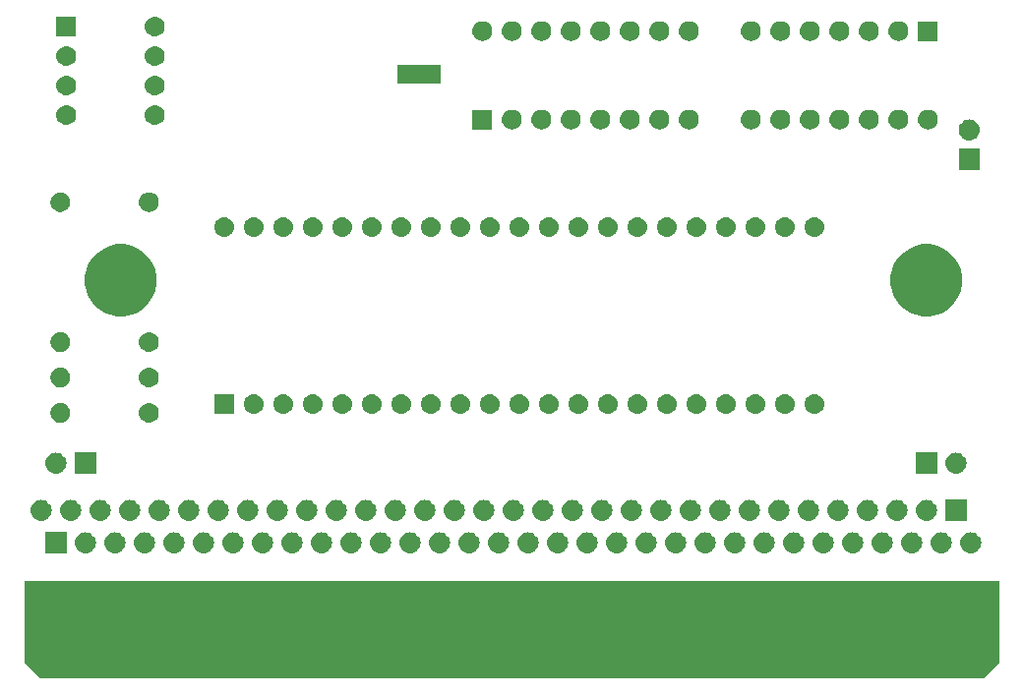
<source format=gbr>
G04 #@! TF.GenerationSoftware,KiCad,Pcbnew,(5.1.4)-1*
G04 #@! TF.CreationDate,2020-08-02T04:53:09-03:00*
G04 #@! TF.ProjectId,Cart_FeRAM,43617274-5f46-4655-9241-4d2e6b696361,rev?*
G04 #@! TF.SameCoordinates,Original*
G04 #@! TF.FileFunction,Soldermask,Bot*
G04 #@! TF.FilePolarity,Negative*
%FSLAX46Y46*%
G04 Gerber Fmt 4.6, Leading zero omitted, Abs format (unit mm)*
G04 Created by KiCad (PCBNEW (5.1.4)-1) date 2020-08-02 04:53:09*
%MOMM*%
%LPD*%
G04 APERTURE LIST*
%ADD10C,0.100000*%
G04 APERTURE END LIST*
D10*
G36*
X89535000Y-105918000D02*
G01*
X173355000Y-105918000D01*
X173355000Y-112903000D01*
X172085000Y-114173000D01*
X90805000Y-114173000D01*
X89535000Y-112903000D01*
X89535000Y-105918000D01*
G37*
X89535000Y-105918000D02*
X173355000Y-105918000D01*
X173355000Y-112903000D01*
X172085000Y-114173000D01*
X90805000Y-114173000D01*
X89535000Y-112903000D01*
X89535000Y-105918000D01*
G36*
X153272443Y-101721519D02*
G01*
X153338627Y-101728037D01*
X153508466Y-101779557D01*
X153664991Y-101863222D01*
X153700729Y-101892552D01*
X153802186Y-101975814D01*
X153885448Y-102077271D01*
X153914778Y-102113009D01*
X153998443Y-102269534D01*
X154049963Y-102439373D01*
X154067359Y-102616000D01*
X154049963Y-102792627D01*
X153998443Y-102962466D01*
X153914778Y-103118991D01*
X153885448Y-103154729D01*
X153802186Y-103256186D01*
X153700729Y-103339448D01*
X153664991Y-103368778D01*
X153508466Y-103452443D01*
X153338627Y-103503963D01*
X153272443Y-103510481D01*
X153206260Y-103517000D01*
X153117740Y-103517000D01*
X153051558Y-103510482D01*
X152985373Y-103503963D01*
X152815534Y-103452443D01*
X152659009Y-103368778D01*
X152623271Y-103339448D01*
X152521814Y-103256186D01*
X152438552Y-103154729D01*
X152409222Y-103118991D01*
X152325557Y-102962466D01*
X152274037Y-102792627D01*
X152256641Y-102616000D01*
X152274037Y-102439373D01*
X152325557Y-102269534D01*
X152409222Y-102113009D01*
X152438552Y-102077271D01*
X152521814Y-101975814D01*
X152623271Y-101892552D01*
X152659009Y-101863222D01*
X152815534Y-101779557D01*
X152985373Y-101728037D01*
X153051558Y-101721518D01*
X153117740Y-101715000D01*
X153206260Y-101715000D01*
X153272443Y-101721519D01*
X153272443Y-101721519D01*
G37*
G36*
X168512443Y-101721519D02*
G01*
X168578627Y-101728037D01*
X168748466Y-101779557D01*
X168904991Y-101863222D01*
X168940729Y-101892552D01*
X169042186Y-101975814D01*
X169125448Y-102077271D01*
X169154778Y-102113009D01*
X169238443Y-102269534D01*
X169289963Y-102439373D01*
X169307359Y-102616000D01*
X169289963Y-102792627D01*
X169238443Y-102962466D01*
X169154778Y-103118991D01*
X169125448Y-103154729D01*
X169042186Y-103256186D01*
X168940729Y-103339448D01*
X168904991Y-103368778D01*
X168748466Y-103452443D01*
X168578627Y-103503963D01*
X168512443Y-103510481D01*
X168446260Y-103517000D01*
X168357740Y-103517000D01*
X168291558Y-103510482D01*
X168225373Y-103503963D01*
X168055534Y-103452443D01*
X167899009Y-103368778D01*
X167863271Y-103339448D01*
X167761814Y-103256186D01*
X167678552Y-103154729D01*
X167649222Y-103118991D01*
X167565557Y-102962466D01*
X167514037Y-102792627D01*
X167496641Y-102616000D01*
X167514037Y-102439373D01*
X167565557Y-102269534D01*
X167649222Y-102113009D01*
X167678552Y-102077271D01*
X167761814Y-101975814D01*
X167863271Y-101892552D01*
X167899009Y-101863222D01*
X168055534Y-101779557D01*
X168225373Y-101728037D01*
X168291558Y-101721518D01*
X168357740Y-101715000D01*
X168446260Y-101715000D01*
X168512443Y-101721519D01*
X168512443Y-101721519D01*
G37*
G36*
X135492443Y-101721519D02*
G01*
X135558627Y-101728037D01*
X135728466Y-101779557D01*
X135884991Y-101863222D01*
X135920729Y-101892552D01*
X136022186Y-101975814D01*
X136105448Y-102077271D01*
X136134778Y-102113009D01*
X136218443Y-102269534D01*
X136269963Y-102439373D01*
X136287359Y-102616000D01*
X136269963Y-102792627D01*
X136218443Y-102962466D01*
X136134778Y-103118991D01*
X136105448Y-103154729D01*
X136022186Y-103256186D01*
X135920729Y-103339448D01*
X135884991Y-103368778D01*
X135728466Y-103452443D01*
X135558627Y-103503963D01*
X135492443Y-103510481D01*
X135426260Y-103517000D01*
X135337740Y-103517000D01*
X135271558Y-103510482D01*
X135205373Y-103503963D01*
X135035534Y-103452443D01*
X134879009Y-103368778D01*
X134843271Y-103339448D01*
X134741814Y-103256186D01*
X134658552Y-103154729D01*
X134629222Y-103118991D01*
X134545557Y-102962466D01*
X134494037Y-102792627D01*
X134476641Y-102616000D01*
X134494037Y-102439373D01*
X134545557Y-102269534D01*
X134629222Y-102113009D01*
X134658552Y-102077271D01*
X134741814Y-101975814D01*
X134843271Y-101892552D01*
X134879009Y-101863222D01*
X135035534Y-101779557D01*
X135205373Y-101728037D01*
X135271558Y-101721518D01*
X135337740Y-101715000D01*
X135426260Y-101715000D01*
X135492443Y-101721519D01*
X135492443Y-101721519D01*
G37*
G36*
X138032443Y-101721519D02*
G01*
X138098627Y-101728037D01*
X138268466Y-101779557D01*
X138424991Y-101863222D01*
X138460729Y-101892552D01*
X138562186Y-101975814D01*
X138645448Y-102077271D01*
X138674778Y-102113009D01*
X138758443Y-102269534D01*
X138809963Y-102439373D01*
X138827359Y-102616000D01*
X138809963Y-102792627D01*
X138758443Y-102962466D01*
X138674778Y-103118991D01*
X138645448Y-103154729D01*
X138562186Y-103256186D01*
X138460729Y-103339448D01*
X138424991Y-103368778D01*
X138268466Y-103452443D01*
X138098627Y-103503963D01*
X138032443Y-103510481D01*
X137966260Y-103517000D01*
X137877740Y-103517000D01*
X137811558Y-103510482D01*
X137745373Y-103503963D01*
X137575534Y-103452443D01*
X137419009Y-103368778D01*
X137383271Y-103339448D01*
X137281814Y-103256186D01*
X137198552Y-103154729D01*
X137169222Y-103118991D01*
X137085557Y-102962466D01*
X137034037Y-102792627D01*
X137016641Y-102616000D01*
X137034037Y-102439373D01*
X137085557Y-102269534D01*
X137169222Y-102113009D01*
X137198552Y-102077271D01*
X137281814Y-101975814D01*
X137383271Y-101892552D01*
X137419009Y-101863222D01*
X137575534Y-101779557D01*
X137745373Y-101728037D01*
X137811558Y-101721518D01*
X137877740Y-101715000D01*
X137966260Y-101715000D01*
X138032443Y-101721519D01*
X138032443Y-101721519D01*
G37*
G36*
X140572443Y-101721519D02*
G01*
X140638627Y-101728037D01*
X140808466Y-101779557D01*
X140964991Y-101863222D01*
X141000729Y-101892552D01*
X141102186Y-101975814D01*
X141185448Y-102077271D01*
X141214778Y-102113009D01*
X141298443Y-102269534D01*
X141349963Y-102439373D01*
X141367359Y-102616000D01*
X141349963Y-102792627D01*
X141298443Y-102962466D01*
X141214778Y-103118991D01*
X141185448Y-103154729D01*
X141102186Y-103256186D01*
X141000729Y-103339448D01*
X140964991Y-103368778D01*
X140808466Y-103452443D01*
X140638627Y-103503963D01*
X140572443Y-103510481D01*
X140506260Y-103517000D01*
X140417740Y-103517000D01*
X140351558Y-103510482D01*
X140285373Y-103503963D01*
X140115534Y-103452443D01*
X139959009Y-103368778D01*
X139923271Y-103339448D01*
X139821814Y-103256186D01*
X139738552Y-103154729D01*
X139709222Y-103118991D01*
X139625557Y-102962466D01*
X139574037Y-102792627D01*
X139556641Y-102616000D01*
X139574037Y-102439373D01*
X139625557Y-102269534D01*
X139709222Y-102113009D01*
X139738552Y-102077271D01*
X139821814Y-101975814D01*
X139923271Y-101892552D01*
X139959009Y-101863222D01*
X140115534Y-101779557D01*
X140285373Y-101728037D01*
X140351558Y-101721518D01*
X140417740Y-101715000D01*
X140506260Y-101715000D01*
X140572443Y-101721519D01*
X140572443Y-101721519D01*
G37*
G36*
X143112443Y-101721519D02*
G01*
X143178627Y-101728037D01*
X143348466Y-101779557D01*
X143504991Y-101863222D01*
X143540729Y-101892552D01*
X143642186Y-101975814D01*
X143725448Y-102077271D01*
X143754778Y-102113009D01*
X143838443Y-102269534D01*
X143889963Y-102439373D01*
X143907359Y-102616000D01*
X143889963Y-102792627D01*
X143838443Y-102962466D01*
X143754778Y-103118991D01*
X143725448Y-103154729D01*
X143642186Y-103256186D01*
X143540729Y-103339448D01*
X143504991Y-103368778D01*
X143348466Y-103452443D01*
X143178627Y-103503963D01*
X143112443Y-103510481D01*
X143046260Y-103517000D01*
X142957740Y-103517000D01*
X142891558Y-103510482D01*
X142825373Y-103503963D01*
X142655534Y-103452443D01*
X142499009Y-103368778D01*
X142463271Y-103339448D01*
X142361814Y-103256186D01*
X142278552Y-103154729D01*
X142249222Y-103118991D01*
X142165557Y-102962466D01*
X142114037Y-102792627D01*
X142096641Y-102616000D01*
X142114037Y-102439373D01*
X142165557Y-102269534D01*
X142249222Y-102113009D01*
X142278552Y-102077271D01*
X142361814Y-101975814D01*
X142463271Y-101892552D01*
X142499009Y-101863222D01*
X142655534Y-101779557D01*
X142825373Y-101728037D01*
X142891558Y-101721518D01*
X142957740Y-101715000D01*
X143046260Y-101715000D01*
X143112443Y-101721519D01*
X143112443Y-101721519D01*
G37*
G36*
X145652443Y-101721519D02*
G01*
X145718627Y-101728037D01*
X145888466Y-101779557D01*
X146044991Y-101863222D01*
X146080729Y-101892552D01*
X146182186Y-101975814D01*
X146265448Y-102077271D01*
X146294778Y-102113009D01*
X146378443Y-102269534D01*
X146429963Y-102439373D01*
X146447359Y-102616000D01*
X146429963Y-102792627D01*
X146378443Y-102962466D01*
X146294778Y-103118991D01*
X146265448Y-103154729D01*
X146182186Y-103256186D01*
X146080729Y-103339448D01*
X146044991Y-103368778D01*
X145888466Y-103452443D01*
X145718627Y-103503963D01*
X145652443Y-103510481D01*
X145586260Y-103517000D01*
X145497740Y-103517000D01*
X145431558Y-103510482D01*
X145365373Y-103503963D01*
X145195534Y-103452443D01*
X145039009Y-103368778D01*
X145003271Y-103339448D01*
X144901814Y-103256186D01*
X144818552Y-103154729D01*
X144789222Y-103118991D01*
X144705557Y-102962466D01*
X144654037Y-102792627D01*
X144636641Y-102616000D01*
X144654037Y-102439373D01*
X144705557Y-102269534D01*
X144789222Y-102113009D01*
X144818552Y-102077271D01*
X144901814Y-101975814D01*
X145003271Y-101892552D01*
X145039009Y-101863222D01*
X145195534Y-101779557D01*
X145365373Y-101728037D01*
X145431558Y-101721518D01*
X145497740Y-101715000D01*
X145586260Y-101715000D01*
X145652443Y-101721519D01*
X145652443Y-101721519D01*
G37*
G36*
X148192443Y-101721519D02*
G01*
X148258627Y-101728037D01*
X148428466Y-101779557D01*
X148584991Y-101863222D01*
X148620729Y-101892552D01*
X148722186Y-101975814D01*
X148805448Y-102077271D01*
X148834778Y-102113009D01*
X148918443Y-102269534D01*
X148969963Y-102439373D01*
X148987359Y-102616000D01*
X148969963Y-102792627D01*
X148918443Y-102962466D01*
X148834778Y-103118991D01*
X148805448Y-103154729D01*
X148722186Y-103256186D01*
X148620729Y-103339448D01*
X148584991Y-103368778D01*
X148428466Y-103452443D01*
X148258627Y-103503963D01*
X148192443Y-103510481D01*
X148126260Y-103517000D01*
X148037740Y-103517000D01*
X147971558Y-103510482D01*
X147905373Y-103503963D01*
X147735534Y-103452443D01*
X147579009Y-103368778D01*
X147543271Y-103339448D01*
X147441814Y-103256186D01*
X147358552Y-103154729D01*
X147329222Y-103118991D01*
X147245557Y-102962466D01*
X147194037Y-102792627D01*
X147176641Y-102616000D01*
X147194037Y-102439373D01*
X147245557Y-102269534D01*
X147329222Y-102113009D01*
X147358552Y-102077271D01*
X147441814Y-101975814D01*
X147543271Y-101892552D01*
X147579009Y-101863222D01*
X147735534Y-101779557D01*
X147905373Y-101728037D01*
X147971558Y-101721518D01*
X148037740Y-101715000D01*
X148126260Y-101715000D01*
X148192443Y-101721519D01*
X148192443Y-101721519D01*
G37*
G36*
X150732443Y-101721519D02*
G01*
X150798627Y-101728037D01*
X150968466Y-101779557D01*
X151124991Y-101863222D01*
X151160729Y-101892552D01*
X151262186Y-101975814D01*
X151345448Y-102077271D01*
X151374778Y-102113009D01*
X151458443Y-102269534D01*
X151509963Y-102439373D01*
X151527359Y-102616000D01*
X151509963Y-102792627D01*
X151458443Y-102962466D01*
X151374778Y-103118991D01*
X151345448Y-103154729D01*
X151262186Y-103256186D01*
X151160729Y-103339448D01*
X151124991Y-103368778D01*
X150968466Y-103452443D01*
X150798627Y-103503963D01*
X150732443Y-103510481D01*
X150666260Y-103517000D01*
X150577740Y-103517000D01*
X150511558Y-103510482D01*
X150445373Y-103503963D01*
X150275534Y-103452443D01*
X150119009Y-103368778D01*
X150083271Y-103339448D01*
X149981814Y-103256186D01*
X149898552Y-103154729D01*
X149869222Y-103118991D01*
X149785557Y-102962466D01*
X149734037Y-102792627D01*
X149716641Y-102616000D01*
X149734037Y-102439373D01*
X149785557Y-102269534D01*
X149869222Y-102113009D01*
X149898552Y-102077271D01*
X149981814Y-101975814D01*
X150083271Y-101892552D01*
X150119009Y-101863222D01*
X150275534Y-101779557D01*
X150445373Y-101728037D01*
X150511558Y-101721518D01*
X150577740Y-101715000D01*
X150666260Y-101715000D01*
X150732443Y-101721519D01*
X150732443Y-101721519D01*
G37*
G36*
X130412443Y-101721519D02*
G01*
X130478627Y-101728037D01*
X130648466Y-101779557D01*
X130804991Y-101863222D01*
X130840729Y-101892552D01*
X130942186Y-101975814D01*
X131025448Y-102077271D01*
X131054778Y-102113009D01*
X131138443Y-102269534D01*
X131189963Y-102439373D01*
X131207359Y-102616000D01*
X131189963Y-102792627D01*
X131138443Y-102962466D01*
X131054778Y-103118991D01*
X131025448Y-103154729D01*
X130942186Y-103256186D01*
X130840729Y-103339448D01*
X130804991Y-103368778D01*
X130648466Y-103452443D01*
X130478627Y-103503963D01*
X130412443Y-103510481D01*
X130346260Y-103517000D01*
X130257740Y-103517000D01*
X130191558Y-103510482D01*
X130125373Y-103503963D01*
X129955534Y-103452443D01*
X129799009Y-103368778D01*
X129763271Y-103339448D01*
X129661814Y-103256186D01*
X129578552Y-103154729D01*
X129549222Y-103118991D01*
X129465557Y-102962466D01*
X129414037Y-102792627D01*
X129396641Y-102616000D01*
X129414037Y-102439373D01*
X129465557Y-102269534D01*
X129549222Y-102113009D01*
X129578552Y-102077271D01*
X129661814Y-101975814D01*
X129763271Y-101892552D01*
X129799009Y-101863222D01*
X129955534Y-101779557D01*
X130125373Y-101728037D01*
X130191558Y-101721518D01*
X130257740Y-101715000D01*
X130346260Y-101715000D01*
X130412443Y-101721519D01*
X130412443Y-101721519D01*
G37*
G36*
X155812443Y-101721519D02*
G01*
X155878627Y-101728037D01*
X156048466Y-101779557D01*
X156204991Y-101863222D01*
X156240729Y-101892552D01*
X156342186Y-101975814D01*
X156425448Y-102077271D01*
X156454778Y-102113009D01*
X156538443Y-102269534D01*
X156589963Y-102439373D01*
X156607359Y-102616000D01*
X156589963Y-102792627D01*
X156538443Y-102962466D01*
X156454778Y-103118991D01*
X156425448Y-103154729D01*
X156342186Y-103256186D01*
X156240729Y-103339448D01*
X156204991Y-103368778D01*
X156048466Y-103452443D01*
X155878627Y-103503963D01*
X155812443Y-103510481D01*
X155746260Y-103517000D01*
X155657740Y-103517000D01*
X155591558Y-103510482D01*
X155525373Y-103503963D01*
X155355534Y-103452443D01*
X155199009Y-103368778D01*
X155163271Y-103339448D01*
X155061814Y-103256186D01*
X154978552Y-103154729D01*
X154949222Y-103118991D01*
X154865557Y-102962466D01*
X154814037Y-102792627D01*
X154796641Y-102616000D01*
X154814037Y-102439373D01*
X154865557Y-102269534D01*
X154949222Y-102113009D01*
X154978552Y-102077271D01*
X155061814Y-101975814D01*
X155163271Y-101892552D01*
X155199009Y-101863222D01*
X155355534Y-101779557D01*
X155525373Y-101728037D01*
X155591558Y-101721518D01*
X155657740Y-101715000D01*
X155746260Y-101715000D01*
X155812443Y-101721519D01*
X155812443Y-101721519D01*
G37*
G36*
X158352443Y-101721519D02*
G01*
X158418627Y-101728037D01*
X158588466Y-101779557D01*
X158744991Y-101863222D01*
X158780729Y-101892552D01*
X158882186Y-101975814D01*
X158965448Y-102077271D01*
X158994778Y-102113009D01*
X159078443Y-102269534D01*
X159129963Y-102439373D01*
X159147359Y-102616000D01*
X159129963Y-102792627D01*
X159078443Y-102962466D01*
X158994778Y-103118991D01*
X158965448Y-103154729D01*
X158882186Y-103256186D01*
X158780729Y-103339448D01*
X158744991Y-103368778D01*
X158588466Y-103452443D01*
X158418627Y-103503963D01*
X158352443Y-103510481D01*
X158286260Y-103517000D01*
X158197740Y-103517000D01*
X158131558Y-103510482D01*
X158065373Y-103503963D01*
X157895534Y-103452443D01*
X157739009Y-103368778D01*
X157703271Y-103339448D01*
X157601814Y-103256186D01*
X157518552Y-103154729D01*
X157489222Y-103118991D01*
X157405557Y-102962466D01*
X157354037Y-102792627D01*
X157336641Y-102616000D01*
X157354037Y-102439373D01*
X157405557Y-102269534D01*
X157489222Y-102113009D01*
X157518552Y-102077271D01*
X157601814Y-101975814D01*
X157703271Y-101892552D01*
X157739009Y-101863222D01*
X157895534Y-101779557D01*
X158065373Y-101728037D01*
X158131558Y-101721518D01*
X158197740Y-101715000D01*
X158286260Y-101715000D01*
X158352443Y-101721519D01*
X158352443Y-101721519D01*
G37*
G36*
X160892443Y-101721519D02*
G01*
X160958627Y-101728037D01*
X161128466Y-101779557D01*
X161284991Y-101863222D01*
X161320729Y-101892552D01*
X161422186Y-101975814D01*
X161505448Y-102077271D01*
X161534778Y-102113009D01*
X161618443Y-102269534D01*
X161669963Y-102439373D01*
X161687359Y-102616000D01*
X161669963Y-102792627D01*
X161618443Y-102962466D01*
X161534778Y-103118991D01*
X161505448Y-103154729D01*
X161422186Y-103256186D01*
X161320729Y-103339448D01*
X161284991Y-103368778D01*
X161128466Y-103452443D01*
X160958627Y-103503963D01*
X160892443Y-103510481D01*
X160826260Y-103517000D01*
X160737740Y-103517000D01*
X160671558Y-103510482D01*
X160605373Y-103503963D01*
X160435534Y-103452443D01*
X160279009Y-103368778D01*
X160243271Y-103339448D01*
X160141814Y-103256186D01*
X160058552Y-103154729D01*
X160029222Y-103118991D01*
X159945557Y-102962466D01*
X159894037Y-102792627D01*
X159876641Y-102616000D01*
X159894037Y-102439373D01*
X159945557Y-102269534D01*
X160029222Y-102113009D01*
X160058552Y-102077271D01*
X160141814Y-101975814D01*
X160243271Y-101892552D01*
X160279009Y-101863222D01*
X160435534Y-101779557D01*
X160605373Y-101728037D01*
X160671558Y-101721518D01*
X160737740Y-101715000D01*
X160826260Y-101715000D01*
X160892443Y-101721519D01*
X160892443Y-101721519D01*
G37*
G36*
X163432443Y-101721519D02*
G01*
X163498627Y-101728037D01*
X163668466Y-101779557D01*
X163824991Y-101863222D01*
X163860729Y-101892552D01*
X163962186Y-101975814D01*
X164045448Y-102077271D01*
X164074778Y-102113009D01*
X164158443Y-102269534D01*
X164209963Y-102439373D01*
X164227359Y-102616000D01*
X164209963Y-102792627D01*
X164158443Y-102962466D01*
X164074778Y-103118991D01*
X164045448Y-103154729D01*
X163962186Y-103256186D01*
X163860729Y-103339448D01*
X163824991Y-103368778D01*
X163668466Y-103452443D01*
X163498627Y-103503963D01*
X163432443Y-103510481D01*
X163366260Y-103517000D01*
X163277740Y-103517000D01*
X163211558Y-103510482D01*
X163145373Y-103503963D01*
X162975534Y-103452443D01*
X162819009Y-103368778D01*
X162783271Y-103339448D01*
X162681814Y-103256186D01*
X162598552Y-103154729D01*
X162569222Y-103118991D01*
X162485557Y-102962466D01*
X162434037Y-102792627D01*
X162416641Y-102616000D01*
X162434037Y-102439373D01*
X162485557Y-102269534D01*
X162569222Y-102113009D01*
X162598552Y-102077271D01*
X162681814Y-101975814D01*
X162783271Y-101892552D01*
X162819009Y-101863222D01*
X162975534Y-101779557D01*
X163145373Y-101728037D01*
X163211558Y-101721518D01*
X163277740Y-101715000D01*
X163366260Y-101715000D01*
X163432443Y-101721519D01*
X163432443Y-101721519D01*
G37*
G36*
X165972443Y-101721519D02*
G01*
X166038627Y-101728037D01*
X166208466Y-101779557D01*
X166364991Y-101863222D01*
X166400729Y-101892552D01*
X166502186Y-101975814D01*
X166585448Y-102077271D01*
X166614778Y-102113009D01*
X166698443Y-102269534D01*
X166749963Y-102439373D01*
X166767359Y-102616000D01*
X166749963Y-102792627D01*
X166698443Y-102962466D01*
X166614778Y-103118991D01*
X166585448Y-103154729D01*
X166502186Y-103256186D01*
X166400729Y-103339448D01*
X166364991Y-103368778D01*
X166208466Y-103452443D01*
X166038627Y-103503963D01*
X165972443Y-103510481D01*
X165906260Y-103517000D01*
X165817740Y-103517000D01*
X165751558Y-103510482D01*
X165685373Y-103503963D01*
X165515534Y-103452443D01*
X165359009Y-103368778D01*
X165323271Y-103339448D01*
X165221814Y-103256186D01*
X165138552Y-103154729D01*
X165109222Y-103118991D01*
X165025557Y-102962466D01*
X164974037Y-102792627D01*
X164956641Y-102616000D01*
X164974037Y-102439373D01*
X165025557Y-102269534D01*
X165109222Y-102113009D01*
X165138552Y-102077271D01*
X165221814Y-101975814D01*
X165323271Y-101892552D01*
X165359009Y-101863222D01*
X165515534Y-101779557D01*
X165685373Y-101728037D01*
X165751558Y-101721518D01*
X165817740Y-101715000D01*
X165906260Y-101715000D01*
X165972443Y-101721519D01*
X165972443Y-101721519D01*
G37*
G36*
X171052443Y-101721519D02*
G01*
X171118627Y-101728037D01*
X171288466Y-101779557D01*
X171444991Y-101863222D01*
X171480729Y-101892552D01*
X171582186Y-101975814D01*
X171665448Y-102077271D01*
X171694778Y-102113009D01*
X171778443Y-102269534D01*
X171829963Y-102439373D01*
X171847359Y-102616000D01*
X171829963Y-102792627D01*
X171778443Y-102962466D01*
X171694778Y-103118991D01*
X171665448Y-103154729D01*
X171582186Y-103256186D01*
X171480729Y-103339448D01*
X171444991Y-103368778D01*
X171288466Y-103452443D01*
X171118627Y-103503963D01*
X171052443Y-103510481D01*
X170986260Y-103517000D01*
X170897740Y-103517000D01*
X170831558Y-103510482D01*
X170765373Y-103503963D01*
X170595534Y-103452443D01*
X170439009Y-103368778D01*
X170403271Y-103339448D01*
X170301814Y-103256186D01*
X170218552Y-103154729D01*
X170189222Y-103118991D01*
X170105557Y-102962466D01*
X170054037Y-102792627D01*
X170036641Y-102616000D01*
X170054037Y-102439373D01*
X170105557Y-102269534D01*
X170189222Y-102113009D01*
X170218552Y-102077271D01*
X170301814Y-101975814D01*
X170403271Y-101892552D01*
X170439009Y-101863222D01*
X170595534Y-101779557D01*
X170765373Y-101728037D01*
X170831558Y-101721518D01*
X170897740Y-101715000D01*
X170986260Y-101715000D01*
X171052443Y-101721519D01*
X171052443Y-101721519D01*
G37*
G36*
X110092443Y-101721519D02*
G01*
X110158627Y-101728037D01*
X110328466Y-101779557D01*
X110484991Y-101863222D01*
X110520729Y-101892552D01*
X110622186Y-101975814D01*
X110705448Y-102077271D01*
X110734778Y-102113009D01*
X110818443Y-102269534D01*
X110869963Y-102439373D01*
X110887359Y-102616000D01*
X110869963Y-102792627D01*
X110818443Y-102962466D01*
X110734778Y-103118991D01*
X110705448Y-103154729D01*
X110622186Y-103256186D01*
X110520729Y-103339448D01*
X110484991Y-103368778D01*
X110328466Y-103452443D01*
X110158627Y-103503963D01*
X110092443Y-103510481D01*
X110026260Y-103517000D01*
X109937740Y-103517000D01*
X109871558Y-103510482D01*
X109805373Y-103503963D01*
X109635534Y-103452443D01*
X109479009Y-103368778D01*
X109443271Y-103339448D01*
X109341814Y-103256186D01*
X109258552Y-103154729D01*
X109229222Y-103118991D01*
X109145557Y-102962466D01*
X109094037Y-102792627D01*
X109076641Y-102616000D01*
X109094037Y-102439373D01*
X109145557Y-102269534D01*
X109229222Y-102113009D01*
X109258552Y-102077271D01*
X109341814Y-101975814D01*
X109443271Y-101892552D01*
X109479009Y-101863222D01*
X109635534Y-101779557D01*
X109805373Y-101728037D01*
X109871558Y-101721518D01*
X109937740Y-101715000D01*
X110026260Y-101715000D01*
X110092443Y-101721519D01*
X110092443Y-101721519D01*
G37*
G36*
X94852443Y-101721519D02*
G01*
X94918627Y-101728037D01*
X95088466Y-101779557D01*
X95244991Y-101863222D01*
X95280729Y-101892552D01*
X95382186Y-101975814D01*
X95465448Y-102077271D01*
X95494778Y-102113009D01*
X95578443Y-102269534D01*
X95629963Y-102439373D01*
X95647359Y-102616000D01*
X95629963Y-102792627D01*
X95578443Y-102962466D01*
X95494778Y-103118991D01*
X95465448Y-103154729D01*
X95382186Y-103256186D01*
X95280729Y-103339448D01*
X95244991Y-103368778D01*
X95088466Y-103452443D01*
X94918627Y-103503963D01*
X94852443Y-103510481D01*
X94786260Y-103517000D01*
X94697740Y-103517000D01*
X94631558Y-103510482D01*
X94565373Y-103503963D01*
X94395534Y-103452443D01*
X94239009Y-103368778D01*
X94203271Y-103339448D01*
X94101814Y-103256186D01*
X94018552Y-103154729D01*
X93989222Y-103118991D01*
X93905557Y-102962466D01*
X93854037Y-102792627D01*
X93836641Y-102616000D01*
X93854037Y-102439373D01*
X93905557Y-102269534D01*
X93989222Y-102113009D01*
X94018552Y-102077271D01*
X94101814Y-101975814D01*
X94203271Y-101892552D01*
X94239009Y-101863222D01*
X94395534Y-101779557D01*
X94565373Y-101728037D01*
X94631558Y-101721518D01*
X94697740Y-101715000D01*
X94786260Y-101715000D01*
X94852443Y-101721519D01*
X94852443Y-101721519D01*
G37*
G36*
X93103000Y-103517000D02*
G01*
X91301000Y-103517000D01*
X91301000Y-101715000D01*
X93103000Y-101715000D01*
X93103000Y-103517000D01*
X93103000Y-103517000D01*
G37*
G36*
X127872443Y-101721519D02*
G01*
X127938627Y-101728037D01*
X128108466Y-101779557D01*
X128264991Y-101863222D01*
X128300729Y-101892552D01*
X128402186Y-101975814D01*
X128485448Y-102077271D01*
X128514778Y-102113009D01*
X128598443Y-102269534D01*
X128649963Y-102439373D01*
X128667359Y-102616000D01*
X128649963Y-102792627D01*
X128598443Y-102962466D01*
X128514778Y-103118991D01*
X128485448Y-103154729D01*
X128402186Y-103256186D01*
X128300729Y-103339448D01*
X128264991Y-103368778D01*
X128108466Y-103452443D01*
X127938627Y-103503963D01*
X127872443Y-103510481D01*
X127806260Y-103517000D01*
X127717740Y-103517000D01*
X127651558Y-103510482D01*
X127585373Y-103503963D01*
X127415534Y-103452443D01*
X127259009Y-103368778D01*
X127223271Y-103339448D01*
X127121814Y-103256186D01*
X127038552Y-103154729D01*
X127009222Y-103118991D01*
X126925557Y-102962466D01*
X126874037Y-102792627D01*
X126856641Y-102616000D01*
X126874037Y-102439373D01*
X126925557Y-102269534D01*
X127009222Y-102113009D01*
X127038552Y-102077271D01*
X127121814Y-101975814D01*
X127223271Y-101892552D01*
X127259009Y-101863222D01*
X127415534Y-101779557D01*
X127585373Y-101728037D01*
X127651558Y-101721518D01*
X127717740Y-101715000D01*
X127806260Y-101715000D01*
X127872443Y-101721519D01*
X127872443Y-101721519D01*
G37*
G36*
X125332443Y-101721519D02*
G01*
X125398627Y-101728037D01*
X125568466Y-101779557D01*
X125724991Y-101863222D01*
X125760729Y-101892552D01*
X125862186Y-101975814D01*
X125945448Y-102077271D01*
X125974778Y-102113009D01*
X126058443Y-102269534D01*
X126109963Y-102439373D01*
X126127359Y-102616000D01*
X126109963Y-102792627D01*
X126058443Y-102962466D01*
X125974778Y-103118991D01*
X125945448Y-103154729D01*
X125862186Y-103256186D01*
X125760729Y-103339448D01*
X125724991Y-103368778D01*
X125568466Y-103452443D01*
X125398627Y-103503963D01*
X125332443Y-103510481D01*
X125266260Y-103517000D01*
X125177740Y-103517000D01*
X125111558Y-103510482D01*
X125045373Y-103503963D01*
X124875534Y-103452443D01*
X124719009Y-103368778D01*
X124683271Y-103339448D01*
X124581814Y-103256186D01*
X124498552Y-103154729D01*
X124469222Y-103118991D01*
X124385557Y-102962466D01*
X124334037Y-102792627D01*
X124316641Y-102616000D01*
X124334037Y-102439373D01*
X124385557Y-102269534D01*
X124469222Y-102113009D01*
X124498552Y-102077271D01*
X124581814Y-101975814D01*
X124683271Y-101892552D01*
X124719009Y-101863222D01*
X124875534Y-101779557D01*
X125045373Y-101728037D01*
X125111558Y-101721518D01*
X125177740Y-101715000D01*
X125266260Y-101715000D01*
X125332443Y-101721519D01*
X125332443Y-101721519D01*
G37*
G36*
X122792443Y-101721519D02*
G01*
X122858627Y-101728037D01*
X123028466Y-101779557D01*
X123184991Y-101863222D01*
X123220729Y-101892552D01*
X123322186Y-101975814D01*
X123405448Y-102077271D01*
X123434778Y-102113009D01*
X123518443Y-102269534D01*
X123569963Y-102439373D01*
X123587359Y-102616000D01*
X123569963Y-102792627D01*
X123518443Y-102962466D01*
X123434778Y-103118991D01*
X123405448Y-103154729D01*
X123322186Y-103256186D01*
X123220729Y-103339448D01*
X123184991Y-103368778D01*
X123028466Y-103452443D01*
X122858627Y-103503963D01*
X122792443Y-103510481D01*
X122726260Y-103517000D01*
X122637740Y-103517000D01*
X122571558Y-103510482D01*
X122505373Y-103503963D01*
X122335534Y-103452443D01*
X122179009Y-103368778D01*
X122143271Y-103339448D01*
X122041814Y-103256186D01*
X121958552Y-103154729D01*
X121929222Y-103118991D01*
X121845557Y-102962466D01*
X121794037Y-102792627D01*
X121776641Y-102616000D01*
X121794037Y-102439373D01*
X121845557Y-102269534D01*
X121929222Y-102113009D01*
X121958552Y-102077271D01*
X122041814Y-101975814D01*
X122143271Y-101892552D01*
X122179009Y-101863222D01*
X122335534Y-101779557D01*
X122505373Y-101728037D01*
X122571558Y-101721518D01*
X122637740Y-101715000D01*
X122726260Y-101715000D01*
X122792443Y-101721519D01*
X122792443Y-101721519D01*
G37*
G36*
X120252443Y-101721519D02*
G01*
X120318627Y-101728037D01*
X120488466Y-101779557D01*
X120644991Y-101863222D01*
X120680729Y-101892552D01*
X120782186Y-101975814D01*
X120865448Y-102077271D01*
X120894778Y-102113009D01*
X120978443Y-102269534D01*
X121029963Y-102439373D01*
X121047359Y-102616000D01*
X121029963Y-102792627D01*
X120978443Y-102962466D01*
X120894778Y-103118991D01*
X120865448Y-103154729D01*
X120782186Y-103256186D01*
X120680729Y-103339448D01*
X120644991Y-103368778D01*
X120488466Y-103452443D01*
X120318627Y-103503963D01*
X120252443Y-103510481D01*
X120186260Y-103517000D01*
X120097740Y-103517000D01*
X120031558Y-103510482D01*
X119965373Y-103503963D01*
X119795534Y-103452443D01*
X119639009Y-103368778D01*
X119603271Y-103339448D01*
X119501814Y-103256186D01*
X119418552Y-103154729D01*
X119389222Y-103118991D01*
X119305557Y-102962466D01*
X119254037Y-102792627D01*
X119236641Y-102616000D01*
X119254037Y-102439373D01*
X119305557Y-102269534D01*
X119389222Y-102113009D01*
X119418552Y-102077271D01*
X119501814Y-101975814D01*
X119603271Y-101892552D01*
X119639009Y-101863222D01*
X119795534Y-101779557D01*
X119965373Y-101728037D01*
X120031558Y-101721518D01*
X120097740Y-101715000D01*
X120186260Y-101715000D01*
X120252443Y-101721519D01*
X120252443Y-101721519D01*
G37*
G36*
X117712443Y-101721519D02*
G01*
X117778627Y-101728037D01*
X117948466Y-101779557D01*
X118104991Y-101863222D01*
X118140729Y-101892552D01*
X118242186Y-101975814D01*
X118325448Y-102077271D01*
X118354778Y-102113009D01*
X118438443Y-102269534D01*
X118489963Y-102439373D01*
X118507359Y-102616000D01*
X118489963Y-102792627D01*
X118438443Y-102962466D01*
X118354778Y-103118991D01*
X118325448Y-103154729D01*
X118242186Y-103256186D01*
X118140729Y-103339448D01*
X118104991Y-103368778D01*
X117948466Y-103452443D01*
X117778627Y-103503963D01*
X117712443Y-103510481D01*
X117646260Y-103517000D01*
X117557740Y-103517000D01*
X117491558Y-103510482D01*
X117425373Y-103503963D01*
X117255534Y-103452443D01*
X117099009Y-103368778D01*
X117063271Y-103339448D01*
X116961814Y-103256186D01*
X116878552Y-103154729D01*
X116849222Y-103118991D01*
X116765557Y-102962466D01*
X116714037Y-102792627D01*
X116696641Y-102616000D01*
X116714037Y-102439373D01*
X116765557Y-102269534D01*
X116849222Y-102113009D01*
X116878552Y-102077271D01*
X116961814Y-101975814D01*
X117063271Y-101892552D01*
X117099009Y-101863222D01*
X117255534Y-101779557D01*
X117425373Y-101728037D01*
X117491558Y-101721518D01*
X117557740Y-101715000D01*
X117646260Y-101715000D01*
X117712443Y-101721519D01*
X117712443Y-101721519D01*
G37*
G36*
X115172443Y-101721519D02*
G01*
X115238627Y-101728037D01*
X115408466Y-101779557D01*
X115564991Y-101863222D01*
X115600729Y-101892552D01*
X115702186Y-101975814D01*
X115785448Y-102077271D01*
X115814778Y-102113009D01*
X115898443Y-102269534D01*
X115949963Y-102439373D01*
X115967359Y-102616000D01*
X115949963Y-102792627D01*
X115898443Y-102962466D01*
X115814778Y-103118991D01*
X115785448Y-103154729D01*
X115702186Y-103256186D01*
X115600729Y-103339448D01*
X115564991Y-103368778D01*
X115408466Y-103452443D01*
X115238627Y-103503963D01*
X115172443Y-103510481D01*
X115106260Y-103517000D01*
X115017740Y-103517000D01*
X114951558Y-103510482D01*
X114885373Y-103503963D01*
X114715534Y-103452443D01*
X114559009Y-103368778D01*
X114523271Y-103339448D01*
X114421814Y-103256186D01*
X114338552Y-103154729D01*
X114309222Y-103118991D01*
X114225557Y-102962466D01*
X114174037Y-102792627D01*
X114156641Y-102616000D01*
X114174037Y-102439373D01*
X114225557Y-102269534D01*
X114309222Y-102113009D01*
X114338552Y-102077271D01*
X114421814Y-101975814D01*
X114523271Y-101892552D01*
X114559009Y-101863222D01*
X114715534Y-101779557D01*
X114885373Y-101728037D01*
X114951558Y-101721518D01*
X115017740Y-101715000D01*
X115106260Y-101715000D01*
X115172443Y-101721519D01*
X115172443Y-101721519D01*
G37*
G36*
X112632443Y-101721519D02*
G01*
X112698627Y-101728037D01*
X112868466Y-101779557D01*
X113024991Y-101863222D01*
X113060729Y-101892552D01*
X113162186Y-101975814D01*
X113245448Y-102077271D01*
X113274778Y-102113009D01*
X113358443Y-102269534D01*
X113409963Y-102439373D01*
X113427359Y-102616000D01*
X113409963Y-102792627D01*
X113358443Y-102962466D01*
X113274778Y-103118991D01*
X113245448Y-103154729D01*
X113162186Y-103256186D01*
X113060729Y-103339448D01*
X113024991Y-103368778D01*
X112868466Y-103452443D01*
X112698627Y-103503963D01*
X112632443Y-103510481D01*
X112566260Y-103517000D01*
X112477740Y-103517000D01*
X112411558Y-103510482D01*
X112345373Y-103503963D01*
X112175534Y-103452443D01*
X112019009Y-103368778D01*
X111983271Y-103339448D01*
X111881814Y-103256186D01*
X111798552Y-103154729D01*
X111769222Y-103118991D01*
X111685557Y-102962466D01*
X111634037Y-102792627D01*
X111616641Y-102616000D01*
X111634037Y-102439373D01*
X111685557Y-102269534D01*
X111769222Y-102113009D01*
X111798552Y-102077271D01*
X111881814Y-101975814D01*
X111983271Y-101892552D01*
X112019009Y-101863222D01*
X112175534Y-101779557D01*
X112345373Y-101728037D01*
X112411558Y-101721518D01*
X112477740Y-101715000D01*
X112566260Y-101715000D01*
X112632443Y-101721519D01*
X112632443Y-101721519D01*
G37*
G36*
X132952443Y-101721519D02*
G01*
X133018627Y-101728037D01*
X133188466Y-101779557D01*
X133344991Y-101863222D01*
X133380729Y-101892552D01*
X133482186Y-101975814D01*
X133565448Y-102077271D01*
X133594778Y-102113009D01*
X133678443Y-102269534D01*
X133729963Y-102439373D01*
X133747359Y-102616000D01*
X133729963Y-102792627D01*
X133678443Y-102962466D01*
X133594778Y-103118991D01*
X133565448Y-103154729D01*
X133482186Y-103256186D01*
X133380729Y-103339448D01*
X133344991Y-103368778D01*
X133188466Y-103452443D01*
X133018627Y-103503963D01*
X132952443Y-103510481D01*
X132886260Y-103517000D01*
X132797740Y-103517000D01*
X132731558Y-103510482D01*
X132665373Y-103503963D01*
X132495534Y-103452443D01*
X132339009Y-103368778D01*
X132303271Y-103339448D01*
X132201814Y-103256186D01*
X132118552Y-103154729D01*
X132089222Y-103118991D01*
X132005557Y-102962466D01*
X131954037Y-102792627D01*
X131936641Y-102616000D01*
X131954037Y-102439373D01*
X132005557Y-102269534D01*
X132089222Y-102113009D01*
X132118552Y-102077271D01*
X132201814Y-101975814D01*
X132303271Y-101892552D01*
X132339009Y-101863222D01*
X132495534Y-101779557D01*
X132665373Y-101728037D01*
X132731558Y-101721518D01*
X132797740Y-101715000D01*
X132886260Y-101715000D01*
X132952443Y-101721519D01*
X132952443Y-101721519D01*
G37*
G36*
X107552443Y-101721519D02*
G01*
X107618627Y-101728037D01*
X107788466Y-101779557D01*
X107944991Y-101863222D01*
X107980729Y-101892552D01*
X108082186Y-101975814D01*
X108165448Y-102077271D01*
X108194778Y-102113009D01*
X108278443Y-102269534D01*
X108329963Y-102439373D01*
X108347359Y-102616000D01*
X108329963Y-102792627D01*
X108278443Y-102962466D01*
X108194778Y-103118991D01*
X108165448Y-103154729D01*
X108082186Y-103256186D01*
X107980729Y-103339448D01*
X107944991Y-103368778D01*
X107788466Y-103452443D01*
X107618627Y-103503963D01*
X107552443Y-103510481D01*
X107486260Y-103517000D01*
X107397740Y-103517000D01*
X107331558Y-103510482D01*
X107265373Y-103503963D01*
X107095534Y-103452443D01*
X106939009Y-103368778D01*
X106903271Y-103339448D01*
X106801814Y-103256186D01*
X106718552Y-103154729D01*
X106689222Y-103118991D01*
X106605557Y-102962466D01*
X106554037Y-102792627D01*
X106536641Y-102616000D01*
X106554037Y-102439373D01*
X106605557Y-102269534D01*
X106689222Y-102113009D01*
X106718552Y-102077271D01*
X106801814Y-101975814D01*
X106903271Y-101892552D01*
X106939009Y-101863222D01*
X107095534Y-101779557D01*
X107265373Y-101728037D01*
X107331558Y-101721518D01*
X107397740Y-101715000D01*
X107486260Y-101715000D01*
X107552443Y-101721519D01*
X107552443Y-101721519D01*
G37*
G36*
X105012443Y-101721519D02*
G01*
X105078627Y-101728037D01*
X105248466Y-101779557D01*
X105404991Y-101863222D01*
X105440729Y-101892552D01*
X105542186Y-101975814D01*
X105625448Y-102077271D01*
X105654778Y-102113009D01*
X105738443Y-102269534D01*
X105789963Y-102439373D01*
X105807359Y-102616000D01*
X105789963Y-102792627D01*
X105738443Y-102962466D01*
X105654778Y-103118991D01*
X105625448Y-103154729D01*
X105542186Y-103256186D01*
X105440729Y-103339448D01*
X105404991Y-103368778D01*
X105248466Y-103452443D01*
X105078627Y-103503963D01*
X105012443Y-103510481D01*
X104946260Y-103517000D01*
X104857740Y-103517000D01*
X104791558Y-103510482D01*
X104725373Y-103503963D01*
X104555534Y-103452443D01*
X104399009Y-103368778D01*
X104363271Y-103339448D01*
X104261814Y-103256186D01*
X104178552Y-103154729D01*
X104149222Y-103118991D01*
X104065557Y-102962466D01*
X104014037Y-102792627D01*
X103996641Y-102616000D01*
X104014037Y-102439373D01*
X104065557Y-102269534D01*
X104149222Y-102113009D01*
X104178552Y-102077271D01*
X104261814Y-101975814D01*
X104363271Y-101892552D01*
X104399009Y-101863222D01*
X104555534Y-101779557D01*
X104725373Y-101728037D01*
X104791558Y-101721518D01*
X104857740Y-101715000D01*
X104946260Y-101715000D01*
X105012443Y-101721519D01*
X105012443Y-101721519D01*
G37*
G36*
X102472443Y-101721519D02*
G01*
X102538627Y-101728037D01*
X102708466Y-101779557D01*
X102864991Y-101863222D01*
X102900729Y-101892552D01*
X103002186Y-101975814D01*
X103085448Y-102077271D01*
X103114778Y-102113009D01*
X103198443Y-102269534D01*
X103249963Y-102439373D01*
X103267359Y-102616000D01*
X103249963Y-102792627D01*
X103198443Y-102962466D01*
X103114778Y-103118991D01*
X103085448Y-103154729D01*
X103002186Y-103256186D01*
X102900729Y-103339448D01*
X102864991Y-103368778D01*
X102708466Y-103452443D01*
X102538627Y-103503963D01*
X102472443Y-103510481D01*
X102406260Y-103517000D01*
X102317740Y-103517000D01*
X102251558Y-103510482D01*
X102185373Y-103503963D01*
X102015534Y-103452443D01*
X101859009Y-103368778D01*
X101823271Y-103339448D01*
X101721814Y-103256186D01*
X101638552Y-103154729D01*
X101609222Y-103118991D01*
X101525557Y-102962466D01*
X101474037Y-102792627D01*
X101456641Y-102616000D01*
X101474037Y-102439373D01*
X101525557Y-102269534D01*
X101609222Y-102113009D01*
X101638552Y-102077271D01*
X101721814Y-101975814D01*
X101823271Y-101892552D01*
X101859009Y-101863222D01*
X102015534Y-101779557D01*
X102185373Y-101728037D01*
X102251558Y-101721518D01*
X102317740Y-101715000D01*
X102406260Y-101715000D01*
X102472443Y-101721519D01*
X102472443Y-101721519D01*
G37*
G36*
X99932443Y-101721519D02*
G01*
X99998627Y-101728037D01*
X100168466Y-101779557D01*
X100324991Y-101863222D01*
X100360729Y-101892552D01*
X100462186Y-101975814D01*
X100545448Y-102077271D01*
X100574778Y-102113009D01*
X100658443Y-102269534D01*
X100709963Y-102439373D01*
X100727359Y-102616000D01*
X100709963Y-102792627D01*
X100658443Y-102962466D01*
X100574778Y-103118991D01*
X100545448Y-103154729D01*
X100462186Y-103256186D01*
X100360729Y-103339448D01*
X100324991Y-103368778D01*
X100168466Y-103452443D01*
X99998627Y-103503963D01*
X99932443Y-103510481D01*
X99866260Y-103517000D01*
X99777740Y-103517000D01*
X99711558Y-103510482D01*
X99645373Y-103503963D01*
X99475534Y-103452443D01*
X99319009Y-103368778D01*
X99283271Y-103339448D01*
X99181814Y-103256186D01*
X99098552Y-103154729D01*
X99069222Y-103118991D01*
X98985557Y-102962466D01*
X98934037Y-102792627D01*
X98916641Y-102616000D01*
X98934037Y-102439373D01*
X98985557Y-102269534D01*
X99069222Y-102113009D01*
X99098552Y-102077271D01*
X99181814Y-101975814D01*
X99283271Y-101892552D01*
X99319009Y-101863222D01*
X99475534Y-101779557D01*
X99645373Y-101728037D01*
X99711558Y-101721518D01*
X99777740Y-101715000D01*
X99866260Y-101715000D01*
X99932443Y-101721519D01*
X99932443Y-101721519D01*
G37*
G36*
X97392443Y-101721519D02*
G01*
X97458627Y-101728037D01*
X97628466Y-101779557D01*
X97784991Y-101863222D01*
X97820729Y-101892552D01*
X97922186Y-101975814D01*
X98005448Y-102077271D01*
X98034778Y-102113009D01*
X98118443Y-102269534D01*
X98169963Y-102439373D01*
X98187359Y-102616000D01*
X98169963Y-102792627D01*
X98118443Y-102962466D01*
X98034778Y-103118991D01*
X98005448Y-103154729D01*
X97922186Y-103256186D01*
X97820729Y-103339448D01*
X97784991Y-103368778D01*
X97628466Y-103452443D01*
X97458627Y-103503963D01*
X97392443Y-103510481D01*
X97326260Y-103517000D01*
X97237740Y-103517000D01*
X97171558Y-103510482D01*
X97105373Y-103503963D01*
X96935534Y-103452443D01*
X96779009Y-103368778D01*
X96743271Y-103339448D01*
X96641814Y-103256186D01*
X96558552Y-103154729D01*
X96529222Y-103118991D01*
X96445557Y-102962466D01*
X96394037Y-102792627D01*
X96376641Y-102616000D01*
X96394037Y-102439373D01*
X96445557Y-102269534D01*
X96529222Y-102113009D01*
X96558552Y-102077271D01*
X96641814Y-101975814D01*
X96743271Y-101892552D01*
X96779009Y-101863222D01*
X96935534Y-101779557D01*
X97105373Y-101728037D01*
X97171558Y-101721518D01*
X97237740Y-101715000D01*
X97326260Y-101715000D01*
X97392443Y-101721519D01*
X97392443Y-101721519D01*
G37*
G36*
X124062442Y-98927518D02*
G01*
X124128627Y-98934037D01*
X124298466Y-98985557D01*
X124454991Y-99069222D01*
X124490729Y-99098552D01*
X124592186Y-99181814D01*
X124675448Y-99283271D01*
X124704778Y-99319009D01*
X124788443Y-99475534D01*
X124839963Y-99645373D01*
X124857359Y-99822000D01*
X124839963Y-99998627D01*
X124788443Y-100168466D01*
X124704778Y-100324991D01*
X124675448Y-100360729D01*
X124592186Y-100462186D01*
X124490729Y-100545448D01*
X124454991Y-100574778D01*
X124298466Y-100658443D01*
X124128627Y-100709963D01*
X124062443Y-100716481D01*
X123996260Y-100723000D01*
X123907740Y-100723000D01*
X123841558Y-100716482D01*
X123775373Y-100709963D01*
X123605534Y-100658443D01*
X123449009Y-100574778D01*
X123413271Y-100545448D01*
X123311814Y-100462186D01*
X123228552Y-100360729D01*
X123199222Y-100324991D01*
X123115557Y-100168466D01*
X123064037Y-99998627D01*
X123046641Y-99822000D01*
X123064037Y-99645373D01*
X123115557Y-99475534D01*
X123199222Y-99319009D01*
X123228552Y-99283271D01*
X123311814Y-99181814D01*
X123413271Y-99098552D01*
X123449009Y-99069222D01*
X123605534Y-98985557D01*
X123775373Y-98934037D01*
X123841557Y-98927519D01*
X123907740Y-98921000D01*
X123996260Y-98921000D01*
X124062442Y-98927518D01*
X124062442Y-98927518D01*
G37*
G36*
X126602442Y-98927518D02*
G01*
X126668627Y-98934037D01*
X126838466Y-98985557D01*
X126994991Y-99069222D01*
X127030729Y-99098552D01*
X127132186Y-99181814D01*
X127215448Y-99283271D01*
X127244778Y-99319009D01*
X127328443Y-99475534D01*
X127379963Y-99645373D01*
X127397359Y-99822000D01*
X127379963Y-99998627D01*
X127328443Y-100168466D01*
X127244778Y-100324991D01*
X127215448Y-100360729D01*
X127132186Y-100462186D01*
X127030729Y-100545448D01*
X126994991Y-100574778D01*
X126838466Y-100658443D01*
X126668627Y-100709963D01*
X126602443Y-100716481D01*
X126536260Y-100723000D01*
X126447740Y-100723000D01*
X126381558Y-100716482D01*
X126315373Y-100709963D01*
X126145534Y-100658443D01*
X125989009Y-100574778D01*
X125953271Y-100545448D01*
X125851814Y-100462186D01*
X125768552Y-100360729D01*
X125739222Y-100324991D01*
X125655557Y-100168466D01*
X125604037Y-99998627D01*
X125586641Y-99822000D01*
X125604037Y-99645373D01*
X125655557Y-99475534D01*
X125739222Y-99319009D01*
X125768552Y-99283271D01*
X125851814Y-99181814D01*
X125953271Y-99098552D01*
X125989009Y-99069222D01*
X126145534Y-98985557D01*
X126315373Y-98934037D01*
X126381557Y-98927519D01*
X126447740Y-98921000D01*
X126536260Y-98921000D01*
X126602442Y-98927518D01*
X126602442Y-98927518D01*
G37*
G36*
X121522442Y-98927518D02*
G01*
X121588627Y-98934037D01*
X121758466Y-98985557D01*
X121914991Y-99069222D01*
X121950729Y-99098552D01*
X122052186Y-99181814D01*
X122135448Y-99283271D01*
X122164778Y-99319009D01*
X122248443Y-99475534D01*
X122299963Y-99645373D01*
X122317359Y-99822000D01*
X122299963Y-99998627D01*
X122248443Y-100168466D01*
X122164778Y-100324991D01*
X122135448Y-100360729D01*
X122052186Y-100462186D01*
X121950729Y-100545448D01*
X121914991Y-100574778D01*
X121758466Y-100658443D01*
X121588627Y-100709963D01*
X121522443Y-100716481D01*
X121456260Y-100723000D01*
X121367740Y-100723000D01*
X121301558Y-100716482D01*
X121235373Y-100709963D01*
X121065534Y-100658443D01*
X120909009Y-100574778D01*
X120873271Y-100545448D01*
X120771814Y-100462186D01*
X120688552Y-100360729D01*
X120659222Y-100324991D01*
X120575557Y-100168466D01*
X120524037Y-99998627D01*
X120506641Y-99822000D01*
X120524037Y-99645373D01*
X120575557Y-99475534D01*
X120659222Y-99319009D01*
X120688552Y-99283271D01*
X120771814Y-99181814D01*
X120873271Y-99098552D01*
X120909009Y-99069222D01*
X121065534Y-98985557D01*
X121235373Y-98934037D01*
X121301557Y-98927519D01*
X121367740Y-98921000D01*
X121456260Y-98921000D01*
X121522442Y-98927518D01*
X121522442Y-98927518D01*
G37*
G36*
X118982442Y-98927518D02*
G01*
X119048627Y-98934037D01*
X119218466Y-98985557D01*
X119374991Y-99069222D01*
X119410729Y-99098552D01*
X119512186Y-99181814D01*
X119595448Y-99283271D01*
X119624778Y-99319009D01*
X119708443Y-99475534D01*
X119759963Y-99645373D01*
X119777359Y-99822000D01*
X119759963Y-99998627D01*
X119708443Y-100168466D01*
X119624778Y-100324991D01*
X119595448Y-100360729D01*
X119512186Y-100462186D01*
X119410729Y-100545448D01*
X119374991Y-100574778D01*
X119218466Y-100658443D01*
X119048627Y-100709963D01*
X118982443Y-100716481D01*
X118916260Y-100723000D01*
X118827740Y-100723000D01*
X118761558Y-100716482D01*
X118695373Y-100709963D01*
X118525534Y-100658443D01*
X118369009Y-100574778D01*
X118333271Y-100545448D01*
X118231814Y-100462186D01*
X118148552Y-100360729D01*
X118119222Y-100324991D01*
X118035557Y-100168466D01*
X117984037Y-99998627D01*
X117966641Y-99822000D01*
X117984037Y-99645373D01*
X118035557Y-99475534D01*
X118119222Y-99319009D01*
X118148552Y-99283271D01*
X118231814Y-99181814D01*
X118333271Y-99098552D01*
X118369009Y-99069222D01*
X118525534Y-98985557D01*
X118695373Y-98934037D01*
X118761557Y-98927519D01*
X118827740Y-98921000D01*
X118916260Y-98921000D01*
X118982442Y-98927518D01*
X118982442Y-98927518D01*
G37*
G36*
X116442442Y-98927518D02*
G01*
X116508627Y-98934037D01*
X116678466Y-98985557D01*
X116834991Y-99069222D01*
X116870729Y-99098552D01*
X116972186Y-99181814D01*
X117055448Y-99283271D01*
X117084778Y-99319009D01*
X117168443Y-99475534D01*
X117219963Y-99645373D01*
X117237359Y-99822000D01*
X117219963Y-99998627D01*
X117168443Y-100168466D01*
X117084778Y-100324991D01*
X117055448Y-100360729D01*
X116972186Y-100462186D01*
X116870729Y-100545448D01*
X116834991Y-100574778D01*
X116678466Y-100658443D01*
X116508627Y-100709963D01*
X116442443Y-100716481D01*
X116376260Y-100723000D01*
X116287740Y-100723000D01*
X116221558Y-100716482D01*
X116155373Y-100709963D01*
X115985534Y-100658443D01*
X115829009Y-100574778D01*
X115793271Y-100545448D01*
X115691814Y-100462186D01*
X115608552Y-100360729D01*
X115579222Y-100324991D01*
X115495557Y-100168466D01*
X115444037Y-99998627D01*
X115426641Y-99822000D01*
X115444037Y-99645373D01*
X115495557Y-99475534D01*
X115579222Y-99319009D01*
X115608552Y-99283271D01*
X115691814Y-99181814D01*
X115793271Y-99098552D01*
X115829009Y-99069222D01*
X115985534Y-98985557D01*
X116155373Y-98934037D01*
X116221557Y-98927519D01*
X116287740Y-98921000D01*
X116376260Y-98921000D01*
X116442442Y-98927518D01*
X116442442Y-98927518D01*
G37*
G36*
X113902442Y-98927518D02*
G01*
X113968627Y-98934037D01*
X114138466Y-98985557D01*
X114294991Y-99069222D01*
X114330729Y-99098552D01*
X114432186Y-99181814D01*
X114515448Y-99283271D01*
X114544778Y-99319009D01*
X114628443Y-99475534D01*
X114679963Y-99645373D01*
X114697359Y-99822000D01*
X114679963Y-99998627D01*
X114628443Y-100168466D01*
X114544778Y-100324991D01*
X114515448Y-100360729D01*
X114432186Y-100462186D01*
X114330729Y-100545448D01*
X114294991Y-100574778D01*
X114138466Y-100658443D01*
X113968627Y-100709963D01*
X113902443Y-100716481D01*
X113836260Y-100723000D01*
X113747740Y-100723000D01*
X113681558Y-100716482D01*
X113615373Y-100709963D01*
X113445534Y-100658443D01*
X113289009Y-100574778D01*
X113253271Y-100545448D01*
X113151814Y-100462186D01*
X113068552Y-100360729D01*
X113039222Y-100324991D01*
X112955557Y-100168466D01*
X112904037Y-99998627D01*
X112886641Y-99822000D01*
X112904037Y-99645373D01*
X112955557Y-99475534D01*
X113039222Y-99319009D01*
X113068552Y-99283271D01*
X113151814Y-99181814D01*
X113253271Y-99098552D01*
X113289009Y-99069222D01*
X113445534Y-98985557D01*
X113615373Y-98934037D01*
X113681557Y-98927519D01*
X113747740Y-98921000D01*
X113836260Y-98921000D01*
X113902442Y-98927518D01*
X113902442Y-98927518D01*
G37*
G36*
X111362442Y-98927518D02*
G01*
X111428627Y-98934037D01*
X111598466Y-98985557D01*
X111754991Y-99069222D01*
X111790729Y-99098552D01*
X111892186Y-99181814D01*
X111975448Y-99283271D01*
X112004778Y-99319009D01*
X112088443Y-99475534D01*
X112139963Y-99645373D01*
X112157359Y-99822000D01*
X112139963Y-99998627D01*
X112088443Y-100168466D01*
X112004778Y-100324991D01*
X111975448Y-100360729D01*
X111892186Y-100462186D01*
X111790729Y-100545448D01*
X111754991Y-100574778D01*
X111598466Y-100658443D01*
X111428627Y-100709963D01*
X111362443Y-100716481D01*
X111296260Y-100723000D01*
X111207740Y-100723000D01*
X111141558Y-100716482D01*
X111075373Y-100709963D01*
X110905534Y-100658443D01*
X110749009Y-100574778D01*
X110713271Y-100545448D01*
X110611814Y-100462186D01*
X110528552Y-100360729D01*
X110499222Y-100324991D01*
X110415557Y-100168466D01*
X110364037Y-99998627D01*
X110346641Y-99822000D01*
X110364037Y-99645373D01*
X110415557Y-99475534D01*
X110499222Y-99319009D01*
X110528552Y-99283271D01*
X110611814Y-99181814D01*
X110713271Y-99098552D01*
X110749009Y-99069222D01*
X110905534Y-98985557D01*
X111075373Y-98934037D01*
X111141557Y-98927519D01*
X111207740Y-98921000D01*
X111296260Y-98921000D01*
X111362442Y-98927518D01*
X111362442Y-98927518D01*
G37*
G36*
X108822442Y-98927518D02*
G01*
X108888627Y-98934037D01*
X109058466Y-98985557D01*
X109214991Y-99069222D01*
X109250729Y-99098552D01*
X109352186Y-99181814D01*
X109435448Y-99283271D01*
X109464778Y-99319009D01*
X109548443Y-99475534D01*
X109599963Y-99645373D01*
X109617359Y-99822000D01*
X109599963Y-99998627D01*
X109548443Y-100168466D01*
X109464778Y-100324991D01*
X109435448Y-100360729D01*
X109352186Y-100462186D01*
X109250729Y-100545448D01*
X109214991Y-100574778D01*
X109058466Y-100658443D01*
X108888627Y-100709963D01*
X108822443Y-100716481D01*
X108756260Y-100723000D01*
X108667740Y-100723000D01*
X108601558Y-100716482D01*
X108535373Y-100709963D01*
X108365534Y-100658443D01*
X108209009Y-100574778D01*
X108173271Y-100545448D01*
X108071814Y-100462186D01*
X107988552Y-100360729D01*
X107959222Y-100324991D01*
X107875557Y-100168466D01*
X107824037Y-99998627D01*
X107806641Y-99822000D01*
X107824037Y-99645373D01*
X107875557Y-99475534D01*
X107959222Y-99319009D01*
X107988552Y-99283271D01*
X108071814Y-99181814D01*
X108173271Y-99098552D01*
X108209009Y-99069222D01*
X108365534Y-98985557D01*
X108535373Y-98934037D01*
X108601557Y-98927519D01*
X108667740Y-98921000D01*
X108756260Y-98921000D01*
X108822442Y-98927518D01*
X108822442Y-98927518D01*
G37*
G36*
X106282442Y-98927518D02*
G01*
X106348627Y-98934037D01*
X106518466Y-98985557D01*
X106674991Y-99069222D01*
X106710729Y-99098552D01*
X106812186Y-99181814D01*
X106895448Y-99283271D01*
X106924778Y-99319009D01*
X107008443Y-99475534D01*
X107059963Y-99645373D01*
X107077359Y-99822000D01*
X107059963Y-99998627D01*
X107008443Y-100168466D01*
X106924778Y-100324991D01*
X106895448Y-100360729D01*
X106812186Y-100462186D01*
X106710729Y-100545448D01*
X106674991Y-100574778D01*
X106518466Y-100658443D01*
X106348627Y-100709963D01*
X106282443Y-100716481D01*
X106216260Y-100723000D01*
X106127740Y-100723000D01*
X106061558Y-100716482D01*
X105995373Y-100709963D01*
X105825534Y-100658443D01*
X105669009Y-100574778D01*
X105633271Y-100545448D01*
X105531814Y-100462186D01*
X105448552Y-100360729D01*
X105419222Y-100324991D01*
X105335557Y-100168466D01*
X105284037Y-99998627D01*
X105266641Y-99822000D01*
X105284037Y-99645373D01*
X105335557Y-99475534D01*
X105419222Y-99319009D01*
X105448552Y-99283271D01*
X105531814Y-99181814D01*
X105633271Y-99098552D01*
X105669009Y-99069222D01*
X105825534Y-98985557D01*
X105995373Y-98934037D01*
X106061557Y-98927519D01*
X106127740Y-98921000D01*
X106216260Y-98921000D01*
X106282442Y-98927518D01*
X106282442Y-98927518D01*
G37*
G36*
X103742442Y-98927518D02*
G01*
X103808627Y-98934037D01*
X103978466Y-98985557D01*
X104134991Y-99069222D01*
X104170729Y-99098552D01*
X104272186Y-99181814D01*
X104355448Y-99283271D01*
X104384778Y-99319009D01*
X104468443Y-99475534D01*
X104519963Y-99645373D01*
X104537359Y-99822000D01*
X104519963Y-99998627D01*
X104468443Y-100168466D01*
X104384778Y-100324991D01*
X104355448Y-100360729D01*
X104272186Y-100462186D01*
X104170729Y-100545448D01*
X104134991Y-100574778D01*
X103978466Y-100658443D01*
X103808627Y-100709963D01*
X103742443Y-100716481D01*
X103676260Y-100723000D01*
X103587740Y-100723000D01*
X103521558Y-100716482D01*
X103455373Y-100709963D01*
X103285534Y-100658443D01*
X103129009Y-100574778D01*
X103093271Y-100545448D01*
X102991814Y-100462186D01*
X102908552Y-100360729D01*
X102879222Y-100324991D01*
X102795557Y-100168466D01*
X102744037Y-99998627D01*
X102726641Y-99822000D01*
X102744037Y-99645373D01*
X102795557Y-99475534D01*
X102879222Y-99319009D01*
X102908552Y-99283271D01*
X102991814Y-99181814D01*
X103093271Y-99098552D01*
X103129009Y-99069222D01*
X103285534Y-98985557D01*
X103455373Y-98934037D01*
X103521557Y-98927519D01*
X103587740Y-98921000D01*
X103676260Y-98921000D01*
X103742442Y-98927518D01*
X103742442Y-98927518D01*
G37*
G36*
X101202442Y-98927518D02*
G01*
X101268627Y-98934037D01*
X101438466Y-98985557D01*
X101594991Y-99069222D01*
X101630729Y-99098552D01*
X101732186Y-99181814D01*
X101815448Y-99283271D01*
X101844778Y-99319009D01*
X101928443Y-99475534D01*
X101979963Y-99645373D01*
X101997359Y-99822000D01*
X101979963Y-99998627D01*
X101928443Y-100168466D01*
X101844778Y-100324991D01*
X101815448Y-100360729D01*
X101732186Y-100462186D01*
X101630729Y-100545448D01*
X101594991Y-100574778D01*
X101438466Y-100658443D01*
X101268627Y-100709963D01*
X101202443Y-100716481D01*
X101136260Y-100723000D01*
X101047740Y-100723000D01*
X100981558Y-100716482D01*
X100915373Y-100709963D01*
X100745534Y-100658443D01*
X100589009Y-100574778D01*
X100553271Y-100545448D01*
X100451814Y-100462186D01*
X100368552Y-100360729D01*
X100339222Y-100324991D01*
X100255557Y-100168466D01*
X100204037Y-99998627D01*
X100186641Y-99822000D01*
X100204037Y-99645373D01*
X100255557Y-99475534D01*
X100339222Y-99319009D01*
X100368552Y-99283271D01*
X100451814Y-99181814D01*
X100553271Y-99098552D01*
X100589009Y-99069222D01*
X100745534Y-98985557D01*
X100915373Y-98934037D01*
X100981557Y-98927519D01*
X101047740Y-98921000D01*
X101136260Y-98921000D01*
X101202442Y-98927518D01*
X101202442Y-98927518D01*
G37*
G36*
X98662442Y-98927518D02*
G01*
X98728627Y-98934037D01*
X98898466Y-98985557D01*
X99054991Y-99069222D01*
X99090729Y-99098552D01*
X99192186Y-99181814D01*
X99275448Y-99283271D01*
X99304778Y-99319009D01*
X99388443Y-99475534D01*
X99439963Y-99645373D01*
X99457359Y-99822000D01*
X99439963Y-99998627D01*
X99388443Y-100168466D01*
X99304778Y-100324991D01*
X99275448Y-100360729D01*
X99192186Y-100462186D01*
X99090729Y-100545448D01*
X99054991Y-100574778D01*
X98898466Y-100658443D01*
X98728627Y-100709963D01*
X98662443Y-100716481D01*
X98596260Y-100723000D01*
X98507740Y-100723000D01*
X98441558Y-100716482D01*
X98375373Y-100709963D01*
X98205534Y-100658443D01*
X98049009Y-100574778D01*
X98013271Y-100545448D01*
X97911814Y-100462186D01*
X97828552Y-100360729D01*
X97799222Y-100324991D01*
X97715557Y-100168466D01*
X97664037Y-99998627D01*
X97646641Y-99822000D01*
X97664037Y-99645373D01*
X97715557Y-99475534D01*
X97799222Y-99319009D01*
X97828552Y-99283271D01*
X97911814Y-99181814D01*
X98013271Y-99098552D01*
X98049009Y-99069222D01*
X98205534Y-98985557D01*
X98375373Y-98934037D01*
X98441557Y-98927519D01*
X98507740Y-98921000D01*
X98596260Y-98921000D01*
X98662442Y-98927518D01*
X98662442Y-98927518D01*
G37*
G36*
X96122442Y-98927518D02*
G01*
X96188627Y-98934037D01*
X96358466Y-98985557D01*
X96514991Y-99069222D01*
X96550729Y-99098552D01*
X96652186Y-99181814D01*
X96735448Y-99283271D01*
X96764778Y-99319009D01*
X96848443Y-99475534D01*
X96899963Y-99645373D01*
X96917359Y-99822000D01*
X96899963Y-99998627D01*
X96848443Y-100168466D01*
X96764778Y-100324991D01*
X96735448Y-100360729D01*
X96652186Y-100462186D01*
X96550729Y-100545448D01*
X96514991Y-100574778D01*
X96358466Y-100658443D01*
X96188627Y-100709963D01*
X96122443Y-100716481D01*
X96056260Y-100723000D01*
X95967740Y-100723000D01*
X95901558Y-100716482D01*
X95835373Y-100709963D01*
X95665534Y-100658443D01*
X95509009Y-100574778D01*
X95473271Y-100545448D01*
X95371814Y-100462186D01*
X95288552Y-100360729D01*
X95259222Y-100324991D01*
X95175557Y-100168466D01*
X95124037Y-99998627D01*
X95106641Y-99822000D01*
X95124037Y-99645373D01*
X95175557Y-99475534D01*
X95259222Y-99319009D01*
X95288552Y-99283271D01*
X95371814Y-99181814D01*
X95473271Y-99098552D01*
X95509009Y-99069222D01*
X95665534Y-98985557D01*
X95835373Y-98934037D01*
X95901557Y-98927519D01*
X95967740Y-98921000D01*
X96056260Y-98921000D01*
X96122442Y-98927518D01*
X96122442Y-98927518D01*
G37*
G36*
X93582442Y-98927518D02*
G01*
X93648627Y-98934037D01*
X93818466Y-98985557D01*
X93974991Y-99069222D01*
X94010729Y-99098552D01*
X94112186Y-99181814D01*
X94195448Y-99283271D01*
X94224778Y-99319009D01*
X94308443Y-99475534D01*
X94359963Y-99645373D01*
X94377359Y-99822000D01*
X94359963Y-99998627D01*
X94308443Y-100168466D01*
X94224778Y-100324991D01*
X94195448Y-100360729D01*
X94112186Y-100462186D01*
X94010729Y-100545448D01*
X93974991Y-100574778D01*
X93818466Y-100658443D01*
X93648627Y-100709963D01*
X93582443Y-100716481D01*
X93516260Y-100723000D01*
X93427740Y-100723000D01*
X93361558Y-100716482D01*
X93295373Y-100709963D01*
X93125534Y-100658443D01*
X92969009Y-100574778D01*
X92933271Y-100545448D01*
X92831814Y-100462186D01*
X92748552Y-100360729D01*
X92719222Y-100324991D01*
X92635557Y-100168466D01*
X92584037Y-99998627D01*
X92566641Y-99822000D01*
X92584037Y-99645373D01*
X92635557Y-99475534D01*
X92719222Y-99319009D01*
X92748552Y-99283271D01*
X92831814Y-99181814D01*
X92933271Y-99098552D01*
X92969009Y-99069222D01*
X93125534Y-98985557D01*
X93295373Y-98934037D01*
X93361557Y-98927519D01*
X93427740Y-98921000D01*
X93516260Y-98921000D01*
X93582442Y-98927518D01*
X93582442Y-98927518D01*
G37*
G36*
X91042442Y-98927518D02*
G01*
X91108627Y-98934037D01*
X91278466Y-98985557D01*
X91434991Y-99069222D01*
X91470729Y-99098552D01*
X91572186Y-99181814D01*
X91655448Y-99283271D01*
X91684778Y-99319009D01*
X91768443Y-99475534D01*
X91819963Y-99645373D01*
X91837359Y-99822000D01*
X91819963Y-99998627D01*
X91768443Y-100168466D01*
X91684778Y-100324991D01*
X91655448Y-100360729D01*
X91572186Y-100462186D01*
X91470729Y-100545448D01*
X91434991Y-100574778D01*
X91278466Y-100658443D01*
X91108627Y-100709963D01*
X91042443Y-100716481D01*
X90976260Y-100723000D01*
X90887740Y-100723000D01*
X90821558Y-100716482D01*
X90755373Y-100709963D01*
X90585534Y-100658443D01*
X90429009Y-100574778D01*
X90393271Y-100545448D01*
X90291814Y-100462186D01*
X90208552Y-100360729D01*
X90179222Y-100324991D01*
X90095557Y-100168466D01*
X90044037Y-99998627D01*
X90026641Y-99822000D01*
X90044037Y-99645373D01*
X90095557Y-99475534D01*
X90179222Y-99319009D01*
X90208552Y-99283271D01*
X90291814Y-99181814D01*
X90393271Y-99098552D01*
X90429009Y-99069222D01*
X90585534Y-98985557D01*
X90755373Y-98934037D01*
X90821557Y-98927519D01*
X90887740Y-98921000D01*
X90976260Y-98921000D01*
X91042442Y-98927518D01*
X91042442Y-98927518D01*
G37*
G36*
X164702442Y-98927518D02*
G01*
X164768627Y-98934037D01*
X164938466Y-98985557D01*
X165094991Y-99069222D01*
X165130729Y-99098552D01*
X165232186Y-99181814D01*
X165315448Y-99283271D01*
X165344778Y-99319009D01*
X165428443Y-99475534D01*
X165479963Y-99645373D01*
X165497359Y-99822000D01*
X165479963Y-99998627D01*
X165428443Y-100168466D01*
X165344778Y-100324991D01*
X165315448Y-100360729D01*
X165232186Y-100462186D01*
X165130729Y-100545448D01*
X165094991Y-100574778D01*
X164938466Y-100658443D01*
X164768627Y-100709963D01*
X164702443Y-100716481D01*
X164636260Y-100723000D01*
X164547740Y-100723000D01*
X164481558Y-100716482D01*
X164415373Y-100709963D01*
X164245534Y-100658443D01*
X164089009Y-100574778D01*
X164053271Y-100545448D01*
X163951814Y-100462186D01*
X163868552Y-100360729D01*
X163839222Y-100324991D01*
X163755557Y-100168466D01*
X163704037Y-99998627D01*
X163686641Y-99822000D01*
X163704037Y-99645373D01*
X163755557Y-99475534D01*
X163839222Y-99319009D01*
X163868552Y-99283271D01*
X163951814Y-99181814D01*
X164053271Y-99098552D01*
X164089009Y-99069222D01*
X164245534Y-98985557D01*
X164415373Y-98934037D01*
X164481557Y-98927519D01*
X164547740Y-98921000D01*
X164636260Y-98921000D01*
X164702442Y-98927518D01*
X164702442Y-98927518D01*
G37*
G36*
X167242442Y-98927518D02*
G01*
X167308627Y-98934037D01*
X167478466Y-98985557D01*
X167634991Y-99069222D01*
X167670729Y-99098552D01*
X167772186Y-99181814D01*
X167855448Y-99283271D01*
X167884778Y-99319009D01*
X167968443Y-99475534D01*
X168019963Y-99645373D01*
X168037359Y-99822000D01*
X168019963Y-99998627D01*
X167968443Y-100168466D01*
X167884778Y-100324991D01*
X167855448Y-100360729D01*
X167772186Y-100462186D01*
X167670729Y-100545448D01*
X167634991Y-100574778D01*
X167478466Y-100658443D01*
X167308627Y-100709963D01*
X167242443Y-100716481D01*
X167176260Y-100723000D01*
X167087740Y-100723000D01*
X167021558Y-100716482D01*
X166955373Y-100709963D01*
X166785534Y-100658443D01*
X166629009Y-100574778D01*
X166593271Y-100545448D01*
X166491814Y-100462186D01*
X166408552Y-100360729D01*
X166379222Y-100324991D01*
X166295557Y-100168466D01*
X166244037Y-99998627D01*
X166226641Y-99822000D01*
X166244037Y-99645373D01*
X166295557Y-99475534D01*
X166379222Y-99319009D01*
X166408552Y-99283271D01*
X166491814Y-99181814D01*
X166593271Y-99098552D01*
X166629009Y-99069222D01*
X166785534Y-98985557D01*
X166955373Y-98934037D01*
X167021557Y-98927519D01*
X167087740Y-98921000D01*
X167176260Y-98921000D01*
X167242442Y-98927518D01*
X167242442Y-98927518D01*
G37*
G36*
X170573000Y-100723000D02*
G01*
X168771000Y-100723000D01*
X168771000Y-98921000D01*
X170573000Y-98921000D01*
X170573000Y-100723000D01*
X170573000Y-100723000D01*
G37*
G36*
X129142442Y-98927518D02*
G01*
X129208627Y-98934037D01*
X129378466Y-98985557D01*
X129534991Y-99069222D01*
X129570729Y-99098552D01*
X129672186Y-99181814D01*
X129755448Y-99283271D01*
X129784778Y-99319009D01*
X129868443Y-99475534D01*
X129919963Y-99645373D01*
X129937359Y-99822000D01*
X129919963Y-99998627D01*
X129868443Y-100168466D01*
X129784778Y-100324991D01*
X129755448Y-100360729D01*
X129672186Y-100462186D01*
X129570729Y-100545448D01*
X129534991Y-100574778D01*
X129378466Y-100658443D01*
X129208627Y-100709963D01*
X129142443Y-100716481D01*
X129076260Y-100723000D01*
X128987740Y-100723000D01*
X128921558Y-100716482D01*
X128855373Y-100709963D01*
X128685534Y-100658443D01*
X128529009Y-100574778D01*
X128493271Y-100545448D01*
X128391814Y-100462186D01*
X128308552Y-100360729D01*
X128279222Y-100324991D01*
X128195557Y-100168466D01*
X128144037Y-99998627D01*
X128126641Y-99822000D01*
X128144037Y-99645373D01*
X128195557Y-99475534D01*
X128279222Y-99319009D01*
X128308552Y-99283271D01*
X128391814Y-99181814D01*
X128493271Y-99098552D01*
X128529009Y-99069222D01*
X128685534Y-98985557D01*
X128855373Y-98934037D01*
X128921557Y-98927519D01*
X128987740Y-98921000D01*
X129076260Y-98921000D01*
X129142442Y-98927518D01*
X129142442Y-98927518D01*
G37*
G36*
X131682442Y-98927518D02*
G01*
X131748627Y-98934037D01*
X131918466Y-98985557D01*
X132074991Y-99069222D01*
X132110729Y-99098552D01*
X132212186Y-99181814D01*
X132295448Y-99283271D01*
X132324778Y-99319009D01*
X132408443Y-99475534D01*
X132459963Y-99645373D01*
X132477359Y-99822000D01*
X132459963Y-99998627D01*
X132408443Y-100168466D01*
X132324778Y-100324991D01*
X132295448Y-100360729D01*
X132212186Y-100462186D01*
X132110729Y-100545448D01*
X132074991Y-100574778D01*
X131918466Y-100658443D01*
X131748627Y-100709963D01*
X131682443Y-100716481D01*
X131616260Y-100723000D01*
X131527740Y-100723000D01*
X131461558Y-100716482D01*
X131395373Y-100709963D01*
X131225534Y-100658443D01*
X131069009Y-100574778D01*
X131033271Y-100545448D01*
X130931814Y-100462186D01*
X130848552Y-100360729D01*
X130819222Y-100324991D01*
X130735557Y-100168466D01*
X130684037Y-99998627D01*
X130666641Y-99822000D01*
X130684037Y-99645373D01*
X130735557Y-99475534D01*
X130819222Y-99319009D01*
X130848552Y-99283271D01*
X130931814Y-99181814D01*
X131033271Y-99098552D01*
X131069009Y-99069222D01*
X131225534Y-98985557D01*
X131395373Y-98934037D01*
X131461557Y-98927519D01*
X131527740Y-98921000D01*
X131616260Y-98921000D01*
X131682442Y-98927518D01*
X131682442Y-98927518D01*
G37*
G36*
X134222442Y-98927518D02*
G01*
X134288627Y-98934037D01*
X134458466Y-98985557D01*
X134614991Y-99069222D01*
X134650729Y-99098552D01*
X134752186Y-99181814D01*
X134835448Y-99283271D01*
X134864778Y-99319009D01*
X134948443Y-99475534D01*
X134999963Y-99645373D01*
X135017359Y-99822000D01*
X134999963Y-99998627D01*
X134948443Y-100168466D01*
X134864778Y-100324991D01*
X134835448Y-100360729D01*
X134752186Y-100462186D01*
X134650729Y-100545448D01*
X134614991Y-100574778D01*
X134458466Y-100658443D01*
X134288627Y-100709963D01*
X134222443Y-100716481D01*
X134156260Y-100723000D01*
X134067740Y-100723000D01*
X134001558Y-100716482D01*
X133935373Y-100709963D01*
X133765534Y-100658443D01*
X133609009Y-100574778D01*
X133573271Y-100545448D01*
X133471814Y-100462186D01*
X133388552Y-100360729D01*
X133359222Y-100324991D01*
X133275557Y-100168466D01*
X133224037Y-99998627D01*
X133206641Y-99822000D01*
X133224037Y-99645373D01*
X133275557Y-99475534D01*
X133359222Y-99319009D01*
X133388552Y-99283271D01*
X133471814Y-99181814D01*
X133573271Y-99098552D01*
X133609009Y-99069222D01*
X133765534Y-98985557D01*
X133935373Y-98934037D01*
X134001557Y-98927519D01*
X134067740Y-98921000D01*
X134156260Y-98921000D01*
X134222442Y-98927518D01*
X134222442Y-98927518D01*
G37*
G36*
X136762442Y-98927518D02*
G01*
X136828627Y-98934037D01*
X136998466Y-98985557D01*
X137154991Y-99069222D01*
X137190729Y-99098552D01*
X137292186Y-99181814D01*
X137375448Y-99283271D01*
X137404778Y-99319009D01*
X137488443Y-99475534D01*
X137539963Y-99645373D01*
X137557359Y-99822000D01*
X137539963Y-99998627D01*
X137488443Y-100168466D01*
X137404778Y-100324991D01*
X137375448Y-100360729D01*
X137292186Y-100462186D01*
X137190729Y-100545448D01*
X137154991Y-100574778D01*
X136998466Y-100658443D01*
X136828627Y-100709963D01*
X136762443Y-100716481D01*
X136696260Y-100723000D01*
X136607740Y-100723000D01*
X136541558Y-100716482D01*
X136475373Y-100709963D01*
X136305534Y-100658443D01*
X136149009Y-100574778D01*
X136113271Y-100545448D01*
X136011814Y-100462186D01*
X135928552Y-100360729D01*
X135899222Y-100324991D01*
X135815557Y-100168466D01*
X135764037Y-99998627D01*
X135746641Y-99822000D01*
X135764037Y-99645373D01*
X135815557Y-99475534D01*
X135899222Y-99319009D01*
X135928552Y-99283271D01*
X136011814Y-99181814D01*
X136113271Y-99098552D01*
X136149009Y-99069222D01*
X136305534Y-98985557D01*
X136475373Y-98934037D01*
X136541557Y-98927519D01*
X136607740Y-98921000D01*
X136696260Y-98921000D01*
X136762442Y-98927518D01*
X136762442Y-98927518D01*
G37*
G36*
X139302442Y-98927518D02*
G01*
X139368627Y-98934037D01*
X139538466Y-98985557D01*
X139694991Y-99069222D01*
X139730729Y-99098552D01*
X139832186Y-99181814D01*
X139915448Y-99283271D01*
X139944778Y-99319009D01*
X140028443Y-99475534D01*
X140079963Y-99645373D01*
X140097359Y-99822000D01*
X140079963Y-99998627D01*
X140028443Y-100168466D01*
X139944778Y-100324991D01*
X139915448Y-100360729D01*
X139832186Y-100462186D01*
X139730729Y-100545448D01*
X139694991Y-100574778D01*
X139538466Y-100658443D01*
X139368627Y-100709963D01*
X139302443Y-100716481D01*
X139236260Y-100723000D01*
X139147740Y-100723000D01*
X139081558Y-100716482D01*
X139015373Y-100709963D01*
X138845534Y-100658443D01*
X138689009Y-100574778D01*
X138653271Y-100545448D01*
X138551814Y-100462186D01*
X138468552Y-100360729D01*
X138439222Y-100324991D01*
X138355557Y-100168466D01*
X138304037Y-99998627D01*
X138286641Y-99822000D01*
X138304037Y-99645373D01*
X138355557Y-99475534D01*
X138439222Y-99319009D01*
X138468552Y-99283271D01*
X138551814Y-99181814D01*
X138653271Y-99098552D01*
X138689009Y-99069222D01*
X138845534Y-98985557D01*
X139015373Y-98934037D01*
X139081557Y-98927519D01*
X139147740Y-98921000D01*
X139236260Y-98921000D01*
X139302442Y-98927518D01*
X139302442Y-98927518D01*
G37*
G36*
X141842442Y-98927518D02*
G01*
X141908627Y-98934037D01*
X142078466Y-98985557D01*
X142234991Y-99069222D01*
X142270729Y-99098552D01*
X142372186Y-99181814D01*
X142455448Y-99283271D01*
X142484778Y-99319009D01*
X142568443Y-99475534D01*
X142619963Y-99645373D01*
X142637359Y-99822000D01*
X142619963Y-99998627D01*
X142568443Y-100168466D01*
X142484778Y-100324991D01*
X142455448Y-100360729D01*
X142372186Y-100462186D01*
X142270729Y-100545448D01*
X142234991Y-100574778D01*
X142078466Y-100658443D01*
X141908627Y-100709963D01*
X141842443Y-100716481D01*
X141776260Y-100723000D01*
X141687740Y-100723000D01*
X141621558Y-100716482D01*
X141555373Y-100709963D01*
X141385534Y-100658443D01*
X141229009Y-100574778D01*
X141193271Y-100545448D01*
X141091814Y-100462186D01*
X141008552Y-100360729D01*
X140979222Y-100324991D01*
X140895557Y-100168466D01*
X140844037Y-99998627D01*
X140826641Y-99822000D01*
X140844037Y-99645373D01*
X140895557Y-99475534D01*
X140979222Y-99319009D01*
X141008552Y-99283271D01*
X141091814Y-99181814D01*
X141193271Y-99098552D01*
X141229009Y-99069222D01*
X141385534Y-98985557D01*
X141555373Y-98934037D01*
X141621557Y-98927519D01*
X141687740Y-98921000D01*
X141776260Y-98921000D01*
X141842442Y-98927518D01*
X141842442Y-98927518D01*
G37*
G36*
X144382442Y-98927518D02*
G01*
X144448627Y-98934037D01*
X144618466Y-98985557D01*
X144774991Y-99069222D01*
X144810729Y-99098552D01*
X144912186Y-99181814D01*
X144995448Y-99283271D01*
X145024778Y-99319009D01*
X145108443Y-99475534D01*
X145159963Y-99645373D01*
X145177359Y-99822000D01*
X145159963Y-99998627D01*
X145108443Y-100168466D01*
X145024778Y-100324991D01*
X144995448Y-100360729D01*
X144912186Y-100462186D01*
X144810729Y-100545448D01*
X144774991Y-100574778D01*
X144618466Y-100658443D01*
X144448627Y-100709963D01*
X144382443Y-100716481D01*
X144316260Y-100723000D01*
X144227740Y-100723000D01*
X144161558Y-100716482D01*
X144095373Y-100709963D01*
X143925534Y-100658443D01*
X143769009Y-100574778D01*
X143733271Y-100545448D01*
X143631814Y-100462186D01*
X143548552Y-100360729D01*
X143519222Y-100324991D01*
X143435557Y-100168466D01*
X143384037Y-99998627D01*
X143366641Y-99822000D01*
X143384037Y-99645373D01*
X143435557Y-99475534D01*
X143519222Y-99319009D01*
X143548552Y-99283271D01*
X143631814Y-99181814D01*
X143733271Y-99098552D01*
X143769009Y-99069222D01*
X143925534Y-98985557D01*
X144095373Y-98934037D01*
X144161557Y-98927519D01*
X144227740Y-98921000D01*
X144316260Y-98921000D01*
X144382442Y-98927518D01*
X144382442Y-98927518D01*
G37*
G36*
X146922442Y-98927518D02*
G01*
X146988627Y-98934037D01*
X147158466Y-98985557D01*
X147314991Y-99069222D01*
X147350729Y-99098552D01*
X147452186Y-99181814D01*
X147535448Y-99283271D01*
X147564778Y-99319009D01*
X147648443Y-99475534D01*
X147699963Y-99645373D01*
X147717359Y-99822000D01*
X147699963Y-99998627D01*
X147648443Y-100168466D01*
X147564778Y-100324991D01*
X147535448Y-100360729D01*
X147452186Y-100462186D01*
X147350729Y-100545448D01*
X147314991Y-100574778D01*
X147158466Y-100658443D01*
X146988627Y-100709963D01*
X146922443Y-100716481D01*
X146856260Y-100723000D01*
X146767740Y-100723000D01*
X146701558Y-100716482D01*
X146635373Y-100709963D01*
X146465534Y-100658443D01*
X146309009Y-100574778D01*
X146273271Y-100545448D01*
X146171814Y-100462186D01*
X146088552Y-100360729D01*
X146059222Y-100324991D01*
X145975557Y-100168466D01*
X145924037Y-99998627D01*
X145906641Y-99822000D01*
X145924037Y-99645373D01*
X145975557Y-99475534D01*
X146059222Y-99319009D01*
X146088552Y-99283271D01*
X146171814Y-99181814D01*
X146273271Y-99098552D01*
X146309009Y-99069222D01*
X146465534Y-98985557D01*
X146635373Y-98934037D01*
X146701557Y-98927519D01*
X146767740Y-98921000D01*
X146856260Y-98921000D01*
X146922442Y-98927518D01*
X146922442Y-98927518D01*
G37*
G36*
X149462442Y-98927518D02*
G01*
X149528627Y-98934037D01*
X149698466Y-98985557D01*
X149854991Y-99069222D01*
X149890729Y-99098552D01*
X149992186Y-99181814D01*
X150075448Y-99283271D01*
X150104778Y-99319009D01*
X150188443Y-99475534D01*
X150239963Y-99645373D01*
X150257359Y-99822000D01*
X150239963Y-99998627D01*
X150188443Y-100168466D01*
X150104778Y-100324991D01*
X150075448Y-100360729D01*
X149992186Y-100462186D01*
X149890729Y-100545448D01*
X149854991Y-100574778D01*
X149698466Y-100658443D01*
X149528627Y-100709963D01*
X149462443Y-100716481D01*
X149396260Y-100723000D01*
X149307740Y-100723000D01*
X149241558Y-100716482D01*
X149175373Y-100709963D01*
X149005534Y-100658443D01*
X148849009Y-100574778D01*
X148813271Y-100545448D01*
X148711814Y-100462186D01*
X148628552Y-100360729D01*
X148599222Y-100324991D01*
X148515557Y-100168466D01*
X148464037Y-99998627D01*
X148446641Y-99822000D01*
X148464037Y-99645373D01*
X148515557Y-99475534D01*
X148599222Y-99319009D01*
X148628552Y-99283271D01*
X148711814Y-99181814D01*
X148813271Y-99098552D01*
X148849009Y-99069222D01*
X149005534Y-98985557D01*
X149175373Y-98934037D01*
X149241557Y-98927519D01*
X149307740Y-98921000D01*
X149396260Y-98921000D01*
X149462442Y-98927518D01*
X149462442Y-98927518D01*
G37*
G36*
X152002442Y-98927518D02*
G01*
X152068627Y-98934037D01*
X152238466Y-98985557D01*
X152394991Y-99069222D01*
X152430729Y-99098552D01*
X152532186Y-99181814D01*
X152615448Y-99283271D01*
X152644778Y-99319009D01*
X152728443Y-99475534D01*
X152779963Y-99645373D01*
X152797359Y-99822000D01*
X152779963Y-99998627D01*
X152728443Y-100168466D01*
X152644778Y-100324991D01*
X152615448Y-100360729D01*
X152532186Y-100462186D01*
X152430729Y-100545448D01*
X152394991Y-100574778D01*
X152238466Y-100658443D01*
X152068627Y-100709963D01*
X152002443Y-100716481D01*
X151936260Y-100723000D01*
X151847740Y-100723000D01*
X151781558Y-100716482D01*
X151715373Y-100709963D01*
X151545534Y-100658443D01*
X151389009Y-100574778D01*
X151353271Y-100545448D01*
X151251814Y-100462186D01*
X151168552Y-100360729D01*
X151139222Y-100324991D01*
X151055557Y-100168466D01*
X151004037Y-99998627D01*
X150986641Y-99822000D01*
X151004037Y-99645373D01*
X151055557Y-99475534D01*
X151139222Y-99319009D01*
X151168552Y-99283271D01*
X151251814Y-99181814D01*
X151353271Y-99098552D01*
X151389009Y-99069222D01*
X151545534Y-98985557D01*
X151715373Y-98934037D01*
X151781557Y-98927519D01*
X151847740Y-98921000D01*
X151936260Y-98921000D01*
X152002442Y-98927518D01*
X152002442Y-98927518D01*
G37*
G36*
X154542442Y-98927518D02*
G01*
X154608627Y-98934037D01*
X154778466Y-98985557D01*
X154934991Y-99069222D01*
X154970729Y-99098552D01*
X155072186Y-99181814D01*
X155155448Y-99283271D01*
X155184778Y-99319009D01*
X155268443Y-99475534D01*
X155319963Y-99645373D01*
X155337359Y-99822000D01*
X155319963Y-99998627D01*
X155268443Y-100168466D01*
X155184778Y-100324991D01*
X155155448Y-100360729D01*
X155072186Y-100462186D01*
X154970729Y-100545448D01*
X154934991Y-100574778D01*
X154778466Y-100658443D01*
X154608627Y-100709963D01*
X154542443Y-100716481D01*
X154476260Y-100723000D01*
X154387740Y-100723000D01*
X154321558Y-100716482D01*
X154255373Y-100709963D01*
X154085534Y-100658443D01*
X153929009Y-100574778D01*
X153893271Y-100545448D01*
X153791814Y-100462186D01*
X153708552Y-100360729D01*
X153679222Y-100324991D01*
X153595557Y-100168466D01*
X153544037Y-99998627D01*
X153526641Y-99822000D01*
X153544037Y-99645373D01*
X153595557Y-99475534D01*
X153679222Y-99319009D01*
X153708552Y-99283271D01*
X153791814Y-99181814D01*
X153893271Y-99098552D01*
X153929009Y-99069222D01*
X154085534Y-98985557D01*
X154255373Y-98934037D01*
X154321557Y-98927519D01*
X154387740Y-98921000D01*
X154476260Y-98921000D01*
X154542442Y-98927518D01*
X154542442Y-98927518D01*
G37*
G36*
X157082442Y-98927518D02*
G01*
X157148627Y-98934037D01*
X157318466Y-98985557D01*
X157474991Y-99069222D01*
X157510729Y-99098552D01*
X157612186Y-99181814D01*
X157695448Y-99283271D01*
X157724778Y-99319009D01*
X157808443Y-99475534D01*
X157859963Y-99645373D01*
X157877359Y-99822000D01*
X157859963Y-99998627D01*
X157808443Y-100168466D01*
X157724778Y-100324991D01*
X157695448Y-100360729D01*
X157612186Y-100462186D01*
X157510729Y-100545448D01*
X157474991Y-100574778D01*
X157318466Y-100658443D01*
X157148627Y-100709963D01*
X157082443Y-100716481D01*
X157016260Y-100723000D01*
X156927740Y-100723000D01*
X156861558Y-100716482D01*
X156795373Y-100709963D01*
X156625534Y-100658443D01*
X156469009Y-100574778D01*
X156433271Y-100545448D01*
X156331814Y-100462186D01*
X156248552Y-100360729D01*
X156219222Y-100324991D01*
X156135557Y-100168466D01*
X156084037Y-99998627D01*
X156066641Y-99822000D01*
X156084037Y-99645373D01*
X156135557Y-99475534D01*
X156219222Y-99319009D01*
X156248552Y-99283271D01*
X156331814Y-99181814D01*
X156433271Y-99098552D01*
X156469009Y-99069222D01*
X156625534Y-98985557D01*
X156795373Y-98934037D01*
X156861557Y-98927519D01*
X156927740Y-98921000D01*
X157016260Y-98921000D01*
X157082442Y-98927518D01*
X157082442Y-98927518D01*
G37*
G36*
X159622442Y-98927518D02*
G01*
X159688627Y-98934037D01*
X159858466Y-98985557D01*
X160014991Y-99069222D01*
X160050729Y-99098552D01*
X160152186Y-99181814D01*
X160235448Y-99283271D01*
X160264778Y-99319009D01*
X160348443Y-99475534D01*
X160399963Y-99645373D01*
X160417359Y-99822000D01*
X160399963Y-99998627D01*
X160348443Y-100168466D01*
X160264778Y-100324991D01*
X160235448Y-100360729D01*
X160152186Y-100462186D01*
X160050729Y-100545448D01*
X160014991Y-100574778D01*
X159858466Y-100658443D01*
X159688627Y-100709963D01*
X159622443Y-100716481D01*
X159556260Y-100723000D01*
X159467740Y-100723000D01*
X159401558Y-100716482D01*
X159335373Y-100709963D01*
X159165534Y-100658443D01*
X159009009Y-100574778D01*
X158973271Y-100545448D01*
X158871814Y-100462186D01*
X158788552Y-100360729D01*
X158759222Y-100324991D01*
X158675557Y-100168466D01*
X158624037Y-99998627D01*
X158606641Y-99822000D01*
X158624037Y-99645373D01*
X158675557Y-99475534D01*
X158759222Y-99319009D01*
X158788552Y-99283271D01*
X158871814Y-99181814D01*
X158973271Y-99098552D01*
X159009009Y-99069222D01*
X159165534Y-98985557D01*
X159335373Y-98934037D01*
X159401557Y-98927519D01*
X159467740Y-98921000D01*
X159556260Y-98921000D01*
X159622442Y-98927518D01*
X159622442Y-98927518D01*
G37*
G36*
X162162442Y-98927518D02*
G01*
X162228627Y-98934037D01*
X162398466Y-98985557D01*
X162554991Y-99069222D01*
X162590729Y-99098552D01*
X162692186Y-99181814D01*
X162775448Y-99283271D01*
X162804778Y-99319009D01*
X162888443Y-99475534D01*
X162939963Y-99645373D01*
X162957359Y-99822000D01*
X162939963Y-99998627D01*
X162888443Y-100168466D01*
X162804778Y-100324991D01*
X162775448Y-100360729D01*
X162692186Y-100462186D01*
X162590729Y-100545448D01*
X162554991Y-100574778D01*
X162398466Y-100658443D01*
X162228627Y-100709963D01*
X162162443Y-100716481D01*
X162096260Y-100723000D01*
X162007740Y-100723000D01*
X161941558Y-100716482D01*
X161875373Y-100709963D01*
X161705534Y-100658443D01*
X161549009Y-100574778D01*
X161513271Y-100545448D01*
X161411814Y-100462186D01*
X161328552Y-100360729D01*
X161299222Y-100324991D01*
X161215557Y-100168466D01*
X161164037Y-99998627D01*
X161146641Y-99822000D01*
X161164037Y-99645373D01*
X161215557Y-99475534D01*
X161299222Y-99319009D01*
X161328552Y-99283271D01*
X161411814Y-99181814D01*
X161513271Y-99098552D01*
X161549009Y-99069222D01*
X161705534Y-98985557D01*
X161875373Y-98934037D01*
X161941557Y-98927519D01*
X162007740Y-98921000D01*
X162096260Y-98921000D01*
X162162442Y-98927518D01*
X162162442Y-98927518D01*
G37*
G36*
X168033000Y-96659000D02*
G01*
X166231000Y-96659000D01*
X166231000Y-94857000D01*
X168033000Y-94857000D01*
X168033000Y-96659000D01*
X168033000Y-96659000D01*
G37*
G36*
X169782443Y-94863519D02*
G01*
X169848627Y-94870037D01*
X170018466Y-94921557D01*
X170174991Y-95005222D01*
X170210729Y-95034552D01*
X170312186Y-95117814D01*
X170395448Y-95219271D01*
X170424778Y-95255009D01*
X170508443Y-95411534D01*
X170559963Y-95581373D01*
X170577359Y-95758000D01*
X170559963Y-95934627D01*
X170508443Y-96104466D01*
X170424778Y-96260991D01*
X170395448Y-96296729D01*
X170312186Y-96398186D01*
X170210729Y-96481448D01*
X170174991Y-96510778D01*
X170018466Y-96594443D01*
X169848627Y-96645963D01*
X169782443Y-96652481D01*
X169716260Y-96659000D01*
X169627740Y-96659000D01*
X169561558Y-96652482D01*
X169495373Y-96645963D01*
X169325534Y-96594443D01*
X169169009Y-96510778D01*
X169133271Y-96481448D01*
X169031814Y-96398186D01*
X168948552Y-96296729D01*
X168919222Y-96260991D01*
X168835557Y-96104466D01*
X168784037Y-95934627D01*
X168766641Y-95758000D01*
X168784037Y-95581373D01*
X168835557Y-95411534D01*
X168919222Y-95255009D01*
X168948552Y-95219271D01*
X169031814Y-95117814D01*
X169133271Y-95034552D01*
X169169009Y-95005222D01*
X169325534Y-94921557D01*
X169495373Y-94870037D01*
X169561558Y-94863518D01*
X169627740Y-94857000D01*
X169716260Y-94857000D01*
X169782443Y-94863519D01*
X169782443Y-94863519D01*
G37*
G36*
X92312443Y-94863519D02*
G01*
X92378627Y-94870037D01*
X92548466Y-94921557D01*
X92704991Y-95005222D01*
X92740729Y-95034552D01*
X92842186Y-95117814D01*
X92925448Y-95219271D01*
X92954778Y-95255009D01*
X93038443Y-95411534D01*
X93089963Y-95581373D01*
X93107359Y-95758000D01*
X93089963Y-95934627D01*
X93038443Y-96104466D01*
X92954778Y-96260991D01*
X92925448Y-96296729D01*
X92842186Y-96398186D01*
X92740729Y-96481448D01*
X92704991Y-96510778D01*
X92548466Y-96594443D01*
X92378627Y-96645963D01*
X92312442Y-96652482D01*
X92246260Y-96659000D01*
X92157740Y-96659000D01*
X92091558Y-96652482D01*
X92025373Y-96645963D01*
X91855534Y-96594443D01*
X91699009Y-96510778D01*
X91663271Y-96481448D01*
X91561814Y-96398186D01*
X91478552Y-96296729D01*
X91449222Y-96260991D01*
X91365557Y-96104466D01*
X91314037Y-95934627D01*
X91296641Y-95758000D01*
X91314037Y-95581373D01*
X91365557Y-95411534D01*
X91449222Y-95255009D01*
X91478552Y-95219271D01*
X91561814Y-95117814D01*
X91663271Y-95034552D01*
X91699009Y-95005222D01*
X91855534Y-94921557D01*
X92025373Y-94870037D01*
X92091557Y-94863519D01*
X92157740Y-94857000D01*
X92246260Y-94857000D01*
X92312443Y-94863519D01*
X92312443Y-94863519D01*
G37*
G36*
X95643000Y-96659000D02*
G01*
X93841000Y-96659000D01*
X93841000Y-94857000D01*
X95643000Y-94857000D01*
X95643000Y-96659000D01*
X95643000Y-96659000D01*
G37*
G36*
X100369823Y-90601313D02*
G01*
X100530242Y-90649976D01*
X100597361Y-90685852D01*
X100678078Y-90728996D01*
X100807659Y-90835341D01*
X100914004Y-90964922D01*
X100914005Y-90964924D01*
X100993024Y-91112758D01*
X101041687Y-91273177D01*
X101058117Y-91440000D01*
X101041687Y-91606823D01*
X100993024Y-91767242D01*
X100952477Y-91843100D01*
X100914004Y-91915078D01*
X100807659Y-92044659D01*
X100678078Y-92151004D01*
X100678076Y-92151005D01*
X100530242Y-92230024D01*
X100369823Y-92278687D01*
X100244804Y-92291000D01*
X100161196Y-92291000D01*
X100036177Y-92278687D01*
X99875758Y-92230024D01*
X99727924Y-92151005D01*
X99727922Y-92151004D01*
X99598341Y-92044659D01*
X99491996Y-91915078D01*
X99453523Y-91843100D01*
X99412976Y-91767242D01*
X99364313Y-91606823D01*
X99347883Y-91440000D01*
X99364313Y-91273177D01*
X99412976Y-91112758D01*
X99491995Y-90964924D01*
X99491996Y-90964922D01*
X99598341Y-90835341D01*
X99727922Y-90728996D01*
X99808639Y-90685852D01*
X99875758Y-90649976D01*
X100036177Y-90601313D01*
X100161196Y-90589000D01*
X100244804Y-90589000D01*
X100369823Y-90601313D01*
X100369823Y-90601313D01*
G37*
G36*
X92831228Y-90621703D02*
G01*
X92986100Y-90685853D01*
X93125481Y-90778985D01*
X93244015Y-90897519D01*
X93337147Y-91036900D01*
X93401297Y-91191772D01*
X93434000Y-91356184D01*
X93434000Y-91523816D01*
X93401297Y-91688228D01*
X93337147Y-91843100D01*
X93244015Y-91982481D01*
X93125481Y-92101015D01*
X92986100Y-92194147D01*
X92831228Y-92258297D01*
X92666816Y-92291000D01*
X92499184Y-92291000D01*
X92334772Y-92258297D01*
X92179900Y-92194147D01*
X92040519Y-92101015D01*
X91921985Y-91982481D01*
X91828853Y-91843100D01*
X91764703Y-91688228D01*
X91732000Y-91523816D01*
X91732000Y-91356184D01*
X91764703Y-91191772D01*
X91828853Y-91036900D01*
X91921985Y-90897519D01*
X92040519Y-90778985D01*
X92179900Y-90685853D01*
X92334772Y-90621703D01*
X92499184Y-90589000D01*
X92666816Y-90589000D01*
X92831228Y-90621703D01*
X92831228Y-90621703D01*
G37*
G36*
X152566823Y-89839313D02*
G01*
X152727242Y-89887976D01*
X152859906Y-89958886D01*
X152875078Y-89966996D01*
X153004659Y-90073341D01*
X153111004Y-90202922D01*
X153111005Y-90202924D01*
X153190024Y-90350758D01*
X153238687Y-90511177D01*
X153255117Y-90678000D01*
X153238687Y-90844823D01*
X153190024Y-91005242D01*
X153132555Y-91112758D01*
X153111004Y-91153078D01*
X153004659Y-91282659D01*
X152875078Y-91389004D01*
X152875076Y-91389005D01*
X152727242Y-91468024D01*
X152566823Y-91516687D01*
X152441804Y-91529000D01*
X152358196Y-91529000D01*
X152233177Y-91516687D01*
X152072758Y-91468024D01*
X151924924Y-91389005D01*
X151924922Y-91389004D01*
X151795341Y-91282659D01*
X151688996Y-91153078D01*
X151667445Y-91112758D01*
X151609976Y-91005242D01*
X151561313Y-90844823D01*
X151544883Y-90678000D01*
X151561313Y-90511177D01*
X151609976Y-90350758D01*
X151688995Y-90202924D01*
X151688996Y-90202922D01*
X151795341Y-90073341D01*
X151924922Y-89966996D01*
X151940094Y-89958886D01*
X152072758Y-89887976D01*
X152233177Y-89839313D01*
X152358196Y-89827000D01*
X152441804Y-89827000D01*
X152566823Y-89839313D01*
X152566823Y-89839313D01*
G37*
G36*
X107531000Y-91529000D02*
G01*
X105829000Y-91529000D01*
X105829000Y-89827000D01*
X107531000Y-89827000D01*
X107531000Y-91529000D01*
X107531000Y-91529000D01*
G37*
G36*
X109386823Y-89839313D02*
G01*
X109547242Y-89887976D01*
X109679906Y-89958886D01*
X109695078Y-89966996D01*
X109824659Y-90073341D01*
X109931004Y-90202922D01*
X109931005Y-90202924D01*
X110010024Y-90350758D01*
X110058687Y-90511177D01*
X110075117Y-90678000D01*
X110058687Y-90844823D01*
X110010024Y-91005242D01*
X109952555Y-91112758D01*
X109931004Y-91153078D01*
X109824659Y-91282659D01*
X109695078Y-91389004D01*
X109695076Y-91389005D01*
X109547242Y-91468024D01*
X109386823Y-91516687D01*
X109261804Y-91529000D01*
X109178196Y-91529000D01*
X109053177Y-91516687D01*
X108892758Y-91468024D01*
X108744924Y-91389005D01*
X108744922Y-91389004D01*
X108615341Y-91282659D01*
X108508996Y-91153078D01*
X108487445Y-91112758D01*
X108429976Y-91005242D01*
X108381313Y-90844823D01*
X108364883Y-90678000D01*
X108381313Y-90511177D01*
X108429976Y-90350758D01*
X108508995Y-90202924D01*
X108508996Y-90202922D01*
X108615341Y-90073341D01*
X108744922Y-89966996D01*
X108760094Y-89958886D01*
X108892758Y-89887976D01*
X109053177Y-89839313D01*
X109178196Y-89827000D01*
X109261804Y-89827000D01*
X109386823Y-89839313D01*
X109386823Y-89839313D01*
G37*
G36*
X111926823Y-89839313D02*
G01*
X112087242Y-89887976D01*
X112219906Y-89958886D01*
X112235078Y-89966996D01*
X112364659Y-90073341D01*
X112471004Y-90202922D01*
X112471005Y-90202924D01*
X112550024Y-90350758D01*
X112598687Y-90511177D01*
X112615117Y-90678000D01*
X112598687Y-90844823D01*
X112550024Y-91005242D01*
X112492555Y-91112758D01*
X112471004Y-91153078D01*
X112364659Y-91282659D01*
X112235078Y-91389004D01*
X112235076Y-91389005D01*
X112087242Y-91468024D01*
X111926823Y-91516687D01*
X111801804Y-91529000D01*
X111718196Y-91529000D01*
X111593177Y-91516687D01*
X111432758Y-91468024D01*
X111284924Y-91389005D01*
X111284922Y-91389004D01*
X111155341Y-91282659D01*
X111048996Y-91153078D01*
X111027445Y-91112758D01*
X110969976Y-91005242D01*
X110921313Y-90844823D01*
X110904883Y-90678000D01*
X110921313Y-90511177D01*
X110969976Y-90350758D01*
X111048995Y-90202924D01*
X111048996Y-90202922D01*
X111155341Y-90073341D01*
X111284922Y-89966996D01*
X111300094Y-89958886D01*
X111432758Y-89887976D01*
X111593177Y-89839313D01*
X111718196Y-89827000D01*
X111801804Y-89827000D01*
X111926823Y-89839313D01*
X111926823Y-89839313D01*
G37*
G36*
X114466823Y-89839313D02*
G01*
X114627242Y-89887976D01*
X114759906Y-89958886D01*
X114775078Y-89966996D01*
X114904659Y-90073341D01*
X115011004Y-90202922D01*
X115011005Y-90202924D01*
X115090024Y-90350758D01*
X115138687Y-90511177D01*
X115155117Y-90678000D01*
X115138687Y-90844823D01*
X115090024Y-91005242D01*
X115032555Y-91112758D01*
X115011004Y-91153078D01*
X114904659Y-91282659D01*
X114775078Y-91389004D01*
X114775076Y-91389005D01*
X114627242Y-91468024D01*
X114466823Y-91516687D01*
X114341804Y-91529000D01*
X114258196Y-91529000D01*
X114133177Y-91516687D01*
X113972758Y-91468024D01*
X113824924Y-91389005D01*
X113824922Y-91389004D01*
X113695341Y-91282659D01*
X113588996Y-91153078D01*
X113567445Y-91112758D01*
X113509976Y-91005242D01*
X113461313Y-90844823D01*
X113444883Y-90678000D01*
X113461313Y-90511177D01*
X113509976Y-90350758D01*
X113588995Y-90202924D01*
X113588996Y-90202922D01*
X113695341Y-90073341D01*
X113824922Y-89966996D01*
X113840094Y-89958886D01*
X113972758Y-89887976D01*
X114133177Y-89839313D01*
X114258196Y-89827000D01*
X114341804Y-89827000D01*
X114466823Y-89839313D01*
X114466823Y-89839313D01*
G37*
G36*
X117006823Y-89839313D02*
G01*
X117167242Y-89887976D01*
X117299906Y-89958886D01*
X117315078Y-89966996D01*
X117444659Y-90073341D01*
X117551004Y-90202922D01*
X117551005Y-90202924D01*
X117630024Y-90350758D01*
X117678687Y-90511177D01*
X117695117Y-90678000D01*
X117678687Y-90844823D01*
X117630024Y-91005242D01*
X117572555Y-91112758D01*
X117551004Y-91153078D01*
X117444659Y-91282659D01*
X117315078Y-91389004D01*
X117315076Y-91389005D01*
X117167242Y-91468024D01*
X117006823Y-91516687D01*
X116881804Y-91529000D01*
X116798196Y-91529000D01*
X116673177Y-91516687D01*
X116512758Y-91468024D01*
X116364924Y-91389005D01*
X116364922Y-91389004D01*
X116235341Y-91282659D01*
X116128996Y-91153078D01*
X116107445Y-91112758D01*
X116049976Y-91005242D01*
X116001313Y-90844823D01*
X115984883Y-90678000D01*
X116001313Y-90511177D01*
X116049976Y-90350758D01*
X116128995Y-90202924D01*
X116128996Y-90202922D01*
X116235341Y-90073341D01*
X116364922Y-89966996D01*
X116380094Y-89958886D01*
X116512758Y-89887976D01*
X116673177Y-89839313D01*
X116798196Y-89827000D01*
X116881804Y-89827000D01*
X117006823Y-89839313D01*
X117006823Y-89839313D01*
G37*
G36*
X119546823Y-89839313D02*
G01*
X119707242Y-89887976D01*
X119839906Y-89958886D01*
X119855078Y-89966996D01*
X119984659Y-90073341D01*
X120091004Y-90202922D01*
X120091005Y-90202924D01*
X120170024Y-90350758D01*
X120218687Y-90511177D01*
X120235117Y-90678000D01*
X120218687Y-90844823D01*
X120170024Y-91005242D01*
X120112555Y-91112758D01*
X120091004Y-91153078D01*
X119984659Y-91282659D01*
X119855078Y-91389004D01*
X119855076Y-91389005D01*
X119707242Y-91468024D01*
X119546823Y-91516687D01*
X119421804Y-91529000D01*
X119338196Y-91529000D01*
X119213177Y-91516687D01*
X119052758Y-91468024D01*
X118904924Y-91389005D01*
X118904922Y-91389004D01*
X118775341Y-91282659D01*
X118668996Y-91153078D01*
X118647445Y-91112758D01*
X118589976Y-91005242D01*
X118541313Y-90844823D01*
X118524883Y-90678000D01*
X118541313Y-90511177D01*
X118589976Y-90350758D01*
X118668995Y-90202924D01*
X118668996Y-90202922D01*
X118775341Y-90073341D01*
X118904922Y-89966996D01*
X118920094Y-89958886D01*
X119052758Y-89887976D01*
X119213177Y-89839313D01*
X119338196Y-89827000D01*
X119421804Y-89827000D01*
X119546823Y-89839313D01*
X119546823Y-89839313D01*
G37*
G36*
X124626823Y-89839313D02*
G01*
X124787242Y-89887976D01*
X124919906Y-89958886D01*
X124935078Y-89966996D01*
X125064659Y-90073341D01*
X125171004Y-90202922D01*
X125171005Y-90202924D01*
X125250024Y-90350758D01*
X125298687Y-90511177D01*
X125315117Y-90678000D01*
X125298687Y-90844823D01*
X125250024Y-91005242D01*
X125192555Y-91112758D01*
X125171004Y-91153078D01*
X125064659Y-91282659D01*
X124935078Y-91389004D01*
X124935076Y-91389005D01*
X124787242Y-91468024D01*
X124626823Y-91516687D01*
X124501804Y-91529000D01*
X124418196Y-91529000D01*
X124293177Y-91516687D01*
X124132758Y-91468024D01*
X123984924Y-91389005D01*
X123984922Y-91389004D01*
X123855341Y-91282659D01*
X123748996Y-91153078D01*
X123727445Y-91112758D01*
X123669976Y-91005242D01*
X123621313Y-90844823D01*
X123604883Y-90678000D01*
X123621313Y-90511177D01*
X123669976Y-90350758D01*
X123748995Y-90202924D01*
X123748996Y-90202922D01*
X123855341Y-90073341D01*
X123984922Y-89966996D01*
X124000094Y-89958886D01*
X124132758Y-89887976D01*
X124293177Y-89839313D01*
X124418196Y-89827000D01*
X124501804Y-89827000D01*
X124626823Y-89839313D01*
X124626823Y-89839313D01*
G37*
G36*
X127166823Y-89839313D02*
G01*
X127327242Y-89887976D01*
X127459906Y-89958886D01*
X127475078Y-89966996D01*
X127604659Y-90073341D01*
X127711004Y-90202922D01*
X127711005Y-90202924D01*
X127790024Y-90350758D01*
X127838687Y-90511177D01*
X127855117Y-90678000D01*
X127838687Y-90844823D01*
X127790024Y-91005242D01*
X127732555Y-91112758D01*
X127711004Y-91153078D01*
X127604659Y-91282659D01*
X127475078Y-91389004D01*
X127475076Y-91389005D01*
X127327242Y-91468024D01*
X127166823Y-91516687D01*
X127041804Y-91529000D01*
X126958196Y-91529000D01*
X126833177Y-91516687D01*
X126672758Y-91468024D01*
X126524924Y-91389005D01*
X126524922Y-91389004D01*
X126395341Y-91282659D01*
X126288996Y-91153078D01*
X126267445Y-91112758D01*
X126209976Y-91005242D01*
X126161313Y-90844823D01*
X126144883Y-90678000D01*
X126161313Y-90511177D01*
X126209976Y-90350758D01*
X126288995Y-90202924D01*
X126288996Y-90202922D01*
X126395341Y-90073341D01*
X126524922Y-89966996D01*
X126540094Y-89958886D01*
X126672758Y-89887976D01*
X126833177Y-89839313D01*
X126958196Y-89827000D01*
X127041804Y-89827000D01*
X127166823Y-89839313D01*
X127166823Y-89839313D01*
G37*
G36*
X129706823Y-89839313D02*
G01*
X129867242Y-89887976D01*
X129999906Y-89958886D01*
X130015078Y-89966996D01*
X130144659Y-90073341D01*
X130251004Y-90202922D01*
X130251005Y-90202924D01*
X130330024Y-90350758D01*
X130378687Y-90511177D01*
X130395117Y-90678000D01*
X130378687Y-90844823D01*
X130330024Y-91005242D01*
X130272555Y-91112758D01*
X130251004Y-91153078D01*
X130144659Y-91282659D01*
X130015078Y-91389004D01*
X130015076Y-91389005D01*
X129867242Y-91468024D01*
X129706823Y-91516687D01*
X129581804Y-91529000D01*
X129498196Y-91529000D01*
X129373177Y-91516687D01*
X129212758Y-91468024D01*
X129064924Y-91389005D01*
X129064922Y-91389004D01*
X128935341Y-91282659D01*
X128828996Y-91153078D01*
X128807445Y-91112758D01*
X128749976Y-91005242D01*
X128701313Y-90844823D01*
X128684883Y-90678000D01*
X128701313Y-90511177D01*
X128749976Y-90350758D01*
X128828995Y-90202924D01*
X128828996Y-90202922D01*
X128935341Y-90073341D01*
X129064922Y-89966996D01*
X129080094Y-89958886D01*
X129212758Y-89887976D01*
X129373177Y-89839313D01*
X129498196Y-89827000D01*
X129581804Y-89827000D01*
X129706823Y-89839313D01*
X129706823Y-89839313D01*
G37*
G36*
X150026823Y-89839313D02*
G01*
X150187242Y-89887976D01*
X150319906Y-89958886D01*
X150335078Y-89966996D01*
X150464659Y-90073341D01*
X150571004Y-90202922D01*
X150571005Y-90202924D01*
X150650024Y-90350758D01*
X150698687Y-90511177D01*
X150715117Y-90678000D01*
X150698687Y-90844823D01*
X150650024Y-91005242D01*
X150592555Y-91112758D01*
X150571004Y-91153078D01*
X150464659Y-91282659D01*
X150335078Y-91389004D01*
X150335076Y-91389005D01*
X150187242Y-91468024D01*
X150026823Y-91516687D01*
X149901804Y-91529000D01*
X149818196Y-91529000D01*
X149693177Y-91516687D01*
X149532758Y-91468024D01*
X149384924Y-91389005D01*
X149384922Y-91389004D01*
X149255341Y-91282659D01*
X149148996Y-91153078D01*
X149127445Y-91112758D01*
X149069976Y-91005242D01*
X149021313Y-90844823D01*
X149004883Y-90678000D01*
X149021313Y-90511177D01*
X149069976Y-90350758D01*
X149148995Y-90202924D01*
X149148996Y-90202922D01*
X149255341Y-90073341D01*
X149384922Y-89966996D01*
X149400094Y-89958886D01*
X149532758Y-89887976D01*
X149693177Y-89839313D01*
X149818196Y-89827000D01*
X149901804Y-89827000D01*
X150026823Y-89839313D01*
X150026823Y-89839313D01*
G37*
G36*
X147486823Y-89839313D02*
G01*
X147647242Y-89887976D01*
X147779906Y-89958886D01*
X147795078Y-89966996D01*
X147924659Y-90073341D01*
X148031004Y-90202922D01*
X148031005Y-90202924D01*
X148110024Y-90350758D01*
X148158687Y-90511177D01*
X148175117Y-90678000D01*
X148158687Y-90844823D01*
X148110024Y-91005242D01*
X148052555Y-91112758D01*
X148031004Y-91153078D01*
X147924659Y-91282659D01*
X147795078Y-91389004D01*
X147795076Y-91389005D01*
X147647242Y-91468024D01*
X147486823Y-91516687D01*
X147361804Y-91529000D01*
X147278196Y-91529000D01*
X147153177Y-91516687D01*
X146992758Y-91468024D01*
X146844924Y-91389005D01*
X146844922Y-91389004D01*
X146715341Y-91282659D01*
X146608996Y-91153078D01*
X146587445Y-91112758D01*
X146529976Y-91005242D01*
X146481313Y-90844823D01*
X146464883Y-90678000D01*
X146481313Y-90511177D01*
X146529976Y-90350758D01*
X146608995Y-90202924D01*
X146608996Y-90202922D01*
X146715341Y-90073341D01*
X146844922Y-89966996D01*
X146860094Y-89958886D01*
X146992758Y-89887976D01*
X147153177Y-89839313D01*
X147278196Y-89827000D01*
X147361804Y-89827000D01*
X147486823Y-89839313D01*
X147486823Y-89839313D01*
G37*
G36*
X155106823Y-89839313D02*
G01*
X155267242Y-89887976D01*
X155399906Y-89958886D01*
X155415078Y-89966996D01*
X155544659Y-90073341D01*
X155651004Y-90202922D01*
X155651005Y-90202924D01*
X155730024Y-90350758D01*
X155778687Y-90511177D01*
X155795117Y-90678000D01*
X155778687Y-90844823D01*
X155730024Y-91005242D01*
X155672555Y-91112758D01*
X155651004Y-91153078D01*
X155544659Y-91282659D01*
X155415078Y-91389004D01*
X155415076Y-91389005D01*
X155267242Y-91468024D01*
X155106823Y-91516687D01*
X154981804Y-91529000D01*
X154898196Y-91529000D01*
X154773177Y-91516687D01*
X154612758Y-91468024D01*
X154464924Y-91389005D01*
X154464922Y-91389004D01*
X154335341Y-91282659D01*
X154228996Y-91153078D01*
X154207445Y-91112758D01*
X154149976Y-91005242D01*
X154101313Y-90844823D01*
X154084883Y-90678000D01*
X154101313Y-90511177D01*
X154149976Y-90350758D01*
X154228995Y-90202924D01*
X154228996Y-90202922D01*
X154335341Y-90073341D01*
X154464922Y-89966996D01*
X154480094Y-89958886D01*
X154612758Y-89887976D01*
X154773177Y-89839313D01*
X154898196Y-89827000D01*
X154981804Y-89827000D01*
X155106823Y-89839313D01*
X155106823Y-89839313D01*
G37*
G36*
X157646823Y-89839313D02*
G01*
X157807242Y-89887976D01*
X157939906Y-89958886D01*
X157955078Y-89966996D01*
X158084659Y-90073341D01*
X158191004Y-90202922D01*
X158191005Y-90202924D01*
X158270024Y-90350758D01*
X158318687Y-90511177D01*
X158335117Y-90678000D01*
X158318687Y-90844823D01*
X158270024Y-91005242D01*
X158212555Y-91112758D01*
X158191004Y-91153078D01*
X158084659Y-91282659D01*
X157955078Y-91389004D01*
X157955076Y-91389005D01*
X157807242Y-91468024D01*
X157646823Y-91516687D01*
X157521804Y-91529000D01*
X157438196Y-91529000D01*
X157313177Y-91516687D01*
X157152758Y-91468024D01*
X157004924Y-91389005D01*
X157004922Y-91389004D01*
X156875341Y-91282659D01*
X156768996Y-91153078D01*
X156747445Y-91112758D01*
X156689976Y-91005242D01*
X156641313Y-90844823D01*
X156624883Y-90678000D01*
X156641313Y-90511177D01*
X156689976Y-90350758D01*
X156768995Y-90202924D01*
X156768996Y-90202922D01*
X156875341Y-90073341D01*
X157004922Y-89966996D01*
X157020094Y-89958886D01*
X157152758Y-89887976D01*
X157313177Y-89839313D01*
X157438196Y-89827000D01*
X157521804Y-89827000D01*
X157646823Y-89839313D01*
X157646823Y-89839313D01*
G37*
G36*
X132246823Y-89839313D02*
G01*
X132407242Y-89887976D01*
X132539906Y-89958886D01*
X132555078Y-89966996D01*
X132684659Y-90073341D01*
X132791004Y-90202922D01*
X132791005Y-90202924D01*
X132870024Y-90350758D01*
X132918687Y-90511177D01*
X132935117Y-90678000D01*
X132918687Y-90844823D01*
X132870024Y-91005242D01*
X132812555Y-91112758D01*
X132791004Y-91153078D01*
X132684659Y-91282659D01*
X132555078Y-91389004D01*
X132555076Y-91389005D01*
X132407242Y-91468024D01*
X132246823Y-91516687D01*
X132121804Y-91529000D01*
X132038196Y-91529000D01*
X131913177Y-91516687D01*
X131752758Y-91468024D01*
X131604924Y-91389005D01*
X131604922Y-91389004D01*
X131475341Y-91282659D01*
X131368996Y-91153078D01*
X131347445Y-91112758D01*
X131289976Y-91005242D01*
X131241313Y-90844823D01*
X131224883Y-90678000D01*
X131241313Y-90511177D01*
X131289976Y-90350758D01*
X131368995Y-90202924D01*
X131368996Y-90202922D01*
X131475341Y-90073341D01*
X131604922Y-89966996D01*
X131620094Y-89958886D01*
X131752758Y-89887976D01*
X131913177Y-89839313D01*
X132038196Y-89827000D01*
X132121804Y-89827000D01*
X132246823Y-89839313D01*
X132246823Y-89839313D01*
G37*
G36*
X134786823Y-89839313D02*
G01*
X134947242Y-89887976D01*
X135079906Y-89958886D01*
X135095078Y-89966996D01*
X135224659Y-90073341D01*
X135331004Y-90202922D01*
X135331005Y-90202924D01*
X135410024Y-90350758D01*
X135458687Y-90511177D01*
X135475117Y-90678000D01*
X135458687Y-90844823D01*
X135410024Y-91005242D01*
X135352555Y-91112758D01*
X135331004Y-91153078D01*
X135224659Y-91282659D01*
X135095078Y-91389004D01*
X135095076Y-91389005D01*
X134947242Y-91468024D01*
X134786823Y-91516687D01*
X134661804Y-91529000D01*
X134578196Y-91529000D01*
X134453177Y-91516687D01*
X134292758Y-91468024D01*
X134144924Y-91389005D01*
X134144922Y-91389004D01*
X134015341Y-91282659D01*
X133908996Y-91153078D01*
X133887445Y-91112758D01*
X133829976Y-91005242D01*
X133781313Y-90844823D01*
X133764883Y-90678000D01*
X133781313Y-90511177D01*
X133829976Y-90350758D01*
X133908995Y-90202924D01*
X133908996Y-90202922D01*
X134015341Y-90073341D01*
X134144922Y-89966996D01*
X134160094Y-89958886D01*
X134292758Y-89887976D01*
X134453177Y-89839313D01*
X134578196Y-89827000D01*
X134661804Y-89827000D01*
X134786823Y-89839313D01*
X134786823Y-89839313D01*
G37*
G36*
X137326823Y-89839313D02*
G01*
X137487242Y-89887976D01*
X137619906Y-89958886D01*
X137635078Y-89966996D01*
X137764659Y-90073341D01*
X137871004Y-90202922D01*
X137871005Y-90202924D01*
X137950024Y-90350758D01*
X137998687Y-90511177D01*
X138015117Y-90678000D01*
X137998687Y-90844823D01*
X137950024Y-91005242D01*
X137892555Y-91112758D01*
X137871004Y-91153078D01*
X137764659Y-91282659D01*
X137635078Y-91389004D01*
X137635076Y-91389005D01*
X137487242Y-91468024D01*
X137326823Y-91516687D01*
X137201804Y-91529000D01*
X137118196Y-91529000D01*
X136993177Y-91516687D01*
X136832758Y-91468024D01*
X136684924Y-91389005D01*
X136684922Y-91389004D01*
X136555341Y-91282659D01*
X136448996Y-91153078D01*
X136427445Y-91112758D01*
X136369976Y-91005242D01*
X136321313Y-90844823D01*
X136304883Y-90678000D01*
X136321313Y-90511177D01*
X136369976Y-90350758D01*
X136448995Y-90202924D01*
X136448996Y-90202922D01*
X136555341Y-90073341D01*
X136684922Y-89966996D01*
X136700094Y-89958886D01*
X136832758Y-89887976D01*
X136993177Y-89839313D01*
X137118196Y-89827000D01*
X137201804Y-89827000D01*
X137326823Y-89839313D01*
X137326823Y-89839313D01*
G37*
G36*
X142406823Y-89839313D02*
G01*
X142567242Y-89887976D01*
X142699906Y-89958886D01*
X142715078Y-89966996D01*
X142844659Y-90073341D01*
X142951004Y-90202922D01*
X142951005Y-90202924D01*
X143030024Y-90350758D01*
X143078687Y-90511177D01*
X143095117Y-90678000D01*
X143078687Y-90844823D01*
X143030024Y-91005242D01*
X142972555Y-91112758D01*
X142951004Y-91153078D01*
X142844659Y-91282659D01*
X142715078Y-91389004D01*
X142715076Y-91389005D01*
X142567242Y-91468024D01*
X142406823Y-91516687D01*
X142281804Y-91529000D01*
X142198196Y-91529000D01*
X142073177Y-91516687D01*
X141912758Y-91468024D01*
X141764924Y-91389005D01*
X141764922Y-91389004D01*
X141635341Y-91282659D01*
X141528996Y-91153078D01*
X141507445Y-91112758D01*
X141449976Y-91005242D01*
X141401313Y-90844823D01*
X141384883Y-90678000D01*
X141401313Y-90511177D01*
X141449976Y-90350758D01*
X141528995Y-90202924D01*
X141528996Y-90202922D01*
X141635341Y-90073341D01*
X141764922Y-89966996D01*
X141780094Y-89958886D01*
X141912758Y-89887976D01*
X142073177Y-89839313D01*
X142198196Y-89827000D01*
X142281804Y-89827000D01*
X142406823Y-89839313D01*
X142406823Y-89839313D01*
G37*
G36*
X122086823Y-89839313D02*
G01*
X122247242Y-89887976D01*
X122379906Y-89958886D01*
X122395078Y-89966996D01*
X122524659Y-90073341D01*
X122631004Y-90202922D01*
X122631005Y-90202924D01*
X122710024Y-90350758D01*
X122758687Y-90511177D01*
X122775117Y-90678000D01*
X122758687Y-90844823D01*
X122710024Y-91005242D01*
X122652555Y-91112758D01*
X122631004Y-91153078D01*
X122524659Y-91282659D01*
X122395078Y-91389004D01*
X122395076Y-91389005D01*
X122247242Y-91468024D01*
X122086823Y-91516687D01*
X121961804Y-91529000D01*
X121878196Y-91529000D01*
X121753177Y-91516687D01*
X121592758Y-91468024D01*
X121444924Y-91389005D01*
X121444922Y-91389004D01*
X121315341Y-91282659D01*
X121208996Y-91153078D01*
X121187445Y-91112758D01*
X121129976Y-91005242D01*
X121081313Y-90844823D01*
X121064883Y-90678000D01*
X121081313Y-90511177D01*
X121129976Y-90350758D01*
X121208995Y-90202924D01*
X121208996Y-90202922D01*
X121315341Y-90073341D01*
X121444922Y-89966996D01*
X121460094Y-89958886D01*
X121592758Y-89887976D01*
X121753177Y-89839313D01*
X121878196Y-89827000D01*
X121961804Y-89827000D01*
X122086823Y-89839313D01*
X122086823Y-89839313D01*
G37*
G36*
X144946823Y-89839313D02*
G01*
X145107242Y-89887976D01*
X145239906Y-89958886D01*
X145255078Y-89966996D01*
X145384659Y-90073341D01*
X145491004Y-90202922D01*
X145491005Y-90202924D01*
X145570024Y-90350758D01*
X145618687Y-90511177D01*
X145635117Y-90678000D01*
X145618687Y-90844823D01*
X145570024Y-91005242D01*
X145512555Y-91112758D01*
X145491004Y-91153078D01*
X145384659Y-91282659D01*
X145255078Y-91389004D01*
X145255076Y-91389005D01*
X145107242Y-91468024D01*
X144946823Y-91516687D01*
X144821804Y-91529000D01*
X144738196Y-91529000D01*
X144613177Y-91516687D01*
X144452758Y-91468024D01*
X144304924Y-91389005D01*
X144304922Y-91389004D01*
X144175341Y-91282659D01*
X144068996Y-91153078D01*
X144047445Y-91112758D01*
X143989976Y-91005242D01*
X143941313Y-90844823D01*
X143924883Y-90678000D01*
X143941313Y-90511177D01*
X143989976Y-90350758D01*
X144068995Y-90202924D01*
X144068996Y-90202922D01*
X144175341Y-90073341D01*
X144304922Y-89966996D01*
X144320094Y-89958886D01*
X144452758Y-89887976D01*
X144613177Y-89839313D01*
X144738196Y-89827000D01*
X144821804Y-89827000D01*
X144946823Y-89839313D01*
X144946823Y-89839313D01*
G37*
G36*
X139866823Y-89839313D02*
G01*
X140027242Y-89887976D01*
X140159906Y-89958886D01*
X140175078Y-89966996D01*
X140304659Y-90073341D01*
X140411004Y-90202922D01*
X140411005Y-90202924D01*
X140490024Y-90350758D01*
X140538687Y-90511177D01*
X140555117Y-90678000D01*
X140538687Y-90844823D01*
X140490024Y-91005242D01*
X140432555Y-91112758D01*
X140411004Y-91153078D01*
X140304659Y-91282659D01*
X140175078Y-91389004D01*
X140175076Y-91389005D01*
X140027242Y-91468024D01*
X139866823Y-91516687D01*
X139741804Y-91529000D01*
X139658196Y-91529000D01*
X139533177Y-91516687D01*
X139372758Y-91468024D01*
X139224924Y-91389005D01*
X139224922Y-91389004D01*
X139095341Y-91282659D01*
X138988996Y-91153078D01*
X138967445Y-91112758D01*
X138909976Y-91005242D01*
X138861313Y-90844823D01*
X138844883Y-90678000D01*
X138861313Y-90511177D01*
X138909976Y-90350758D01*
X138988995Y-90202924D01*
X138988996Y-90202922D01*
X139095341Y-90073341D01*
X139224922Y-89966996D01*
X139240094Y-89958886D01*
X139372758Y-89887976D01*
X139533177Y-89839313D01*
X139658196Y-89827000D01*
X139741804Y-89827000D01*
X139866823Y-89839313D01*
X139866823Y-89839313D01*
G37*
G36*
X92831228Y-87573703D02*
G01*
X92986100Y-87637853D01*
X93125481Y-87730985D01*
X93244015Y-87849519D01*
X93337147Y-87988900D01*
X93401297Y-88143772D01*
X93434000Y-88308184D01*
X93434000Y-88475816D01*
X93401297Y-88640228D01*
X93337147Y-88795100D01*
X93244015Y-88934481D01*
X93125481Y-89053015D01*
X92986100Y-89146147D01*
X92831228Y-89210297D01*
X92666816Y-89243000D01*
X92499184Y-89243000D01*
X92334772Y-89210297D01*
X92179900Y-89146147D01*
X92040519Y-89053015D01*
X91921985Y-88934481D01*
X91828853Y-88795100D01*
X91764703Y-88640228D01*
X91732000Y-88475816D01*
X91732000Y-88308184D01*
X91764703Y-88143772D01*
X91828853Y-87988900D01*
X91921985Y-87849519D01*
X92040519Y-87730985D01*
X92179900Y-87637853D01*
X92334772Y-87573703D01*
X92499184Y-87541000D01*
X92666816Y-87541000D01*
X92831228Y-87573703D01*
X92831228Y-87573703D01*
G37*
G36*
X100369823Y-87553313D02*
G01*
X100530242Y-87601976D01*
X100597361Y-87637852D01*
X100678078Y-87680996D01*
X100807659Y-87787341D01*
X100914004Y-87916922D01*
X100914005Y-87916924D01*
X100993024Y-88064758D01*
X101041687Y-88225177D01*
X101058117Y-88392000D01*
X101041687Y-88558823D01*
X100993024Y-88719242D01*
X100952477Y-88795100D01*
X100914004Y-88867078D01*
X100807659Y-88996659D01*
X100678078Y-89103004D01*
X100678076Y-89103005D01*
X100530242Y-89182024D01*
X100369823Y-89230687D01*
X100244804Y-89243000D01*
X100161196Y-89243000D01*
X100036177Y-89230687D01*
X99875758Y-89182024D01*
X99727924Y-89103005D01*
X99727922Y-89103004D01*
X99598341Y-88996659D01*
X99491996Y-88867078D01*
X99453523Y-88795100D01*
X99412976Y-88719242D01*
X99364313Y-88558823D01*
X99347883Y-88392000D01*
X99364313Y-88225177D01*
X99412976Y-88064758D01*
X99491995Y-87916924D01*
X99491996Y-87916922D01*
X99598341Y-87787341D01*
X99727922Y-87680996D01*
X99808639Y-87637852D01*
X99875758Y-87601976D01*
X100036177Y-87553313D01*
X100161196Y-87541000D01*
X100244804Y-87541000D01*
X100369823Y-87553313D01*
X100369823Y-87553313D01*
G37*
G36*
X92831228Y-84525703D02*
G01*
X92986100Y-84589853D01*
X93125481Y-84682985D01*
X93244015Y-84801519D01*
X93337147Y-84940900D01*
X93401297Y-85095772D01*
X93434000Y-85260184D01*
X93434000Y-85427816D01*
X93401297Y-85592228D01*
X93337147Y-85747100D01*
X93244015Y-85886481D01*
X93125481Y-86005015D01*
X92986100Y-86098147D01*
X92831228Y-86162297D01*
X92666816Y-86195000D01*
X92499184Y-86195000D01*
X92334772Y-86162297D01*
X92179900Y-86098147D01*
X92040519Y-86005015D01*
X91921985Y-85886481D01*
X91828853Y-85747100D01*
X91764703Y-85592228D01*
X91732000Y-85427816D01*
X91732000Y-85260184D01*
X91764703Y-85095772D01*
X91828853Y-84940900D01*
X91921985Y-84801519D01*
X92040519Y-84682985D01*
X92179900Y-84589853D01*
X92334772Y-84525703D01*
X92499184Y-84493000D01*
X92666816Y-84493000D01*
X92831228Y-84525703D01*
X92831228Y-84525703D01*
G37*
G36*
X100369823Y-84505313D02*
G01*
X100530242Y-84553976D01*
X100597361Y-84589852D01*
X100678078Y-84632996D01*
X100807659Y-84739341D01*
X100914004Y-84868922D01*
X100914005Y-84868924D01*
X100993024Y-85016758D01*
X101041687Y-85177177D01*
X101058117Y-85344000D01*
X101041687Y-85510823D01*
X100993024Y-85671242D01*
X100952477Y-85747100D01*
X100914004Y-85819078D01*
X100807659Y-85948659D01*
X100678078Y-86055004D01*
X100678076Y-86055005D01*
X100530242Y-86134024D01*
X100369823Y-86182687D01*
X100244804Y-86195000D01*
X100161196Y-86195000D01*
X100036177Y-86182687D01*
X99875758Y-86134024D01*
X99727924Y-86055005D01*
X99727922Y-86055004D01*
X99598341Y-85948659D01*
X99491996Y-85819078D01*
X99453523Y-85747100D01*
X99412976Y-85671242D01*
X99364313Y-85510823D01*
X99347883Y-85344000D01*
X99364313Y-85177177D01*
X99412976Y-85016758D01*
X99491995Y-84868924D01*
X99491996Y-84868922D01*
X99598341Y-84739341D01*
X99727922Y-84632996D01*
X99808639Y-84589852D01*
X99875758Y-84553976D01*
X100036177Y-84505313D01*
X100161196Y-84493000D01*
X100244804Y-84493000D01*
X100369823Y-84505313D01*
X100369823Y-84505313D01*
G37*
G36*
X98693944Y-77030092D02*
G01*
X99257925Y-77263701D01*
X99257927Y-77263702D01*
X99765498Y-77602849D01*
X100197151Y-78034502D01*
X100536298Y-78542073D01*
X100536299Y-78542075D01*
X100769908Y-79106056D01*
X100889000Y-79704774D01*
X100889000Y-80315226D01*
X100769908Y-80913944D01*
X100536299Y-81477925D01*
X100536298Y-81477927D01*
X100197151Y-81985498D01*
X99765498Y-82417151D01*
X99257927Y-82756298D01*
X99257926Y-82756299D01*
X99257925Y-82756299D01*
X98693944Y-82989908D01*
X98095226Y-83109000D01*
X97484774Y-83109000D01*
X96886056Y-82989908D01*
X96322075Y-82756299D01*
X96322074Y-82756299D01*
X96322073Y-82756298D01*
X95814502Y-82417151D01*
X95382849Y-81985498D01*
X95043702Y-81477927D01*
X95043701Y-81477925D01*
X94810092Y-80913944D01*
X94691000Y-80315226D01*
X94691000Y-79704774D01*
X94810092Y-79106056D01*
X95043701Y-78542075D01*
X95043702Y-78542073D01*
X95382849Y-78034502D01*
X95814502Y-77602849D01*
X96322073Y-77263702D01*
X96322075Y-77263701D01*
X96886056Y-77030092D01*
X97484774Y-76911000D01*
X98095226Y-76911000D01*
X98693944Y-77030092D01*
X98693944Y-77030092D01*
G37*
G36*
X168035944Y-77030092D02*
G01*
X168599925Y-77263701D01*
X168599927Y-77263702D01*
X169107498Y-77602849D01*
X169539151Y-78034502D01*
X169878298Y-78542073D01*
X169878299Y-78542075D01*
X170111908Y-79106056D01*
X170231000Y-79704774D01*
X170231000Y-80315226D01*
X170111908Y-80913944D01*
X169878299Y-81477925D01*
X169878298Y-81477927D01*
X169539151Y-81985498D01*
X169107498Y-82417151D01*
X168599927Y-82756298D01*
X168599926Y-82756299D01*
X168599925Y-82756299D01*
X168035944Y-82989908D01*
X167437226Y-83109000D01*
X166826774Y-83109000D01*
X166228056Y-82989908D01*
X165664075Y-82756299D01*
X165664074Y-82756299D01*
X165664073Y-82756298D01*
X165156502Y-82417151D01*
X164724849Y-81985498D01*
X164385702Y-81477927D01*
X164385701Y-81477925D01*
X164152092Y-80913944D01*
X164033000Y-80315226D01*
X164033000Y-79704774D01*
X164152092Y-79106056D01*
X164385701Y-78542075D01*
X164385702Y-78542073D01*
X164724849Y-78034502D01*
X165156502Y-77602849D01*
X165664073Y-77263702D01*
X165664075Y-77263701D01*
X166228056Y-77030092D01*
X166826774Y-76911000D01*
X167437226Y-76911000D01*
X168035944Y-77030092D01*
X168035944Y-77030092D01*
G37*
G36*
X139866823Y-74599313D02*
G01*
X140027242Y-74647976D01*
X140159906Y-74718886D01*
X140175078Y-74726996D01*
X140304659Y-74833341D01*
X140411004Y-74962922D01*
X140411005Y-74962924D01*
X140490024Y-75110758D01*
X140538687Y-75271177D01*
X140555117Y-75438000D01*
X140538687Y-75604823D01*
X140490024Y-75765242D01*
X140419114Y-75897906D01*
X140411004Y-75913078D01*
X140304659Y-76042659D01*
X140175078Y-76149004D01*
X140175076Y-76149005D01*
X140027242Y-76228024D01*
X139866823Y-76276687D01*
X139741804Y-76289000D01*
X139658196Y-76289000D01*
X139533177Y-76276687D01*
X139372758Y-76228024D01*
X139224924Y-76149005D01*
X139224922Y-76149004D01*
X139095341Y-76042659D01*
X138988996Y-75913078D01*
X138980886Y-75897906D01*
X138909976Y-75765242D01*
X138861313Y-75604823D01*
X138844883Y-75438000D01*
X138861313Y-75271177D01*
X138909976Y-75110758D01*
X138988995Y-74962924D01*
X138988996Y-74962922D01*
X139095341Y-74833341D01*
X139224922Y-74726996D01*
X139240094Y-74718886D01*
X139372758Y-74647976D01*
X139533177Y-74599313D01*
X139658196Y-74587000D01*
X139741804Y-74587000D01*
X139866823Y-74599313D01*
X139866823Y-74599313D01*
G37*
G36*
X155106823Y-74599313D02*
G01*
X155267242Y-74647976D01*
X155399906Y-74718886D01*
X155415078Y-74726996D01*
X155544659Y-74833341D01*
X155651004Y-74962922D01*
X155651005Y-74962924D01*
X155730024Y-75110758D01*
X155778687Y-75271177D01*
X155795117Y-75438000D01*
X155778687Y-75604823D01*
X155730024Y-75765242D01*
X155659114Y-75897906D01*
X155651004Y-75913078D01*
X155544659Y-76042659D01*
X155415078Y-76149004D01*
X155415076Y-76149005D01*
X155267242Y-76228024D01*
X155106823Y-76276687D01*
X154981804Y-76289000D01*
X154898196Y-76289000D01*
X154773177Y-76276687D01*
X154612758Y-76228024D01*
X154464924Y-76149005D01*
X154464922Y-76149004D01*
X154335341Y-76042659D01*
X154228996Y-75913078D01*
X154220886Y-75897906D01*
X154149976Y-75765242D01*
X154101313Y-75604823D01*
X154084883Y-75438000D01*
X154101313Y-75271177D01*
X154149976Y-75110758D01*
X154228995Y-74962924D01*
X154228996Y-74962922D01*
X154335341Y-74833341D01*
X154464922Y-74726996D01*
X154480094Y-74718886D01*
X154612758Y-74647976D01*
X154773177Y-74599313D01*
X154898196Y-74587000D01*
X154981804Y-74587000D01*
X155106823Y-74599313D01*
X155106823Y-74599313D01*
G37*
G36*
X137326823Y-74599313D02*
G01*
X137487242Y-74647976D01*
X137619906Y-74718886D01*
X137635078Y-74726996D01*
X137764659Y-74833341D01*
X137871004Y-74962922D01*
X137871005Y-74962924D01*
X137950024Y-75110758D01*
X137998687Y-75271177D01*
X138015117Y-75438000D01*
X137998687Y-75604823D01*
X137950024Y-75765242D01*
X137879114Y-75897906D01*
X137871004Y-75913078D01*
X137764659Y-76042659D01*
X137635078Y-76149004D01*
X137635076Y-76149005D01*
X137487242Y-76228024D01*
X137326823Y-76276687D01*
X137201804Y-76289000D01*
X137118196Y-76289000D01*
X136993177Y-76276687D01*
X136832758Y-76228024D01*
X136684924Y-76149005D01*
X136684922Y-76149004D01*
X136555341Y-76042659D01*
X136448996Y-75913078D01*
X136440886Y-75897906D01*
X136369976Y-75765242D01*
X136321313Y-75604823D01*
X136304883Y-75438000D01*
X136321313Y-75271177D01*
X136369976Y-75110758D01*
X136448995Y-74962924D01*
X136448996Y-74962922D01*
X136555341Y-74833341D01*
X136684922Y-74726996D01*
X136700094Y-74718886D01*
X136832758Y-74647976D01*
X136993177Y-74599313D01*
X137118196Y-74587000D01*
X137201804Y-74587000D01*
X137326823Y-74599313D01*
X137326823Y-74599313D01*
G37*
G36*
X117006823Y-74599313D02*
G01*
X117167242Y-74647976D01*
X117299906Y-74718886D01*
X117315078Y-74726996D01*
X117444659Y-74833341D01*
X117551004Y-74962922D01*
X117551005Y-74962924D01*
X117630024Y-75110758D01*
X117678687Y-75271177D01*
X117695117Y-75438000D01*
X117678687Y-75604823D01*
X117630024Y-75765242D01*
X117559114Y-75897906D01*
X117551004Y-75913078D01*
X117444659Y-76042659D01*
X117315078Y-76149004D01*
X117315076Y-76149005D01*
X117167242Y-76228024D01*
X117006823Y-76276687D01*
X116881804Y-76289000D01*
X116798196Y-76289000D01*
X116673177Y-76276687D01*
X116512758Y-76228024D01*
X116364924Y-76149005D01*
X116364922Y-76149004D01*
X116235341Y-76042659D01*
X116128996Y-75913078D01*
X116120886Y-75897906D01*
X116049976Y-75765242D01*
X116001313Y-75604823D01*
X115984883Y-75438000D01*
X116001313Y-75271177D01*
X116049976Y-75110758D01*
X116128995Y-74962924D01*
X116128996Y-74962922D01*
X116235341Y-74833341D01*
X116364922Y-74726996D01*
X116380094Y-74718886D01*
X116512758Y-74647976D01*
X116673177Y-74599313D01*
X116798196Y-74587000D01*
X116881804Y-74587000D01*
X117006823Y-74599313D01*
X117006823Y-74599313D01*
G37*
G36*
X132246823Y-74599313D02*
G01*
X132407242Y-74647976D01*
X132539906Y-74718886D01*
X132555078Y-74726996D01*
X132684659Y-74833341D01*
X132791004Y-74962922D01*
X132791005Y-74962924D01*
X132870024Y-75110758D01*
X132918687Y-75271177D01*
X132935117Y-75438000D01*
X132918687Y-75604823D01*
X132870024Y-75765242D01*
X132799114Y-75897906D01*
X132791004Y-75913078D01*
X132684659Y-76042659D01*
X132555078Y-76149004D01*
X132555076Y-76149005D01*
X132407242Y-76228024D01*
X132246823Y-76276687D01*
X132121804Y-76289000D01*
X132038196Y-76289000D01*
X131913177Y-76276687D01*
X131752758Y-76228024D01*
X131604924Y-76149005D01*
X131604922Y-76149004D01*
X131475341Y-76042659D01*
X131368996Y-75913078D01*
X131360886Y-75897906D01*
X131289976Y-75765242D01*
X131241313Y-75604823D01*
X131224883Y-75438000D01*
X131241313Y-75271177D01*
X131289976Y-75110758D01*
X131368995Y-74962924D01*
X131368996Y-74962922D01*
X131475341Y-74833341D01*
X131604922Y-74726996D01*
X131620094Y-74718886D01*
X131752758Y-74647976D01*
X131913177Y-74599313D01*
X132038196Y-74587000D01*
X132121804Y-74587000D01*
X132246823Y-74599313D01*
X132246823Y-74599313D01*
G37*
G36*
X129706823Y-74599313D02*
G01*
X129867242Y-74647976D01*
X129999906Y-74718886D01*
X130015078Y-74726996D01*
X130144659Y-74833341D01*
X130251004Y-74962922D01*
X130251005Y-74962924D01*
X130330024Y-75110758D01*
X130378687Y-75271177D01*
X130395117Y-75438000D01*
X130378687Y-75604823D01*
X130330024Y-75765242D01*
X130259114Y-75897906D01*
X130251004Y-75913078D01*
X130144659Y-76042659D01*
X130015078Y-76149004D01*
X130015076Y-76149005D01*
X129867242Y-76228024D01*
X129706823Y-76276687D01*
X129581804Y-76289000D01*
X129498196Y-76289000D01*
X129373177Y-76276687D01*
X129212758Y-76228024D01*
X129064924Y-76149005D01*
X129064922Y-76149004D01*
X128935341Y-76042659D01*
X128828996Y-75913078D01*
X128820886Y-75897906D01*
X128749976Y-75765242D01*
X128701313Y-75604823D01*
X128684883Y-75438000D01*
X128701313Y-75271177D01*
X128749976Y-75110758D01*
X128828995Y-74962924D01*
X128828996Y-74962922D01*
X128935341Y-74833341D01*
X129064922Y-74726996D01*
X129080094Y-74718886D01*
X129212758Y-74647976D01*
X129373177Y-74599313D01*
X129498196Y-74587000D01*
X129581804Y-74587000D01*
X129706823Y-74599313D01*
X129706823Y-74599313D01*
G37*
G36*
X127166823Y-74599313D02*
G01*
X127327242Y-74647976D01*
X127459906Y-74718886D01*
X127475078Y-74726996D01*
X127604659Y-74833341D01*
X127711004Y-74962922D01*
X127711005Y-74962924D01*
X127790024Y-75110758D01*
X127838687Y-75271177D01*
X127855117Y-75438000D01*
X127838687Y-75604823D01*
X127790024Y-75765242D01*
X127719114Y-75897906D01*
X127711004Y-75913078D01*
X127604659Y-76042659D01*
X127475078Y-76149004D01*
X127475076Y-76149005D01*
X127327242Y-76228024D01*
X127166823Y-76276687D01*
X127041804Y-76289000D01*
X126958196Y-76289000D01*
X126833177Y-76276687D01*
X126672758Y-76228024D01*
X126524924Y-76149005D01*
X126524922Y-76149004D01*
X126395341Y-76042659D01*
X126288996Y-75913078D01*
X126280886Y-75897906D01*
X126209976Y-75765242D01*
X126161313Y-75604823D01*
X126144883Y-75438000D01*
X126161313Y-75271177D01*
X126209976Y-75110758D01*
X126288995Y-74962924D01*
X126288996Y-74962922D01*
X126395341Y-74833341D01*
X126524922Y-74726996D01*
X126540094Y-74718886D01*
X126672758Y-74647976D01*
X126833177Y-74599313D01*
X126958196Y-74587000D01*
X127041804Y-74587000D01*
X127166823Y-74599313D01*
X127166823Y-74599313D01*
G37*
G36*
X124626823Y-74599313D02*
G01*
X124787242Y-74647976D01*
X124919906Y-74718886D01*
X124935078Y-74726996D01*
X125064659Y-74833341D01*
X125171004Y-74962922D01*
X125171005Y-74962924D01*
X125250024Y-75110758D01*
X125298687Y-75271177D01*
X125315117Y-75438000D01*
X125298687Y-75604823D01*
X125250024Y-75765242D01*
X125179114Y-75897906D01*
X125171004Y-75913078D01*
X125064659Y-76042659D01*
X124935078Y-76149004D01*
X124935076Y-76149005D01*
X124787242Y-76228024D01*
X124626823Y-76276687D01*
X124501804Y-76289000D01*
X124418196Y-76289000D01*
X124293177Y-76276687D01*
X124132758Y-76228024D01*
X123984924Y-76149005D01*
X123984922Y-76149004D01*
X123855341Y-76042659D01*
X123748996Y-75913078D01*
X123740886Y-75897906D01*
X123669976Y-75765242D01*
X123621313Y-75604823D01*
X123604883Y-75438000D01*
X123621313Y-75271177D01*
X123669976Y-75110758D01*
X123748995Y-74962924D01*
X123748996Y-74962922D01*
X123855341Y-74833341D01*
X123984922Y-74726996D01*
X124000094Y-74718886D01*
X124132758Y-74647976D01*
X124293177Y-74599313D01*
X124418196Y-74587000D01*
X124501804Y-74587000D01*
X124626823Y-74599313D01*
X124626823Y-74599313D01*
G37*
G36*
X122086823Y-74599313D02*
G01*
X122247242Y-74647976D01*
X122379906Y-74718886D01*
X122395078Y-74726996D01*
X122524659Y-74833341D01*
X122631004Y-74962922D01*
X122631005Y-74962924D01*
X122710024Y-75110758D01*
X122758687Y-75271177D01*
X122775117Y-75438000D01*
X122758687Y-75604823D01*
X122710024Y-75765242D01*
X122639114Y-75897906D01*
X122631004Y-75913078D01*
X122524659Y-76042659D01*
X122395078Y-76149004D01*
X122395076Y-76149005D01*
X122247242Y-76228024D01*
X122086823Y-76276687D01*
X121961804Y-76289000D01*
X121878196Y-76289000D01*
X121753177Y-76276687D01*
X121592758Y-76228024D01*
X121444924Y-76149005D01*
X121444922Y-76149004D01*
X121315341Y-76042659D01*
X121208996Y-75913078D01*
X121200886Y-75897906D01*
X121129976Y-75765242D01*
X121081313Y-75604823D01*
X121064883Y-75438000D01*
X121081313Y-75271177D01*
X121129976Y-75110758D01*
X121208995Y-74962924D01*
X121208996Y-74962922D01*
X121315341Y-74833341D01*
X121444922Y-74726996D01*
X121460094Y-74718886D01*
X121592758Y-74647976D01*
X121753177Y-74599313D01*
X121878196Y-74587000D01*
X121961804Y-74587000D01*
X122086823Y-74599313D01*
X122086823Y-74599313D01*
G37*
G36*
X119546823Y-74599313D02*
G01*
X119707242Y-74647976D01*
X119839906Y-74718886D01*
X119855078Y-74726996D01*
X119984659Y-74833341D01*
X120091004Y-74962922D01*
X120091005Y-74962924D01*
X120170024Y-75110758D01*
X120218687Y-75271177D01*
X120235117Y-75438000D01*
X120218687Y-75604823D01*
X120170024Y-75765242D01*
X120099114Y-75897906D01*
X120091004Y-75913078D01*
X119984659Y-76042659D01*
X119855078Y-76149004D01*
X119855076Y-76149005D01*
X119707242Y-76228024D01*
X119546823Y-76276687D01*
X119421804Y-76289000D01*
X119338196Y-76289000D01*
X119213177Y-76276687D01*
X119052758Y-76228024D01*
X118904924Y-76149005D01*
X118904922Y-76149004D01*
X118775341Y-76042659D01*
X118668996Y-75913078D01*
X118660886Y-75897906D01*
X118589976Y-75765242D01*
X118541313Y-75604823D01*
X118524883Y-75438000D01*
X118541313Y-75271177D01*
X118589976Y-75110758D01*
X118668995Y-74962924D01*
X118668996Y-74962922D01*
X118775341Y-74833341D01*
X118904922Y-74726996D01*
X118920094Y-74718886D01*
X119052758Y-74647976D01*
X119213177Y-74599313D01*
X119338196Y-74587000D01*
X119421804Y-74587000D01*
X119546823Y-74599313D01*
X119546823Y-74599313D01*
G37*
G36*
X114466823Y-74599313D02*
G01*
X114627242Y-74647976D01*
X114759906Y-74718886D01*
X114775078Y-74726996D01*
X114904659Y-74833341D01*
X115011004Y-74962922D01*
X115011005Y-74962924D01*
X115090024Y-75110758D01*
X115138687Y-75271177D01*
X115155117Y-75438000D01*
X115138687Y-75604823D01*
X115090024Y-75765242D01*
X115019114Y-75897906D01*
X115011004Y-75913078D01*
X114904659Y-76042659D01*
X114775078Y-76149004D01*
X114775076Y-76149005D01*
X114627242Y-76228024D01*
X114466823Y-76276687D01*
X114341804Y-76289000D01*
X114258196Y-76289000D01*
X114133177Y-76276687D01*
X113972758Y-76228024D01*
X113824924Y-76149005D01*
X113824922Y-76149004D01*
X113695341Y-76042659D01*
X113588996Y-75913078D01*
X113580886Y-75897906D01*
X113509976Y-75765242D01*
X113461313Y-75604823D01*
X113444883Y-75438000D01*
X113461313Y-75271177D01*
X113509976Y-75110758D01*
X113588995Y-74962924D01*
X113588996Y-74962922D01*
X113695341Y-74833341D01*
X113824922Y-74726996D01*
X113840094Y-74718886D01*
X113972758Y-74647976D01*
X114133177Y-74599313D01*
X114258196Y-74587000D01*
X114341804Y-74587000D01*
X114466823Y-74599313D01*
X114466823Y-74599313D01*
G37*
G36*
X142406823Y-74599313D02*
G01*
X142567242Y-74647976D01*
X142699906Y-74718886D01*
X142715078Y-74726996D01*
X142844659Y-74833341D01*
X142951004Y-74962922D01*
X142951005Y-74962924D01*
X143030024Y-75110758D01*
X143078687Y-75271177D01*
X143095117Y-75438000D01*
X143078687Y-75604823D01*
X143030024Y-75765242D01*
X142959114Y-75897906D01*
X142951004Y-75913078D01*
X142844659Y-76042659D01*
X142715078Y-76149004D01*
X142715076Y-76149005D01*
X142567242Y-76228024D01*
X142406823Y-76276687D01*
X142281804Y-76289000D01*
X142198196Y-76289000D01*
X142073177Y-76276687D01*
X141912758Y-76228024D01*
X141764924Y-76149005D01*
X141764922Y-76149004D01*
X141635341Y-76042659D01*
X141528996Y-75913078D01*
X141520886Y-75897906D01*
X141449976Y-75765242D01*
X141401313Y-75604823D01*
X141384883Y-75438000D01*
X141401313Y-75271177D01*
X141449976Y-75110758D01*
X141528995Y-74962924D01*
X141528996Y-74962922D01*
X141635341Y-74833341D01*
X141764922Y-74726996D01*
X141780094Y-74718886D01*
X141912758Y-74647976D01*
X142073177Y-74599313D01*
X142198196Y-74587000D01*
X142281804Y-74587000D01*
X142406823Y-74599313D01*
X142406823Y-74599313D01*
G37*
G36*
X144946823Y-74599313D02*
G01*
X145107242Y-74647976D01*
X145239906Y-74718886D01*
X145255078Y-74726996D01*
X145384659Y-74833341D01*
X145491004Y-74962922D01*
X145491005Y-74962924D01*
X145570024Y-75110758D01*
X145618687Y-75271177D01*
X145635117Y-75438000D01*
X145618687Y-75604823D01*
X145570024Y-75765242D01*
X145499114Y-75897906D01*
X145491004Y-75913078D01*
X145384659Y-76042659D01*
X145255078Y-76149004D01*
X145255076Y-76149005D01*
X145107242Y-76228024D01*
X144946823Y-76276687D01*
X144821804Y-76289000D01*
X144738196Y-76289000D01*
X144613177Y-76276687D01*
X144452758Y-76228024D01*
X144304924Y-76149005D01*
X144304922Y-76149004D01*
X144175341Y-76042659D01*
X144068996Y-75913078D01*
X144060886Y-75897906D01*
X143989976Y-75765242D01*
X143941313Y-75604823D01*
X143924883Y-75438000D01*
X143941313Y-75271177D01*
X143989976Y-75110758D01*
X144068995Y-74962924D01*
X144068996Y-74962922D01*
X144175341Y-74833341D01*
X144304922Y-74726996D01*
X144320094Y-74718886D01*
X144452758Y-74647976D01*
X144613177Y-74599313D01*
X144738196Y-74587000D01*
X144821804Y-74587000D01*
X144946823Y-74599313D01*
X144946823Y-74599313D01*
G37*
G36*
X147486823Y-74599313D02*
G01*
X147647242Y-74647976D01*
X147779906Y-74718886D01*
X147795078Y-74726996D01*
X147924659Y-74833341D01*
X148031004Y-74962922D01*
X148031005Y-74962924D01*
X148110024Y-75110758D01*
X148158687Y-75271177D01*
X148175117Y-75438000D01*
X148158687Y-75604823D01*
X148110024Y-75765242D01*
X148039114Y-75897906D01*
X148031004Y-75913078D01*
X147924659Y-76042659D01*
X147795078Y-76149004D01*
X147795076Y-76149005D01*
X147647242Y-76228024D01*
X147486823Y-76276687D01*
X147361804Y-76289000D01*
X147278196Y-76289000D01*
X147153177Y-76276687D01*
X146992758Y-76228024D01*
X146844924Y-76149005D01*
X146844922Y-76149004D01*
X146715341Y-76042659D01*
X146608996Y-75913078D01*
X146600886Y-75897906D01*
X146529976Y-75765242D01*
X146481313Y-75604823D01*
X146464883Y-75438000D01*
X146481313Y-75271177D01*
X146529976Y-75110758D01*
X146608995Y-74962924D01*
X146608996Y-74962922D01*
X146715341Y-74833341D01*
X146844922Y-74726996D01*
X146860094Y-74718886D01*
X146992758Y-74647976D01*
X147153177Y-74599313D01*
X147278196Y-74587000D01*
X147361804Y-74587000D01*
X147486823Y-74599313D01*
X147486823Y-74599313D01*
G37*
G36*
X152566823Y-74599313D02*
G01*
X152727242Y-74647976D01*
X152859906Y-74718886D01*
X152875078Y-74726996D01*
X153004659Y-74833341D01*
X153111004Y-74962922D01*
X153111005Y-74962924D01*
X153190024Y-75110758D01*
X153238687Y-75271177D01*
X153255117Y-75438000D01*
X153238687Y-75604823D01*
X153190024Y-75765242D01*
X153119114Y-75897906D01*
X153111004Y-75913078D01*
X153004659Y-76042659D01*
X152875078Y-76149004D01*
X152875076Y-76149005D01*
X152727242Y-76228024D01*
X152566823Y-76276687D01*
X152441804Y-76289000D01*
X152358196Y-76289000D01*
X152233177Y-76276687D01*
X152072758Y-76228024D01*
X151924924Y-76149005D01*
X151924922Y-76149004D01*
X151795341Y-76042659D01*
X151688996Y-75913078D01*
X151680886Y-75897906D01*
X151609976Y-75765242D01*
X151561313Y-75604823D01*
X151544883Y-75438000D01*
X151561313Y-75271177D01*
X151609976Y-75110758D01*
X151688995Y-74962924D01*
X151688996Y-74962922D01*
X151795341Y-74833341D01*
X151924922Y-74726996D01*
X151940094Y-74718886D01*
X152072758Y-74647976D01*
X152233177Y-74599313D01*
X152358196Y-74587000D01*
X152441804Y-74587000D01*
X152566823Y-74599313D01*
X152566823Y-74599313D01*
G37*
G36*
X150026823Y-74599313D02*
G01*
X150187242Y-74647976D01*
X150319906Y-74718886D01*
X150335078Y-74726996D01*
X150464659Y-74833341D01*
X150571004Y-74962922D01*
X150571005Y-74962924D01*
X150650024Y-75110758D01*
X150698687Y-75271177D01*
X150715117Y-75438000D01*
X150698687Y-75604823D01*
X150650024Y-75765242D01*
X150579114Y-75897906D01*
X150571004Y-75913078D01*
X150464659Y-76042659D01*
X150335078Y-76149004D01*
X150335076Y-76149005D01*
X150187242Y-76228024D01*
X150026823Y-76276687D01*
X149901804Y-76289000D01*
X149818196Y-76289000D01*
X149693177Y-76276687D01*
X149532758Y-76228024D01*
X149384924Y-76149005D01*
X149384922Y-76149004D01*
X149255341Y-76042659D01*
X149148996Y-75913078D01*
X149140886Y-75897906D01*
X149069976Y-75765242D01*
X149021313Y-75604823D01*
X149004883Y-75438000D01*
X149021313Y-75271177D01*
X149069976Y-75110758D01*
X149148995Y-74962924D01*
X149148996Y-74962922D01*
X149255341Y-74833341D01*
X149384922Y-74726996D01*
X149400094Y-74718886D01*
X149532758Y-74647976D01*
X149693177Y-74599313D01*
X149818196Y-74587000D01*
X149901804Y-74587000D01*
X150026823Y-74599313D01*
X150026823Y-74599313D01*
G37*
G36*
X134786823Y-74599313D02*
G01*
X134947242Y-74647976D01*
X135079906Y-74718886D01*
X135095078Y-74726996D01*
X135224659Y-74833341D01*
X135331004Y-74962922D01*
X135331005Y-74962924D01*
X135410024Y-75110758D01*
X135458687Y-75271177D01*
X135475117Y-75438000D01*
X135458687Y-75604823D01*
X135410024Y-75765242D01*
X135339114Y-75897906D01*
X135331004Y-75913078D01*
X135224659Y-76042659D01*
X135095078Y-76149004D01*
X135095076Y-76149005D01*
X134947242Y-76228024D01*
X134786823Y-76276687D01*
X134661804Y-76289000D01*
X134578196Y-76289000D01*
X134453177Y-76276687D01*
X134292758Y-76228024D01*
X134144924Y-76149005D01*
X134144922Y-76149004D01*
X134015341Y-76042659D01*
X133908996Y-75913078D01*
X133900886Y-75897906D01*
X133829976Y-75765242D01*
X133781313Y-75604823D01*
X133764883Y-75438000D01*
X133781313Y-75271177D01*
X133829976Y-75110758D01*
X133908995Y-74962924D01*
X133908996Y-74962922D01*
X134015341Y-74833341D01*
X134144922Y-74726996D01*
X134160094Y-74718886D01*
X134292758Y-74647976D01*
X134453177Y-74599313D01*
X134578196Y-74587000D01*
X134661804Y-74587000D01*
X134786823Y-74599313D01*
X134786823Y-74599313D01*
G37*
G36*
X111926823Y-74599313D02*
G01*
X112087242Y-74647976D01*
X112219906Y-74718886D01*
X112235078Y-74726996D01*
X112364659Y-74833341D01*
X112471004Y-74962922D01*
X112471005Y-74962924D01*
X112550024Y-75110758D01*
X112598687Y-75271177D01*
X112615117Y-75438000D01*
X112598687Y-75604823D01*
X112550024Y-75765242D01*
X112479114Y-75897906D01*
X112471004Y-75913078D01*
X112364659Y-76042659D01*
X112235078Y-76149004D01*
X112235076Y-76149005D01*
X112087242Y-76228024D01*
X111926823Y-76276687D01*
X111801804Y-76289000D01*
X111718196Y-76289000D01*
X111593177Y-76276687D01*
X111432758Y-76228024D01*
X111284924Y-76149005D01*
X111284922Y-76149004D01*
X111155341Y-76042659D01*
X111048996Y-75913078D01*
X111040886Y-75897906D01*
X110969976Y-75765242D01*
X110921313Y-75604823D01*
X110904883Y-75438000D01*
X110921313Y-75271177D01*
X110969976Y-75110758D01*
X111048995Y-74962924D01*
X111048996Y-74962922D01*
X111155341Y-74833341D01*
X111284922Y-74726996D01*
X111300094Y-74718886D01*
X111432758Y-74647976D01*
X111593177Y-74599313D01*
X111718196Y-74587000D01*
X111801804Y-74587000D01*
X111926823Y-74599313D01*
X111926823Y-74599313D01*
G37*
G36*
X106846823Y-74599313D02*
G01*
X107007242Y-74647976D01*
X107139906Y-74718886D01*
X107155078Y-74726996D01*
X107284659Y-74833341D01*
X107391004Y-74962922D01*
X107391005Y-74962924D01*
X107470024Y-75110758D01*
X107518687Y-75271177D01*
X107535117Y-75438000D01*
X107518687Y-75604823D01*
X107470024Y-75765242D01*
X107399114Y-75897906D01*
X107391004Y-75913078D01*
X107284659Y-76042659D01*
X107155078Y-76149004D01*
X107155076Y-76149005D01*
X107007242Y-76228024D01*
X106846823Y-76276687D01*
X106721804Y-76289000D01*
X106638196Y-76289000D01*
X106513177Y-76276687D01*
X106352758Y-76228024D01*
X106204924Y-76149005D01*
X106204922Y-76149004D01*
X106075341Y-76042659D01*
X105968996Y-75913078D01*
X105960886Y-75897906D01*
X105889976Y-75765242D01*
X105841313Y-75604823D01*
X105824883Y-75438000D01*
X105841313Y-75271177D01*
X105889976Y-75110758D01*
X105968995Y-74962924D01*
X105968996Y-74962922D01*
X106075341Y-74833341D01*
X106204922Y-74726996D01*
X106220094Y-74718886D01*
X106352758Y-74647976D01*
X106513177Y-74599313D01*
X106638196Y-74587000D01*
X106721804Y-74587000D01*
X106846823Y-74599313D01*
X106846823Y-74599313D01*
G37*
G36*
X157646823Y-74599313D02*
G01*
X157807242Y-74647976D01*
X157939906Y-74718886D01*
X157955078Y-74726996D01*
X158084659Y-74833341D01*
X158191004Y-74962922D01*
X158191005Y-74962924D01*
X158270024Y-75110758D01*
X158318687Y-75271177D01*
X158335117Y-75438000D01*
X158318687Y-75604823D01*
X158270024Y-75765242D01*
X158199114Y-75897906D01*
X158191004Y-75913078D01*
X158084659Y-76042659D01*
X157955078Y-76149004D01*
X157955076Y-76149005D01*
X157807242Y-76228024D01*
X157646823Y-76276687D01*
X157521804Y-76289000D01*
X157438196Y-76289000D01*
X157313177Y-76276687D01*
X157152758Y-76228024D01*
X157004924Y-76149005D01*
X157004922Y-76149004D01*
X156875341Y-76042659D01*
X156768996Y-75913078D01*
X156760886Y-75897906D01*
X156689976Y-75765242D01*
X156641313Y-75604823D01*
X156624883Y-75438000D01*
X156641313Y-75271177D01*
X156689976Y-75110758D01*
X156768995Y-74962924D01*
X156768996Y-74962922D01*
X156875341Y-74833341D01*
X157004922Y-74726996D01*
X157020094Y-74718886D01*
X157152758Y-74647976D01*
X157313177Y-74599313D01*
X157438196Y-74587000D01*
X157521804Y-74587000D01*
X157646823Y-74599313D01*
X157646823Y-74599313D01*
G37*
G36*
X109386823Y-74599313D02*
G01*
X109547242Y-74647976D01*
X109679906Y-74718886D01*
X109695078Y-74726996D01*
X109824659Y-74833341D01*
X109931004Y-74962922D01*
X109931005Y-74962924D01*
X110010024Y-75110758D01*
X110058687Y-75271177D01*
X110075117Y-75438000D01*
X110058687Y-75604823D01*
X110010024Y-75765242D01*
X109939114Y-75897906D01*
X109931004Y-75913078D01*
X109824659Y-76042659D01*
X109695078Y-76149004D01*
X109695076Y-76149005D01*
X109547242Y-76228024D01*
X109386823Y-76276687D01*
X109261804Y-76289000D01*
X109178196Y-76289000D01*
X109053177Y-76276687D01*
X108892758Y-76228024D01*
X108744924Y-76149005D01*
X108744922Y-76149004D01*
X108615341Y-76042659D01*
X108508996Y-75913078D01*
X108500886Y-75897906D01*
X108429976Y-75765242D01*
X108381313Y-75604823D01*
X108364883Y-75438000D01*
X108381313Y-75271177D01*
X108429976Y-75110758D01*
X108508995Y-74962924D01*
X108508996Y-74962922D01*
X108615341Y-74833341D01*
X108744922Y-74726996D01*
X108760094Y-74718886D01*
X108892758Y-74647976D01*
X109053177Y-74599313D01*
X109178196Y-74587000D01*
X109261804Y-74587000D01*
X109386823Y-74599313D01*
X109386823Y-74599313D01*
G37*
G36*
X100369823Y-72440313D02*
G01*
X100530242Y-72488976D01*
X100597361Y-72524852D01*
X100678078Y-72567996D01*
X100807659Y-72674341D01*
X100914004Y-72803922D01*
X100914005Y-72803924D01*
X100993024Y-72951758D01*
X101041687Y-73112177D01*
X101058117Y-73279000D01*
X101041687Y-73445823D01*
X100993024Y-73606242D01*
X100952477Y-73682100D01*
X100914004Y-73754078D01*
X100807659Y-73883659D01*
X100678078Y-73990004D01*
X100678076Y-73990005D01*
X100530242Y-74069024D01*
X100369823Y-74117687D01*
X100244804Y-74130000D01*
X100161196Y-74130000D01*
X100036177Y-74117687D01*
X99875758Y-74069024D01*
X99727924Y-73990005D01*
X99727922Y-73990004D01*
X99598341Y-73883659D01*
X99491996Y-73754078D01*
X99453523Y-73682100D01*
X99412976Y-73606242D01*
X99364313Y-73445823D01*
X99347883Y-73279000D01*
X99364313Y-73112177D01*
X99412976Y-72951758D01*
X99491995Y-72803924D01*
X99491996Y-72803922D01*
X99598341Y-72674341D01*
X99727922Y-72567996D01*
X99808639Y-72524852D01*
X99875758Y-72488976D01*
X100036177Y-72440313D01*
X100161196Y-72428000D01*
X100244804Y-72428000D01*
X100369823Y-72440313D01*
X100369823Y-72440313D01*
G37*
G36*
X92831228Y-72460703D02*
G01*
X92986100Y-72524853D01*
X93125481Y-72617985D01*
X93244015Y-72736519D01*
X93337147Y-72875900D01*
X93401297Y-73030772D01*
X93434000Y-73195184D01*
X93434000Y-73362816D01*
X93401297Y-73527228D01*
X93337147Y-73682100D01*
X93244015Y-73821481D01*
X93125481Y-73940015D01*
X92986100Y-74033147D01*
X92831228Y-74097297D01*
X92666816Y-74130000D01*
X92499184Y-74130000D01*
X92334772Y-74097297D01*
X92179900Y-74033147D01*
X92040519Y-73940015D01*
X91921985Y-73821481D01*
X91828853Y-73682100D01*
X91764703Y-73527228D01*
X91732000Y-73362816D01*
X91732000Y-73195184D01*
X91764703Y-73030772D01*
X91828853Y-72875900D01*
X91921985Y-72736519D01*
X92040519Y-72617985D01*
X92179900Y-72524853D01*
X92334772Y-72460703D01*
X92499184Y-72428000D01*
X92666816Y-72428000D01*
X92831228Y-72460703D01*
X92831228Y-72460703D01*
G37*
G36*
X171716000Y-70497000D02*
G01*
X169914000Y-70497000D01*
X169914000Y-68695000D01*
X171716000Y-68695000D01*
X171716000Y-70497000D01*
X171716000Y-70497000D01*
G37*
G36*
X170925442Y-66161518D02*
G01*
X170991627Y-66168037D01*
X171161466Y-66219557D01*
X171317991Y-66303222D01*
X171353729Y-66332552D01*
X171455186Y-66415814D01*
X171538448Y-66517271D01*
X171567778Y-66553009D01*
X171651443Y-66709534D01*
X171702963Y-66879373D01*
X171720359Y-67056000D01*
X171702963Y-67232627D01*
X171651443Y-67402466D01*
X171567778Y-67558991D01*
X171538448Y-67594729D01*
X171455186Y-67696186D01*
X171353729Y-67779448D01*
X171317991Y-67808778D01*
X171161466Y-67892443D01*
X170991627Y-67943963D01*
X170925442Y-67950482D01*
X170859260Y-67957000D01*
X170770740Y-67957000D01*
X170704558Y-67950482D01*
X170638373Y-67943963D01*
X170468534Y-67892443D01*
X170312009Y-67808778D01*
X170276271Y-67779448D01*
X170174814Y-67696186D01*
X170091552Y-67594729D01*
X170062222Y-67558991D01*
X169978557Y-67402466D01*
X169927037Y-67232627D01*
X169909641Y-67056000D01*
X169927037Y-66879373D01*
X169978557Y-66709534D01*
X170062222Y-66553009D01*
X170091552Y-66517271D01*
X170174814Y-66415814D01*
X170276271Y-66332552D01*
X170312009Y-66303222D01*
X170468534Y-66219557D01*
X170638373Y-66168037D01*
X170704558Y-66161518D01*
X170770740Y-66155000D01*
X170859260Y-66155000D01*
X170925442Y-66161518D01*
X170925442Y-66161518D01*
G37*
G36*
X154725823Y-65328313D02*
G01*
X154886242Y-65376976D01*
X155018906Y-65447886D01*
X155034078Y-65455996D01*
X155163659Y-65562341D01*
X155270004Y-65691922D01*
X155270005Y-65691924D01*
X155349024Y-65839758D01*
X155397687Y-66000177D01*
X155414117Y-66167000D01*
X155397687Y-66333823D01*
X155349024Y-66494242D01*
X155305310Y-66576025D01*
X155270004Y-66642078D01*
X155163659Y-66771659D01*
X155034078Y-66878004D01*
X155034076Y-66878005D01*
X154886242Y-66957024D01*
X154725823Y-67005687D01*
X154600804Y-67018000D01*
X154517196Y-67018000D01*
X154392177Y-67005687D01*
X154231758Y-66957024D01*
X154083924Y-66878005D01*
X154083922Y-66878004D01*
X153954341Y-66771659D01*
X153847996Y-66642078D01*
X153812690Y-66576025D01*
X153768976Y-66494242D01*
X153720313Y-66333823D01*
X153703883Y-66167000D01*
X153720313Y-66000177D01*
X153768976Y-65839758D01*
X153847995Y-65691924D01*
X153847996Y-65691922D01*
X153954341Y-65562341D01*
X154083922Y-65455996D01*
X154099094Y-65447886D01*
X154231758Y-65376976D01*
X154392177Y-65328313D01*
X154517196Y-65316000D01*
X154600804Y-65316000D01*
X154725823Y-65328313D01*
X154725823Y-65328313D01*
G37*
G36*
X152185823Y-65328313D02*
G01*
X152346242Y-65376976D01*
X152478906Y-65447886D01*
X152494078Y-65455996D01*
X152623659Y-65562341D01*
X152730004Y-65691922D01*
X152730005Y-65691924D01*
X152809024Y-65839758D01*
X152857687Y-66000177D01*
X152874117Y-66167000D01*
X152857687Y-66333823D01*
X152809024Y-66494242D01*
X152765310Y-66576025D01*
X152730004Y-66642078D01*
X152623659Y-66771659D01*
X152494078Y-66878004D01*
X152494076Y-66878005D01*
X152346242Y-66957024D01*
X152185823Y-67005687D01*
X152060804Y-67018000D01*
X151977196Y-67018000D01*
X151852177Y-67005687D01*
X151691758Y-66957024D01*
X151543924Y-66878005D01*
X151543922Y-66878004D01*
X151414341Y-66771659D01*
X151307996Y-66642078D01*
X151272690Y-66576025D01*
X151228976Y-66494242D01*
X151180313Y-66333823D01*
X151163883Y-66167000D01*
X151180313Y-66000177D01*
X151228976Y-65839758D01*
X151307995Y-65691924D01*
X151307996Y-65691922D01*
X151414341Y-65562341D01*
X151543922Y-65455996D01*
X151559094Y-65447886D01*
X151691758Y-65376976D01*
X151852177Y-65328313D01*
X151977196Y-65316000D01*
X152060804Y-65316000D01*
X152185823Y-65328313D01*
X152185823Y-65328313D01*
G37*
G36*
X167425823Y-65328313D02*
G01*
X167586242Y-65376976D01*
X167718906Y-65447886D01*
X167734078Y-65455996D01*
X167863659Y-65562341D01*
X167970004Y-65691922D01*
X167970005Y-65691924D01*
X168049024Y-65839758D01*
X168097687Y-66000177D01*
X168114117Y-66167000D01*
X168097687Y-66333823D01*
X168049024Y-66494242D01*
X168005310Y-66576025D01*
X167970004Y-66642078D01*
X167863659Y-66771659D01*
X167734078Y-66878004D01*
X167734076Y-66878005D01*
X167586242Y-66957024D01*
X167425823Y-67005687D01*
X167300804Y-67018000D01*
X167217196Y-67018000D01*
X167092177Y-67005687D01*
X166931758Y-66957024D01*
X166783924Y-66878005D01*
X166783922Y-66878004D01*
X166654341Y-66771659D01*
X166547996Y-66642078D01*
X166512690Y-66576025D01*
X166468976Y-66494242D01*
X166420313Y-66333823D01*
X166403883Y-66167000D01*
X166420313Y-66000177D01*
X166468976Y-65839758D01*
X166547995Y-65691924D01*
X166547996Y-65691922D01*
X166654341Y-65562341D01*
X166783922Y-65455996D01*
X166799094Y-65447886D01*
X166931758Y-65376976D01*
X167092177Y-65328313D01*
X167217196Y-65316000D01*
X167300804Y-65316000D01*
X167425823Y-65328313D01*
X167425823Y-65328313D01*
G37*
G36*
X162345823Y-65328313D02*
G01*
X162506242Y-65376976D01*
X162638906Y-65447886D01*
X162654078Y-65455996D01*
X162783659Y-65562341D01*
X162890004Y-65691922D01*
X162890005Y-65691924D01*
X162969024Y-65839758D01*
X163017687Y-66000177D01*
X163034117Y-66167000D01*
X163017687Y-66333823D01*
X162969024Y-66494242D01*
X162925310Y-66576025D01*
X162890004Y-66642078D01*
X162783659Y-66771659D01*
X162654078Y-66878004D01*
X162654076Y-66878005D01*
X162506242Y-66957024D01*
X162345823Y-67005687D01*
X162220804Y-67018000D01*
X162137196Y-67018000D01*
X162012177Y-67005687D01*
X161851758Y-66957024D01*
X161703924Y-66878005D01*
X161703922Y-66878004D01*
X161574341Y-66771659D01*
X161467996Y-66642078D01*
X161432690Y-66576025D01*
X161388976Y-66494242D01*
X161340313Y-66333823D01*
X161323883Y-66167000D01*
X161340313Y-66000177D01*
X161388976Y-65839758D01*
X161467995Y-65691924D01*
X161467996Y-65691922D01*
X161574341Y-65562341D01*
X161703922Y-65455996D01*
X161719094Y-65447886D01*
X161851758Y-65376976D01*
X162012177Y-65328313D01*
X162137196Y-65316000D01*
X162220804Y-65316000D01*
X162345823Y-65328313D01*
X162345823Y-65328313D01*
G37*
G36*
X159805823Y-65328313D02*
G01*
X159966242Y-65376976D01*
X160098906Y-65447886D01*
X160114078Y-65455996D01*
X160243659Y-65562341D01*
X160350004Y-65691922D01*
X160350005Y-65691924D01*
X160429024Y-65839758D01*
X160477687Y-66000177D01*
X160494117Y-66167000D01*
X160477687Y-66333823D01*
X160429024Y-66494242D01*
X160385310Y-66576025D01*
X160350004Y-66642078D01*
X160243659Y-66771659D01*
X160114078Y-66878004D01*
X160114076Y-66878005D01*
X159966242Y-66957024D01*
X159805823Y-67005687D01*
X159680804Y-67018000D01*
X159597196Y-67018000D01*
X159472177Y-67005687D01*
X159311758Y-66957024D01*
X159163924Y-66878005D01*
X159163922Y-66878004D01*
X159034341Y-66771659D01*
X158927996Y-66642078D01*
X158892690Y-66576025D01*
X158848976Y-66494242D01*
X158800313Y-66333823D01*
X158783883Y-66167000D01*
X158800313Y-66000177D01*
X158848976Y-65839758D01*
X158927995Y-65691924D01*
X158927996Y-65691922D01*
X159034341Y-65562341D01*
X159163922Y-65455996D01*
X159179094Y-65447886D01*
X159311758Y-65376976D01*
X159472177Y-65328313D01*
X159597196Y-65316000D01*
X159680804Y-65316000D01*
X159805823Y-65328313D01*
X159805823Y-65328313D01*
G37*
G36*
X157265823Y-65328313D02*
G01*
X157426242Y-65376976D01*
X157558906Y-65447886D01*
X157574078Y-65455996D01*
X157703659Y-65562341D01*
X157810004Y-65691922D01*
X157810005Y-65691924D01*
X157889024Y-65839758D01*
X157937687Y-66000177D01*
X157954117Y-66167000D01*
X157937687Y-66333823D01*
X157889024Y-66494242D01*
X157845310Y-66576025D01*
X157810004Y-66642078D01*
X157703659Y-66771659D01*
X157574078Y-66878004D01*
X157574076Y-66878005D01*
X157426242Y-66957024D01*
X157265823Y-67005687D01*
X157140804Y-67018000D01*
X157057196Y-67018000D01*
X156932177Y-67005687D01*
X156771758Y-66957024D01*
X156623924Y-66878005D01*
X156623922Y-66878004D01*
X156494341Y-66771659D01*
X156387996Y-66642078D01*
X156352690Y-66576025D01*
X156308976Y-66494242D01*
X156260313Y-66333823D01*
X156243883Y-66167000D01*
X156260313Y-66000177D01*
X156308976Y-65839758D01*
X156387995Y-65691924D01*
X156387996Y-65691922D01*
X156494341Y-65562341D01*
X156623922Y-65455996D01*
X156639094Y-65447886D01*
X156771758Y-65376976D01*
X156932177Y-65328313D01*
X157057196Y-65316000D01*
X157140804Y-65316000D01*
X157265823Y-65328313D01*
X157265823Y-65328313D01*
G37*
G36*
X164885823Y-65328313D02*
G01*
X165046242Y-65376976D01*
X165178906Y-65447886D01*
X165194078Y-65455996D01*
X165323659Y-65562341D01*
X165430004Y-65691922D01*
X165430005Y-65691924D01*
X165509024Y-65839758D01*
X165557687Y-66000177D01*
X165574117Y-66167000D01*
X165557687Y-66333823D01*
X165509024Y-66494242D01*
X165465310Y-66576025D01*
X165430004Y-66642078D01*
X165323659Y-66771659D01*
X165194078Y-66878004D01*
X165194076Y-66878005D01*
X165046242Y-66957024D01*
X164885823Y-67005687D01*
X164760804Y-67018000D01*
X164677196Y-67018000D01*
X164552177Y-67005687D01*
X164391758Y-66957024D01*
X164243924Y-66878005D01*
X164243922Y-66878004D01*
X164114341Y-66771659D01*
X164007996Y-66642078D01*
X163972690Y-66576025D01*
X163928976Y-66494242D01*
X163880313Y-66333823D01*
X163863883Y-66167000D01*
X163880313Y-66000177D01*
X163928976Y-65839758D01*
X164007995Y-65691924D01*
X164007996Y-65691922D01*
X164114341Y-65562341D01*
X164243922Y-65455996D01*
X164259094Y-65447886D01*
X164391758Y-65376976D01*
X164552177Y-65328313D01*
X164677196Y-65316000D01*
X164760804Y-65316000D01*
X164885823Y-65328313D01*
X164885823Y-65328313D01*
G37*
G36*
X146851823Y-65328313D02*
G01*
X147012242Y-65376976D01*
X147144906Y-65447886D01*
X147160078Y-65455996D01*
X147289659Y-65562341D01*
X147396004Y-65691922D01*
X147396005Y-65691924D01*
X147475024Y-65839758D01*
X147523687Y-66000177D01*
X147540117Y-66167000D01*
X147523687Y-66333823D01*
X147475024Y-66494242D01*
X147431310Y-66576025D01*
X147396004Y-66642078D01*
X147289659Y-66771659D01*
X147160078Y-66878004D01*
X147160076Y-66878005D01*
X147012242Y-66957024D01*
X146851823Y-67005687D01*
X146726804Y-67018000D01*
X146643196Y-67018000D01*
X146518177Y-67005687D01*
X146357758Y-66957024D01*
X146209924Y-66878005D01*
X146209922Y-66878004D01*
X146080341Y-66771659D01*
X145973996Y-66642078D01*
X145938690Y-66576025D01*
X145894976Y-66494242D01*
X145846313Y-66333823D01*
X145829883Y-66167000D01*
X145846313Y-66000177D01*
X145894976Y-65839758D01*
X145973995Y-65691924D01*
X145973996Y-65691922D01*
X146080341Y-65562341D01*
X146209922Y-65455996D01*
X146225094Y-65447886D01*
X146357758Y-65376976D01*
X146518177Y-65328313D01*
X146643196Y-65316000D01*
X146726804Y-65316000D01*
X146851823Y-65328313D01*
X146851823Y-65328313D01*
G37*
G36*
X144311823Y-65328313D02*
G01*
X144472242Y-65376976D01*
X144604906Y-65447886D01*
X144620078Y-65455996D01*
X144749659Y-65562341D01*
X144856004Y-65691922D01*
X144856005Y-65691924D01*
X144935024Y-65839758D01*
X144983687Y-66000177D01*
X145000117Y-66167000D01*
X144983687Y-66333823D01*
X144935024Y-66494242D01*
X144891310Y-66576025D01*
X144856004Y-66642078D01*
X144749659Y-66771659D01*
X144620078Y-66878004D01*
X144620076Y-66878005D01*
X144472242Y-66957024D01*
X144311823Y-67005687D01*
X144186804Y-67018000D01*
X144103196Y-67018000D01*
X143978177Y-67005687D01*
X143817758Y-66957024D01*
X143669924Y-66878005D01*
X143669922Y-66878004D01*
X143540341Y-66771659D01*
X143433996Y-66642078D01*
X143398690Y-66576025D01*
X143354976Y-66494242D01*
X143306313Y-66333823D01*
X143289883Y-66167000D01*
X143306313Y-66000177D01*
X143354976Y-65839758D01*
X143433995Y-65691924D01*
X143433996Y-65691922D01*
X143540341Y-65562341D01*
X143669922Y-65455996D01*
X143685094Y-65447886D01*
X143817758Y-65376976D01*
X143978177Y-65328313D01*
X144103196Y-65316000D01*
X144186804Y-65316000D01*
X144311823Y-65328313D01*
X144311823Y-65328313D01*
G37*
G36*
X141771823Y-65328313D02*
G01*
X141932242Y-65376976D01*
X142064906Y-65447886D01*
X142080078Y-65455996D01*
X142209659Y-65562341D01*
X142316004Y-65691922D01*
X142316005Y-65691924D01*
X142395024Y-65839758D01*
X142443687Y-66000177D01*
X142460117Y-66167000D01*
X142443687Y-66333823D01*
X142395024Y-66494242D01*
X142351310Y-66576025D01*
X142316004Y-66642078D01*
X142209659Y-66771659D01*
X142080078Y-66878004D01*
X142080076Y-66878005D01*
X141932242Y-66957024D01*
X141771823Y-67005687D01*
X141646804Y-67018000D01*
X141563196Y-67018000D01*
X141438177Y-67005687D01*
X141277758Y-66957024D01*
X141129924Y-66878005D01*
X141129922Y-66878004D01*
X141000341Y-66771659D01*
X140893996Y-66642078D01*
X140858690Y-66576025D01*
X140814976Y-66494242D01*
X140766313Y-66333823D01*
X140749883Y-66167000D01*
X140766313Y-66000177D01*
X140814976Y-65839758D01*
X140893995Y-65691924D01*
X140893996Y-65691922D01*
X141000341Y-65562341D01*
X141129922Y-65455996D01*
X141145094Y-65447886D01*
X141277758Y-65376976D01*
X141438177Y-65328313D01*
X141563196Y-65316000D01*
X141646804Y-65316000D01*
X141771823Y-65328313D01*
X141771823Y-65328313D01*
G37*
G36*
X139231823Y-65328313D02*
G01*
X139392242Y-65376976D01*
X139524906Y-65447886D01*
X139540078Y-65455996D01*
X139669659Y-65562341D01*
X139776004Y-65691922D01*
X139776005Y-65691924D01*
X139855024Y-65839758D01*
X139903687Y-66000177D01*
X139920117Y-66167000D01*
X139903687Y-66333823D01*
X139855024Y-66494242D01*
X139811310Y-66576025D01*
X139776004Y-66642078D01*
X139669659Y-66771659D01*
X139540078Y-66878004D01*
X139540076Y-66878005D01*
X139392242Y-66957024D01*
X139231823Y-67005687D01*
X139106804Y-67018000D01*
X139023196Y-67018000D01*
X138898177Y-67005687D01*
X138737758Y-66957024D01*
X138589924Y-66878005D01*
X138589922Y-66878004D01*
X138460341Y-66771659D01*
X138353996Y-66642078D01*
X138318690Y-66576025D01*
X138274976Y-66494242D01*
X138226313Y-66333823D01*
X138209883Y-66167000D01*
X138226313Y-66000177D01*
X138274976Y-65839758D01*
X138353995Y-65691924D01*
X138353996Y-65691922D01*
X138460341Y-65562341D01*
X138589922Y-65455996D01*
X138605094Y-65447886D01*
X138737758Y-65376976D01*
X138898177Y-65328313D01*
X139023196Y-65316000D01*
X139106804Y-65316000D01*
X139231823Y-65328313D01*
X139231823Y-65328313D01*
G37*
G36*
X136691823Y-65328313D02*
G01*
X136852242Y-65376976D01*
X136984906Y-65447886D01*
X137000078Y-65455996D01*
X137129659Y-65562341D01*
X137236004Y-65691922D01*
X137236005Y-65691924D01*
X137315024Y-65839758D01*
X137363687Y-66000177D01*
X137380117Y-66167000D01*
X137363687Y-66333823D01*
X137315024Y-66494242D01*
X137271310Y-66576025D01*
X137236004Y-66642078D01*
X137129659Y-66771659D01*
X137000078Y-66878004D01*
X137000076Y-66878005D01*
X136852242Y-66957024D01*
X136691823Y-67005687D01*
X136566804Y-67018000D01*
X136483196Y-67018000D01*
X136358177Y-67005687D01*
X136197758Y-66957024D01*
X136049924Y-66878005D01*
X136049922Y-66878004D01*
X135920341Y-66771659D01*
X135813996Y-66642078D01*
X135778690Y-66576025D01*
X135734976Y-66494242D01*
X135686313Y-66333823D01*
X135669883Y-66167000D01*
X135686313Y-66000177D01*
X135734976Y-65839758D01*
X135813995Y-65691924D01*
X135813996Y-65691922D01*
X135920341Y-65562341D01*
X136049922Y-65455996D01*
X136065094Y-65447886D01*
X136197758Y-65376976D01*
X136358177Y-65328313D01*
X136483196Y-65316000D01*
X136566804Y-65316000D01*
X136691823Y-65328313D01*
X136691823Y-65328313D01*
G37*
G36*
X134151823Y-65328313D02*
G01*
X134312242Y-65376976D01*
X134444906Y-65447886D01*
X134460078Y-65455996D01*
X134589659Y-65562341D01*
X134696004Y-65691922D01*
X134696005Y-65691924D01*
X134775024Y-65839758D01*
X134823687Y-66000177D01*
X134840117Y-66167000D01*
X134823687Y-66333823D01*
X134775024Y-66494242D01*
X134731310Y-66576025D01*
X134696004Y-66642078D01*
X134589659Y-66771659D01*
X134460078Y-66878004D01*
X134460076Y-66878005D01*
X134312242Y-66957024D01*
X134151823Y-67005687D01*
X134026804Y-67018000D01*
X133943196Y-67018000D01*
X133818177Y-67005687D01*
X133657758Y-66957024D01*
X133509924Y-66878005D01*
X133509922Y-66878004D01*
X133380341Y-66771659D01*
X133273996Y-66642078D01*
X133238690Y-66576025D01*
X133194976Y-66494242D01*
X133146313Y-66333823D01*
X133129883Y-66167000D01*
X133146313Y-66000177D01*
X133194976Y-65839758D01*
X133273995Y-65691924D01*
X133273996Y-65691922D01*
X133380341Y-65562341D01*
X133509922Y-65455996D01*
X133525094Y-65447886D01*
X133657758Y-65376976D01*
X133818177Y-65328313D01*
X133943196Y-65316000D01*
X134026804Y-65316000D01*
X134151823Y-65328313D01*
X134151823Y-65328313D01*
G37*
G36*
X131611823Y-65328313D02*
G01*
X131772242Y-65376976D01*
X131904906Y-65447886D01*
X131920078Y-65455996D01*
X132049659Y-65562341D01*
X132156004Y-65691922D01*
X132156005Y-65691924D01*
X132235024Y-65839758D01*
X132283687Y-66000177D01*
X132300117Y-66167000D01*
X132283687Y-66333823D01*
X132235024Y-66494242D01*
X132191310Y-66576025D01*
X132156004Y-66642078D01*
X132049659Y-66771659D01*
X131920078Y-66878004D01*
X131920076Y-66878005D01*
X131772242Y-66957024D01*
X131611823Y-67005687D01*
X131486804Y-67018000D01*
X131403196Y-67018000D01*
X131278177Y-67005687D01*
X131117758Y-66957024D01*
X130969924Y-66878005D01*
X130969922Y-66878004D01*
X130840341Y-66771659D01*
X130733996Y-66642078D01*
X130698690Y-66576025D01*
X130654976Y-66494242D01*
X130606313Y-66333823D01*
X130589883Y-66167000D01*
X130606313Y-66000177D01*
X130654976Y-65839758D01*
X130733995Y-65691924D01*
X130733996Y-65691922D01*
X130840341Y-65562341D01*
X130969922Y-65455996D01*
X130985094Y-65447886D01*
X131117758Y-65376976D01*
X131278177Y-65328313D01*
X131403196Y-65316000D01*
X131486804Y-65316000D01*
X131611823Y-65328313D01*
X131611823Y-65328313D01*
G37*
G36*
X129756000Y-67018000D02*
G01*
X128054000Y-67018000D01*
X128054000Y-65316000D01*
X129756000Y-65316000D01*
X129756000Y-67018000D01*
X129756000Y-67018000D01*
G37*
G36*
X93257823Y-64947313D02*
G01*
X93418242Y-64995976D01*
X93550906Y-65066886D01*
X93566078Y-65074996D01*
X93695659Y-65181341D01*
X93802004Y-65310922D01*
X93802005Y-65310924D01*
X93881024Y-65458758D01*
X93929687Y-65619177D01*
X93946117Y-65786000D01*
X93929687Y-65952823D01*
X93881024Y-66113242D01*
X93851735Y-66168037D01*
X93802004Y-66261078D01*
X93695659Y-66390659D01*
X93566078Y-66497004D01*
X93566076Y-66497005D01*
X93418242Y-66576024D01*
X93257823Y-66624687D01*
X93132804Y-66637000D01*
X93049196Y-66637000D01*
X92924177Y-66624687D01*
X92763758Y-66576024D01*
X92615924Y-66497005D01*
X92615922Y-66497004D01*
X92486341Y-66390659D01*
X92379996Y-66261078D01*
X92330265Y-66168037D01*
X92300976Y-66113242D01*
X92252313Y-65952823D01*
X92235883Y-65786000D01*
X92252313Y-65619177D01*
X92300976Y-65458758D01*
X92379995Y-65310924D01*
X92379996Y-65310922D01*
X92486341Y-65181341D01*
X92615922Y-65074996D01*
X92631094Y-65066886D01*
X92763758Y-64995976D01*
X92924177Y-64947313D01*
X93049196Y-64935000D01*
X93132804Y-64935000D01*
X93257823Y-64947313D01*
X93257823Y-64947313D01*
G37*
G36*
X100877823Y-64947313D02*
G01*
X101038242Y-64995976D01*
X101170906Y-65066886D01*
X101186078Y-65074996D01*
X101315659Y-65181341D01*
X101422004Y-65310922D01*
X101422005Y-65310924D01*
X101501024Y-65458758D01*
X101549687Y-65619177D01*
X101566117Y-65786000D01*
X101549687Y-65952823D01*
X101501024Y-66113242D01*
X101471735Y-66168037D01*
X101422004Y-66261078D01*
X101315659Y-66390659D01*
X101186078Y-66497004D01*
X101186076Y-66497005D01*
X101038242Y-66576024D01*
X100877823Y-66624687D01*
X100752804Y-66637000D01*
X100669196Y-66637000D01*
X100544177Y-66624687D01*
X100383758Y-66576024D01*
X100235924Y-66497005D01*
X100235922Y-66497004D01*
X100106341Y-66390659D01*
X99999996Y-66261078D01*
X99950265Y-66168037D01*
X99920976Y-66113242D01*
X99872313Y-65952823D01*
X99855883Y-65786000D01*
X99872313Y-65619177D01*
X99920976Y-65458758D01*
X99999995Y-65310924D01*
X99999996Y-65310922D01*
X100106341Y-65181341D01*
X100235922Y-65074996D01*
X100251094Y-65066886D01*
X100383758Y-64995976D01*
X100544177Y-64947313D01*
X100669196Y-64935000D01*
X100752804Y-64935000D01*
X100877823Y-64947313D01*
X100877823Y-64947313D01*
G37*
G36*
X100877823Y-62407313D02*
G01*
X101038242Y-62455976D01*
X101170906Y-62526886D01*
X101186078Y-62534996D01*
X101315659Y-62641341D01*
X101422004Y-62770922D01*
X101422005Y-62770924D01*
X101501024Y-62918758D01*
X101549687Y-63079177D01*
X101566117Y-63246000D01*
X101549687Y-63412823D01*
X101501024Y-63573242D01*
X101430114Y-63705906D01*
X101422004Y-63721078D01*
X101315659Y-63850659D01*
X101186078Y-63957004D01*
X101186076Y-63957005D01*
X101038242Y-64036024D01*
X100877823Y-64084687D01*
X100752804Y-64097000D01*
X100669196Y-64097000D01*
X100544177Y-64084687D01*
X100383758Y-64036024D01*
X100235924Y-63957005D01*
X100235922Y-63957004D01*
X100106341Y-63850659D01*
X99999996Y-63721078D01*
X99991886Y-63705906D01*
X99920976Y-63573242D01*
X99872313Y-63412823D01*
X99855883Y-63246000D01*
X99872313Y-63079177D01*
X99920976Y-62918758D01*
X99999995Y-62770924D01*
X99999996Y-62770922D01*
X100106341Y-62641341D01*
X100235922Y-62534996D01*
X100251094Y-62526886D01*
X100383758Y-62455976D01*
X100544177Y-62407313D01*
X100669196Y-62395000D01*
X100752804Y-62395000D01*
X100877823Y-62407313D01*
X100877823Y-62407313D01*
G37*
G36*
X93257823Y-62407313D02*
G01*
X93418242Y-62455976D01*
X93550906Y-62526886D01*
X93566078Y-62534996D01*
X93695659Y-62641341D01*
X93802004Y-62770922D01*
X93802005Y-62770924D01*
X93881024Y-62918758D01*
X93929687Y-63079177D01*
X93946117Y-63246000D01*
X93929687Y-63412823D01*
X93881024Y-63573242D01*
X93810114Y-63705906D01*
X93802004Y-63721078D01*
X93695659Y-63850659D01*
X93566078Y-63957004D01*
X93566076Y-63957005D01*
X93418242Y-64036024D01*
X93257823Y-64084687D01*
X93132804Y-64097000D01*
X93049196Y-64097000D01*
X92924177Y-64084687D01*
X92763758Y-64036024D01*
X92615924Y-63957005D01*
X92615922Y-63957004D01*
X92486341Y-63850659D01*
X92379996Y-63721078D01*
X92371886Y-63705906D01*
X92300976Y-63573242D01*
X92252313Y-63412823D01*
X92235883Y-63246000D01*
X92252313Y-63079177D01*
X92300976Y-62918758D01*
X92379995Y-62770924D01*
X92379996Y-62770922D01*
X92486341Y-62641341D01*
X92615922Y-62534996D01*
X92631094Y-62526886D01*
X92763758Y-62455976D01*
X92924177Y-62407313D01*
X93049196Y-62395000D01*
X93132804Y-62395000D01*
X93257823Y-62407313D01*
X93257823Y-62407313D01*
G37*
G36*
X125295000Y-63031000D02*
G01*
X121593000Y-63031000D01*
X121593000Y-61429000D01*
X125295000Y-61429000D01*
X125295000Y-63031000D01*
X125295000Y-63031000D01*
G37*
G36*
X100877823Y-59867313D02*
G01*
X101038242Y-59915976D01*
X101170906Y-59986886D01*
X101186078Y-59994996D01*
X101315659Y-60101341D01*
X101422004Y-60230922D01*
X101422005Y-60230924D01*
X101501024Y-60378758D01*
X101549687Y-60539177D01*
X101566117Y-60706000D01*
X101549687Y-60872823D01*
X101501024Y-61033242D01*
X101430114Y-61165906D01*
X101422004Y-61181078D01*
X101315659Y-61310659D01*
X101186078Y-61417004D01*
X101186076Y-61417005D01*
X101038242Y-61496024D01*
X100877823Y-61544687D01*
X100752804Y-61557000D01*
X100669196Y-61557000D01*
X100544177Y-61544687D01*
X100383758Y-61496024D01*
X100235924Y-61417005D01*
X100235922Y-61417004D01*
X100106341Y-61310659D01*
X99999996Y-61181078D01*
X99991886Y-61165906D01*
X99920976Y-61033242D01*
X99872313Y-60872823D01*
X99855883Y-60706000D01*
X99872313Y-60539177D01*
X99920976Y-60378758D01*
X99999995Y-60230924D01*
X99999996Y-60230922D01*
X100106341Y-60101341D01*
X100235922Y-59994996D01*
X100251094Y-59986886D01*
X100383758Y-59915976D01*
X100544177Y-59867313D01*
X100669196Y-59855000D01*
X100752804Y-59855000D01*
X100877823Y-59867313D01*
X100877823Y-59867313D01*
G37*
G36*
X93257823Y-59867313D02*
G01*
X93418242Y-59915976D01*
X93550906Y-59986886D01*
X93566078Y-59994996D01*
X93695659Y-60101341D01*
X93802004Y-60230922D01*
X93802005Y-60230924D01*
X93881024Y-60378758D01*
X93929687Y-60539177D01*
X93946117Y-60706000D01*
X93929687Y-60872823D01*
X93881024Y-61033242D01*
X93810114Y-61165906D01*
X93802004Y-61181078D01*
X93695659Y-61310659D01*
X93566078Y-61417004D01*
X93566076Y-61417005D01*
X93418242Y-61496024D01*
X93257823Y-61544687D01*
X93132804Y-61557000D01*
X93049196Y-61557000D01*
X92924177Y-61544687D01*
X92763758Y-61496024D01*
X92615924Y-61417005D01*
X92615922Y-61417004D01*
X92486341Y-61310659D01*
X92379996Y-61181078D01*
X92371886Y-61165906D01*
X92300976Y-61033242D01*
X92252313Y-60872823D01*
X92235883Y-60706000D01*
X92252313Y-60539177D01*
X92300976Y-60378758D01*
X92379995Y-60230924D01*
X92379996Y-60230922D01*
X92486341Y-60101341D01*
X92615922Y-59994996D01*
X92631094Y-59986886D01*
X92763758Y-59915976D01*
X92924177Y-59867313D01*
X93049196Y-59855000D01*
X93132804Y-59855000D01*
X93257823Y-59867313D01*
X93257823Y-59867313D01*
G37*
G36*
X164885823Y-57708313D02*
G01*
X165046242Y-57756976D01*
X165178906Y-57827886D01*
X165194078Y-57835996D01*
X165323659Y-57942341D01*
X165430004Y-58071922D01*
X165430005Y-58071924D01*
X165509024Y-58219758D01*
X165557687Y-58380177D01*
X165574117Y-58547000D01*
X165557687Y-58713823D01*
X165509024Y-58874242D01*
X165465310Y-58956025D01*
X165430004Y-59022078D01*
X165323659Y-59151659D01*
X165194078Y-59258004D01*
X165194076Y-59258005D01*
X165046242Y-59337024D01*
X164885823Y-59385687D01*
X164760804Y-59398000D01*
X164677196Y-59398000D01*
X164552177Y-59385687D01*
X164391758Y-59337024D01*
X164243924Y-59258005D01*
X164243922Y-59258004D01*
X164114341Y-59151659D01*
X164007996Y-59022078D01*
X163972690Y-58956025D01*
X163928976Y-58874242D01*
X163880313Y-58713823D01*
X163863883Y-58547000D01*
X163880313Y-58380177D01*
X163928976Y-58219758D01*
X164007995Y-58071924D01*
X164007996Y-58071922D01*
X164114341Y-57942341D01*
X164243922Y-57835996D01*
X164259094Y-57827886D01*
X164391758Y-57756976D01*
X164552177Y-57708313D01*
X164677196Y-57696000D01*
X164760804Y-57696000D01*
X164885823Y-57708313D01*
X164885823Y-57708313D01*
G37*
G36*
X129071823Y-57708313D02*
G01*
X129232242Y-57756976D01*
X129364906Y-57827886D01*
X129380078Y-57835996D01*
X129509659Y-57942341D01*
X129616004Y-58071922D01*
X129616005Y-58071924D01*
X129695024Y-58219758D01*
X129743687Y-58380177D01*
X129760117Y-58547000D01*
X129743687Y-58713823D01*
X129695024Y-58874242D01*
X129651310Y-58956025D01*
X129616004Y-59022078D01*
X129509659Y-59151659D01*
X129380078Y-59258004D01*
X129380076Y-59258005D01*
X129232242Y-59337024D01*
X129071823Y-59385687D01*
X128946804Y-59398000D01*
X128863196Y-59398000D01*
X128738177Y-59385687D01*
X128577758Y-59337024D01*
X128429924Y-59258005D01*
X128429922Y-59258004D01*
X128300341Y-59151659D01*
X128193996Y-59022078D01*
X128158690Y-58956025D01*
X128114976Y-58874242D01*
X128066313Y-58713823D01*
X128049883Y-58547000D01*
X128066313Y-58380177D01*
X128114976Y-58219758D01*
X128193995Y-58071924D01*
X128193996Y-58071922D01*
X128300341Y-57942341D01*
X128429922Y-57835996D01*
X128445094Y-57827886D01*
X128577758Y-57756976D01*
X128738177Y-57708313D01*
X128863196Y-57696000D01*
X128946804Y-57696000D01*
X129071823Y-57708313D01*
X129071823Y-57708313D01*
G37*
G36*
X131611823Y-57708313D02*
G01*
X131772242Y-57756976D01*
X131904906Y-57827886D01*
X131920078Y-57835996D01*
X132049659Y-57942341D01*
X132156004Y-58071922D01*
X132156005Y-58071924D01*
X132235024Y-58219758D01*
X132283687Y-58380177D01*
X132300117Y-58547000D01*
X132283687Y-58713823D01*
X132235024Y-58874242D01*
X132191310Y-58956025D01*
X132156004Y-59022078D01*
X132049659Y-59151659D01*
X131920078Y-59258004D01*
X131920076Y-59258005D01*
X131772242Y-59337024D01*
X131611823Y-59385687D01*
X131486804Y-59398000D01*
X131403196Y-59398000D01*
X131278177Y-59385687D01*
X131117758Y-59337024D01*
X130969924Y-59258005D01*
X130969922Y-59258004D01*
X130840341Y-59151659D01*
X130733996Y-59022078D01*
X130698690Y-58956025D01*
X130654976Y-58874242D01*
X130606313Y-58713823D01*
X130589883Y-58547000D01*
X130606313Y-58380177D01*
X130654976Y-58219758D01*
X130733995Y-58071924D01*
X130733996Y-58071922D01*
X130840341Y-57942341D01*
X130969922Y-57835996D01*
X130985094Y-57827886D01*
X131117758Y-57756976D01*
X131278177Y-57708313D01*
X131403196Y-57696000D01*
X131486804Y-57696000D01*
X131611823Y-57708313D01*
X131611823Y-57708313D01*
G37*
G36*
X134151823Y-57708313D02*
G01*
X134312242Y-57756976D01*
X134444906Y-57827886D01*
X134460078Y-57835996D01*
X134589659Y-57942341D01*
X134696004Y-58071922D01*
X134696005Y-58071924D01*
X134775024Y-58219758D01*
X134823687Y-58380177D01*
X134840117Y-58547000D01*
X134823687Y-58713823D01*
X134775024Y-58874242D01*
X134731310Y-58956025D01*
X134696004Y-59022078D01*
X134589659Y-59151659D01*
X134460078Y-59258004D01*
X134460076Y-59258005D01*
X134312242Y-59337024D01*
X134151823Y-59385687D01*
X134026804Y-59398000D01*
X133943196Y-59398000D01*
X133818177Y-59385687D01*
X133657758Y-59337024D01*
X133509924Y-59258005D01*
X133509922Y-59258004D01*
X133380341Y-59151659D01*
X133273996Y-59022078D01*
X133238690Y-58956025D01*
X133194976Y-58874242D01*
X133146313Y-58713823D01*
X133129883Y-58547000D01*
X133146313Y-58380177D01*
X133194976Y-58219758D01*
X133273995Y-58071924D01*
X133273996Y-58071922D01*
X133380341Y-57942341D01*
X133509922Y-57835996D01*
X133525094Y-57827886D01*
X133657758Y-57756976D01*
X133818177Y-57708313D01*
X133943196Y-57696000D01*
X134026804Y-57696000D01*
X134151823Y-57708313D01*
X134151823Y-57708313D01*
G37*
G36*
X136691823Y-57708313D02*
G01*
X136852242Y-57756976D01*
X136984906Y-57827886D01*
X137000078Y-57835996D01*
X137129659Y-57942341D01*
X137236004Y-58071922D01*
X137236005Y-58071924D01*
X137315024Y-58219758D01*
X137363687Y-58380177D01*
X137380117Y-58547000D01*
X137363687Y-58713823D01*
X137315024Y-58874242D01*
X137271310Y-58956025D01*
X137236004Y-59022078D01*
X137129659Y-59151659D01*
X137000078Y-59258004D01*
X137000076Y-59258005D01*
X136852242Y-59337024D01*
X136691823Y-59385687D01*
X136566804Y-59398000D01*
X136483196Y-59398000D01*
X136358177Y-59385687D01*
X136197758Y-59337024D01*
X136049924Y-59258005D01*
X136049922Y-59258004D01*
X135920341Y-59151659D01*
X135813996Y-59022078D01*
X135778690Y-58956025D01*
X135734976Y-58874242D01*
X135686313Y-58713823D01*
X135669883Y-58547000D01*
X135686313Y-58380177D01*
X135734976Y-58219758D01*
X135813995Y-58071924D01*
X135813996Y-58071922D01*
X135920341Y-57942341D01*
X136049922Y-57835996D01*
X136065094Y-57827886D01*
X136197758Y-57756976D01*
X136358177Y-57708313D01*
X136483196Y-57696000D01*
X136566804Y-57696000D01*
X136691823Y-57708313D01*
X136691823Y-57708313D01*
G37*
G36*
X139231823Y-57708313D02*
G01*
X139392242Y-57756976D01*
X139524906Y-57827886D01*
X139540078Y-57835996D01*
X139669659Y-57942341D01*
X139776004Y-58071922D01*
X139776005Y-58071924D01*
X139855024Y-58219758D01*
X139903687Y-58380177D01*
X139920117Y-58547000D01*
X139903687Y-58713823D01*
X139855024Y-58874242D01*
X139811310Y-58956025D01*
X139776004Y-59022078D01*
X139669659Y-59151659D01*
X139540078Y-59258004D01*
X139540076Y-59258005D01*
X139392242Y-59337024D01*
X139231823Y-59385687D01*
X139106804Y-59398000D01*
X139023196Y-59398000D01*
X138898177Y-59385687D01*
X138737758Y-59337024D01*
X138589924Y-59258005D01*
X138589922Y-59258004D01*
X138460341Y-59151659D01*
X138353996Y-59022078D01*
X138318690Y-58956025D01*
X138274976Y-58874242D01*
X138226313Y-58713823D01*
X138209883Y-58547000D01*
X138226313Y-58380177D01*
X138274976Y-58219758D01*
X138353995Y-58071924D01*
X138353996Y-58071922D01*
X138460341Y-57942341D01*
X138589922Y-57835996D01*
X138605094Y-57827886D01*
X138737758Y-57756976D01*
X138898177Y-57708313D01*
X139023196Y-57696000D01*
X139106804Y-57696000D01*
X139231823Y-57708313D01*
X139231823Y-57708313D01*
G37*
G36*
X168110000Y-59398000D02*
G01*
X166408000Y-59398000D01*
X166408000Y-57696000D01*
X168110000Y-57696000D01*
X168110000Y-59398000D01*
X168110000Y-59398000D01*
G37*
G36*
X152185823Y-57708313D02*
G01*
X152346242Y-57756976D01*
X152478906Y-57827886D01*
X152494078Y-57835996D01*
X152623659Y-57942341D01*
X152730004Y-58071922D01*
X152730005Y-58071924D01*
X152809024Y-58219758D01*
X152857687Y-58380177D01*
X152874117Y-58547000D01*
X152857687Y-58713823D01*
X152809024Y-58874242D01*
X152765310Y-58956025D01*
X152730004Y-59022078D01*
X152623659Y-59151659D01*
X152494078Y-59258004D01*
X152494076Y-59258005D01*
X152346242Y-59337024D01*
X152185823Y-59385687D01*
X152060804Y-59398000D01*
X151977196Y-59398000D01*
X151852177Y-59385687D01*
X151691758Y-59337024D01*
X151543924Y-59258005D01*
X151543922Y-59258004D01*
X151414341Y-59151659D01*
X151307996Y-59022078D01*
X151272690Y-58956025D01*
X151228976Y-58874242D01*
X151180313Y-58713823D01*
X151163883Y-58547000D01*
X151180313Y-58380177D01*
X151228976Y-58219758D01*
X151307995Y-58071924D01*
X151307996Y-58071922D01*
X151414341Y-57942341D01*
X151543922Y-57835996D01*
X151559094Y-57827886D01*
X151691758Y-57756976D01*
X151852177Y-57708313D01*
X151977196Y-57696000D01*
X152060804Y-57696000D01*
X152185823Y-57708313D01*
X152185823Y-57708313D01*
G37*
G36*
X144311823Y-57708313D02*
G01*
X144472242Y-57756976D01*
X144604906Y-57827886D01*
X144620078Y-57835996D01*
X144749659Y-57942341D01*
X144856004Y-58071922D01*
X144856005Y-58071924D01*
X144935024Y-58219758D01*
X144983687Y-58380177D01*
X145000117Y-58547000D01*
X144983687Y-58713823D01*
X144935024Y-58874242D01*
X144891310Y-58956025D01*
X144856004Y-59022078D01*
X144749659Y-59151659D01*
X144620078Y-59258004D01*
X144620076Y-59258005D01*
X144472242Y-59337024D01*
X144311823Y-59385687D01*
X144186804Y-59398000D01*
X144103196Y-59398000D01*
X143978177Y-59385687D01*
X143817758Y-59337024D01*
X143669924Y-59258005D01*
X143669922Y-59258004D01*
X143540341Y-59151659D01*
X143433996Y-59022078D01*
X143398690Y-58956025D01*
X143354976Y-58874242D01*
X143306313Y-58713823D01*
X143289883Y-58547000D01*
X143306313Y-58380177D01*
X143354976Y-58219758D01*
X143433995Y-58071924D01*
X143433996Y-58071922D01*
X143540341Y-57942341D01*
X143669922Y-57835996D01*
X143685094Y-57827886D01*
X143817758Y-57756976D01*
X143978177Y-57708313D01*
X144103196Y-57696000D01*
X144186804Y-57696000D01*
X144311823Y-57708313D01*
X144311823Y-57708313D01*
G37*
G36*
X162345823Y-57708313D02*
G01*
X162506242Y-57756976D01*
X162638906Y-57827886D01*
X162654078Y-57835996D01*
X162783659Y-57942341D01*
X162890004Y-58071922D01*
X162890005Y-58071924D01*
X162969024Y-58219758D01*
X163017687Y-58380177D01*
X163034117Y-58547000D01*
X163017687Y-58713823D01*
X162969024Y-58874242D01*
X162925310Y-58956025D01*
X162890004Y-59022078D01*
X162783659Y-59151659D01*
X162654078Y-59258004D01*
X162654076Y-59258005D01*
X162506242Y-59337024D01*
X162345823Y-59385687D01*
X162220804Y-59398000D01*
X162137196Y-59398000D01*
X162012177Y-59385687D01*
X161851758Y-59337024D01*
X161703924Y-59258005D01*
X161703922Y-59258004D01*
X161574341Y-59151659D01*
X161467996Y-59022078D01*
X161432690Y-58956025D01*
X161388976Y-58874242D01*
X161340313Y-58713823D01*
X161323883Y-58547000D01*
X161340313Y-58380177D01*
X161388976Y-58219758D01*
X161467995Y-58071924D01*
X161467996Y-58071922D01*
X161574341Y-57942341D01*
X161703922Y-57835996D01*
X161719094Y-57827886D01*
X161851758Y-57756976D01*
X162012177Y-57708313D01*
X162137196Y-57696000D01*
X162220804Y-57696000D01*
X162345823Y-57708313D01*
X162345823Y-57708313D01*
G37*
G36*
X146851823Y-57708313D02*
G01*
X147012242Y-57756976D01*
X147144906Y-57827886D01*
X147160078Y-57835996D01*
X147289659Y-57942341D01*
X147396004Y-58071922D01*
X147396005Y-58071924D01*
X147475024Y-58219758D01*
X147523687Y-58380177D01*
X147540117Y-58547000D01*
X147523687Y-58713823D01*
X147475024Y-58874242D01*
X147431310Y-58956025D01*
X147396004Y-59022078D01*
X147289659Y-59151659D01*
X147160078Y-59258004D01*
X147160076Y-59258005D01*
X147012242Y-59337024D01*
X146851823Y-59385687D01*
X146726804Y-59398000D01*
X146643196Y-59398000D01*
X146518177Y-59385687D01*
X146357758Y-59337024D01*
X146209924Y-59258005D01*
X146209922Y-59258004D01*
X146080341Y-59151659D01*
X145973996Y-59022078D01*
X145938690Y-58956025D01*
X145894976Y-58874242D01*
X145846313Y-58713823D01*
X145829883Y-58547000D01*
X145846313Y-58380177D01*
X145894976Y-58219758D01*
X145973995Y-58071924D01*
X145973996Y-58071922D01*
X146080341Y-57942341D01*
X146209922Y-57835996D01*
X146225094Y-57827886D01*
X146357758Y-57756976D01*
X146518177Y-57708313D01*
X146643196Y-57696000D01*
X146726804Y-57696000D01*
X146851823Y-57708313D01*
X146851823Y-57708313D01*
G37*
G36*
X159805823Y-57708313D02*
G01*
X159966242Y-57756976D01*
X160098906Y-57827886D01*
X160114078Y-57835996D01*
X160243659Y-57942341D01*
X160350004Y-58071922D01*
X160350005Y-58071924D01*
X160429024Y-58219758D01*
X160477687Y-58380177D01*
X160494117Y-58547000D01*
X160477687Y-58713823D01*
X160429024Y-58874242D01*
X160385310Y-58956025D01*
X160350004Y-59022078D01*
X160243659Y-59151659D01*
X160114078Y-59258004D01*
X160114076Y-59258005D01*
X159966242Y-59337024D01*
X159805823Y-59385687D01*
X159680804Y-59398000D01*
X159597196Y-59398000D01*
X159472177Y-59385687D01*
X159311758Y-59337024D01*
X159163924Y-59258005D01*
X159163922Y-59258004D01*
X159034341Y-59151659D01*
X158927996Y-59022078D01*
X158892690Y-58956025D01*
X158848976Y-58874242D01*
X158800313Y-58713823D01*
X158783883Y-58547000D01*
X158800313Y-58380177D01*
X158848976Y-58219758D01*
X158927995Y-58071924D01*
X158927996Y-58071922D01*
X159034341Y-57942341D01*
X159163922Y-57835996D01*
X159179094Y-57827886D01*
X159311758Y-57756976D01*
X159472177Y-57708313D01*
X159597196Y-57696000D01*
X159680804Y-57696000D01*
X159805823Y-57708313D01*
X159805823Y-57708313D01*
G37*
G36*
X157265823Y-57708313D02*
G01*
X157426242Y-57756976D01*
X157558906Y-57827886D01*
X157574078Y-57835996D01*
X157703659Y-57942341D01*
X157810004Y-58071922D01*
X157810005Y-58071924D01*
X157889024Y-58219758D01*
X157937687Y-58380177D01*
X157954117Y-58547000D01*
X157937687Y-58713823D01*
X157889024Y-58874242D01*
X157845310Y-58956025D01*
X157810004Y-59022078D01*
X157703659Y-59151659D01*
X157574078Y-59258004D01*
X157574076Y-59258005D01*
X157426242Y-59337024D01*
X157265823Y-59385687D01*
X157140804Y-59398000D01*
X157057196Y-59398000D01*
X156932177Y-59385687D01*
X156771758Y-59337024D01*
X156623924Y-59258005D01*
X156623922Y-59258004D01*
X156494341Y-59151659D01*
X156387996Y-59022078D01*
X156352690Y-58956025D01*
X156308976Y-58874242D01*
X156260313Y-58713823D01*
X156243883Y-58547000D01*
X156260313Y-58380177D01*
X156308976Y-58219758D01*
X156387995Y-58071924D01*
X156387996Y-58071922D01*
X156494341Y-57942341D01*
X156623922Y-57835996D01*
X156639094Y-57827886D01*
X156771758Y-57756976D01*
X156932177Y-57708313D01*
X157057196Y-57696000D01*
X157140804Y-57696000D01*
X157265823Y-57708313D01*
X157265823Y-57708313D01*
G37*
G36*
X154725823Y-57708313D02*
G01*
X154886242Y-57756976D01*
X155018906Y-57827886D01*
X155034078Y-57835996D01*
X155163659Y-57942341D01*
X155270004Y-58071922D01*
X155270005Y-58071924D01*
X155349024Y-58219758D01*
X155397687Y-58380177D01*
X155414117Y-58547000D01*
X155397687Y-58713823D01*
X155349024Y-58874242D01*
X155305310Y-58956025D01*
X155270004Y-59022078D01*
X155163659Y-59151659D01*
X155034078Y-59258004D01*
X155034076Y-59258005D01*
X154886242Y-59337024D01*
X154725823Y-59385687D01*
X154600804Y-59398000D01*
X154517196Y-59398000D01*
X154392177Y-59385687D01*
X154231758Y-59337024D01*
X154083924Y-59258005D01*
X154083922Y-59258004D01*
X153954341Y-59151659D01*
X153847996Y-59022078D01*
X153812690Y-58956025D01*
X153768976Y-58874242D01*
X153720313Y-58713823D01*
X153703883Y-58547000D01*
X153720313Y-58380177D01*
X153768976Y-58219758D01*
X153847995Y-58071924D01*
X153847996Y-58071922D01*
X153954341Y-57942341D01*
X154083922Y-57835996D01*
X154099094Y-57827886D01*
X154231758Y-57756976D01*
X154392177Y-57708313D01*
X154517196Y-57696000D01*
X154600804Y-57696000D01*
X154725823Y-57708313D01*
X154725823Y-57708313D01*
G37*
G36*
X141771823Y-57708313D02*
G01*
X141932242Y-57756976D01*
X142064906Y-57827886D01*
X142080078Y-57835996D01*
X142209659Y-57942341D01*
X142316004Y-58071922D01*
X142316005Y-58071924D01*
X142395024Y-58219758D01*
X142443687Y-58380177D01*
X142460117Y-58547000D01*
X142443687Y-58713823D01*
X142395024Y-58874242D01*
X142351310Y-58956025D01*
X142316004Y-59022078D01*
X142209659Y-59151659D01*
X142080078Y-59258004D01*
X142080076Y-59258005D01*
X141932242Y-59337024D01*
X141771823Y-59385687D01*
X141646804Y-59398000D01*
X141563196Y-59398000D01*
X141438177Y-59385687D01*
X141277758Y-59337024D01*
X141129924Y-59258005D01*
X141129922Y-59258004D01*
X141000341Y-59151659D01*
X140893996Y-59022078D01*
X140858690Y-58956025D01*
X140814976Y-58874242D01*
X140766313Y-58713823D01*
X140749883Y-58547000D01*
X140766313Y-58380177D01*
X140814976Y-58219758D01*
X140893995Y-58071924D01*
X140893996Y-58071922D01*
X141000341Y-57942341D01*
X141129922Y-57835996D01*
X141145094Y-57827886D01*
X141277758Y-57756976D01*
X141438177Y-57708313D01*
X141563196Y-57696000D01*
X141646804Y-57696000D01*
X141771823Y-57708313D01*
X141771823Y-57708313D01*
G37*
G36*
X93942000Y-59017000D02*
G01*
X92240000Y-59017000D01*
X92240000Y-57315000D01*
X93942000Y-57315000D01*
X93942000Y-59017000D01*
X93942000Y-59017000D01*
G37*
G36*
X100877823Y-57327313D02*
G01*
X101038242Y-57375976D01*
X101170906Y-57446886D01*
X101186078Y-57454996D01*
X101315659Y-57561341D01*
X101422004Y-57690922D01*
X101422005Y-57690924D01*
X101501024Y-57838758D01*
X101549687Y-57999177D01*
X101566117Y-58166000D01*
X101549687Y-58332823D01*
X101501024Y-58493242D01*
X101430114Y-58625906D01*
X101422004Y-58641078D01*
X101315659Y-58770659D01*
X101186078Y-58877004D01*
X101186076Y-58877005D01*
X101038242Y-58956024D01*
X100877823Y-59004687D01*
X100752804Y-59017000D01*
X100669196Y-59017000D01*
X100544177Y-59004687D01*
X100383758Y-58956024D01*
X100235924Y-58877005D01*
X100235922Y-58877004D01*
X100106341Y-58770659D01*
X99999996Y-58641078D01*
X99991886Y-58625906D01*
X99920976Y-58493242D01*
X99872313Y-58332823D01*
X99855883Y-58166000D01*
X99872313Y-57999177D01*
X99920976Y-57838758D01*
X99999995Y-57690924D01*
X99999996Y-57690922D01*
X100106341Y-57561341D01*
X100235922Y-57454996D01*
X100251094Y-57446886D01*
X100383758Y-57375976D01*
X100544177Y-57327313D01*
X100669196Y-57315000D01*
X100752804Y-57315000D01*
X100877823Y-57327313D01*
X100877823Y-57327313D01*
G37*
M02*

</source>
